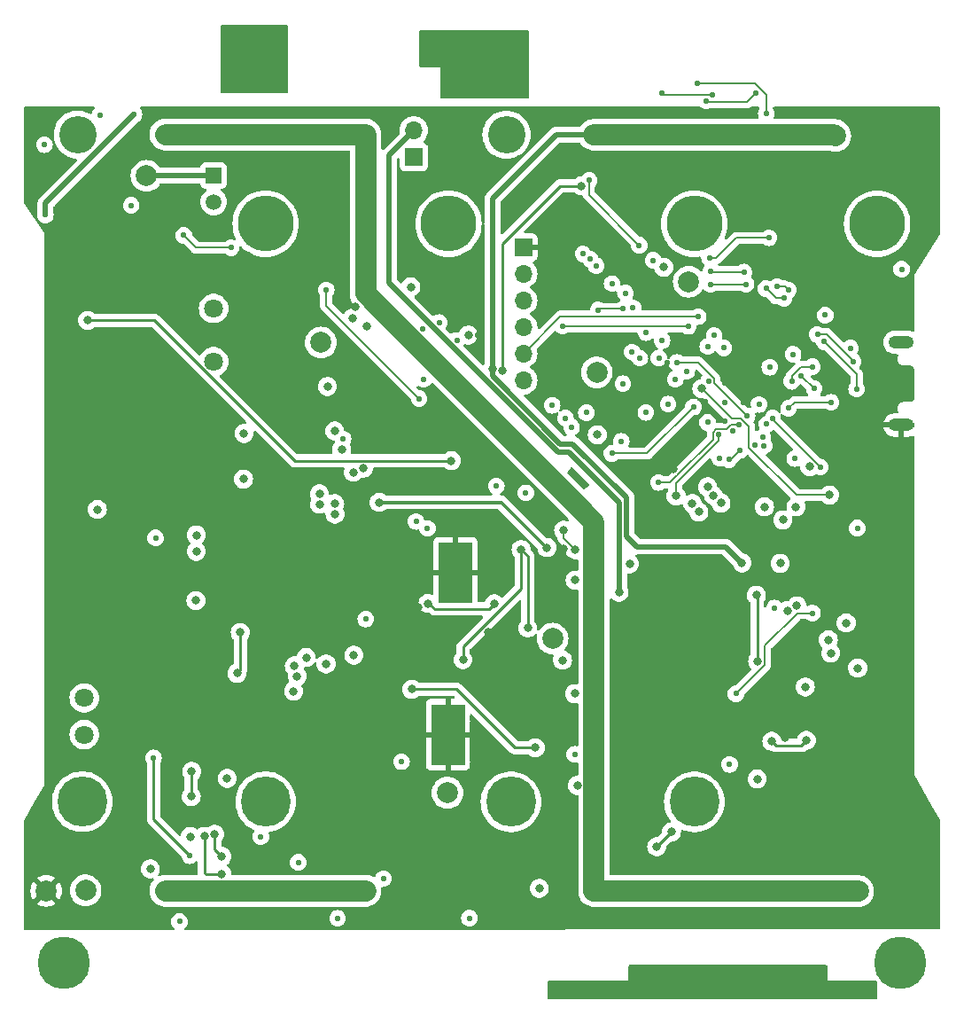
<source format=gbr>
%TF.GenerationSoftware,KiCad,Pcbnew,8.0.2-1*%
%TF.CreationDate,2024-10-18T14:11:40-07:00*%
%TF.ProjectId,battery_board_v3c,62617474-6572-4795-9f62-6f6172645f76,rev?*%
%TF.SameCoordinates,Original*%
%TF.FileFunction,Copper,L4,Bot*%
%TF.FilePolarity,Positive*%
%FSLAX46Y46*%
G04 Gerber Fmt 4.6, Leading zero omitted, Abs format (unit mm)*
G04 Created by KiCad (PCBNEW 8.0.2-1) date 2024-10-18 14:11:40*
%MOMM*%
%LPD*%
G01*
G04 APERTURE LIST*
%TA.AperFunction,ComponentPad*%
%ADD10C,5.000000*%
%TD*%
%TA.AperFunction,ComponentPad*%
%ADD11C,2.000000*%
%TD*%
%TA.AperFunction,ComponentPad*%
%ADD12R,1.700000X1.700000*%
%TD*%
%TA.AperFunction,ComponentPad*%
%ADD13O,1.700000X1.700000*%
%TD*%
%TA.AperFunction,ComponentPad*%
%ADD14C,1.800000*%
%TD*%
%TA.AperFunction,ComponentPad*%
%ADD15C,0.600000*%
%TD*%
%TA.AperFunction,SMDPad,CuDef*%
%ADD16R,3.200000X5.800000*%
%TD*%
%TA.AperFunction,ComponentPad*%
%ADD17O,2.416000X1.208000*%
%TD*%
%TA.AperFunction,ComponentPad*%
%ADD18R,1.508000X1.508000*%
%TD*%
%TA.AperFunction,ComponentPad*%
%ADD19C,1.508000*%
%TD*%
%TA.AperFunction,ComponentPad*%
%ADD20C,4.770000*%
%TD*%
%TA.AperFunction,ComponentPad*%
%ADD21C,5.325000*%
%TD*%
%TA.AperFunction,ComponentPad*%
%ADD22C,3.570000*%
%TD*%
%TA.AperFunction,ComponentPad*%
%ADD23C,1.980000*%
%TD*%
%TA.AperFunction,ViaPad*%
%ADD24C,0.560000*%
%TD*%
%TA.AperFunction,ViaPad*%
%ADD25C,0.800000*%
%TD*%
%TA.AperFunction,Conductor*%
%ADD26C,0.127000*%
%TD*%
%TA.AperFunction,Conductor*%
%ADD27C,0.152400*%
%TD*%
%TA.AperFunction,Conductor*%
%ADD28C,0.250000*%
%TD*%
%TA.AperFunction,Conductor*%
%ADD29C,0.500000*%
%TD*%
%TA.AperFunction,Conductor*%
%ADD30C,2.000000*%
%TD*%
%TA.AperFunction,Conductor*%
%ADD31C,0.152000*%
%TD*%
%TA.AperFunction,Conductor*%
%ADD32C,0.300000*%
%TD*%
G04 APERTURE END LIST*
D10*
%TO.P,,1*%
%TO.N,Chassis Ground*%
X194500000Y-131530000D03*
%TD*%
D11*
%TO.P,TP6,1,1*%
%TO.N,VBUSP*%
X122428000Y-56388000D03*
%TD*%
%TO.P,TP1,1,1*%
%TO.N,+3V3*%
X161250000Y-100590000D03*
%TD*%
%TO.P,TP2,1,1*%
%TO.N,B-*%
X116620000Y-124620000D03*
%TD*%
D12*
%TO.P,J25,1,Pin_1*%
%TO.N,GND*%
X158440000Y-63220000D03*
D13*
%TO.P,J25,2,Pin_2*%
%TO.N,FC_RX*%
X158440000Y-65760000D03*
%TO.P,J25,3,Pin_3*%
%TO.N,FC_TX*%
X158440000Y-68300000D03*
%TO.P,J25,4,Pin_4*%
%TO.N,SCL1*%
X158440000Y-70840000D03*
%TO.P,J25,5,Pin_5*%
%TO.N,SDA1*%
X158440000Y-73380000D03*
%TO.P,J25,6,Pin_6*%
%TO.N,+3V3*%
X158440000Y-75920000D03*
%TD*%
D14*
%TO.P,J18,1,Pin_1*%
%TO.N,Net-(J18-Pin_1)*%
X116500000Y-109750000D03*
%TO.P,J18,2,Pin_2*%
%TO.N,Net-(J18-Pin_2)*%
X116500000Y-106250000D03*
%TD*%
D15*
%TO.P,U3,15,EPAD*%
%TO.N,GND*%
X150677500Y-91700000D03*
X150677500Y-93000000D03*
X150677500Y-94300000D03*
X150677500Y-95600000D03*
X150677500Y-96900000D03*
X151977500Y-91700000D03*
X151977500Y-93000000D03*
X151977500Y-94300000D03*
D16*
X151977500Y-94300000D03*
D15*
X151977500Y-95600000D03*
X151977500Y-96900000D03*
X153277500Y-91700000D03*
X153277500Y-93000000D03*
X153277500Y-94300000D03*
X153277500Y-95600000D03*
X153277500Y-96900000D03*
%TD*%
D12*
%TO.P,J1,1,Pin_1*%
%TO.N,VBUSP*%
X147990000Y-54600000D03*
D13*
%TO.P,J1,2,Pin_2*%
%TO.N,VBatt*%
X147990000Y-52060000D03*
%TD*%
D11*
%TO.P,TP9,1,1*%
%TO.N,+5V*%
X151200000Y-115300000D03*
%TD*%
%TO.P,TP8,1,1*%
%TO.N,USBBOOT*%
X165470000Y-75160000D03*
%TD*%
%TO.P,TP5,1,1*%
%TO.N,PACK+*%
X188260000Y-52580000D03*
%TD*%
D17*
%TO.P,J24,SH1,Shield*%
%TO.N,GND*%
X194550000Y-80197500D03*
%TO.P,J24,SH6*%
%TO.N,N/C*%
X194550000Y-72297500D03*
%TD*%
D15*
%TO.P,U5,15,EPAD*%
%TO.N,GND*%
X149950000Y-107150000D03*
X149950000Y-108450000D03*
X149950000Y-109750000D03*
X149950000Y-111050000D03*
X149950000Y-112350000D03*
X151250000Y-107150000D03*
X151250000Y-108450000D03*
X151250000Y-109750000D03*
D16*
X151250000Y-109750000D03*
D15*
X151250000Y-111050000D03*
X151250000Y-112350000D03*
X152550000Y-107150000D03*
X152550000Y-108450000D03*
X152550000Y-109750000D03*
X152550000Y-111050000D03*
X152550000Y-112350000D03*
%TD*%
D11*
%TO.P,TP7,1,1*%
%TO.N,Net-(U11-RESET)*%
X174250000Y-66500000D03*
%TD*%
D18*
%TO.P,K1,C1*%
%TO.N,VBUSP*%
X128862500Y-56350000D03*
D19*
%TO.P,K1,C2*%
%TO.N,Net-(D1-A)*%
X128862500Y-58890000D03*
D14*
%TO.P,K1,M*%
%TO.N,PACK+*%
X128862500Y-74130000D03*
%TO.P,K1,NO*%
%TO.N,Net-(K1-PadNO)*%
X128862500Y-69050000D03*
%TD*%
D11*
%TO.P,TP10,1,1*%
%TO.N,Net-(IC5-EVI)*%
X139100000Y-72300000D03*
%TD*%
D10*
%TO.P,,1*%
%TO.N,Chassis Ground*%
X114500000Y-131530000D03*
%TD*%
D11*
%TO.P,TP4,1,1*%
%TO.N,GND*%
X112860000Y-124670000D03*
%TD*%
%TO.P,TP3,1,1*%
%TO.N,BM*%
X190450000Y-124720000D03*
%TD*%
D20*
%TO.P,U2,1,1*%
%TO.N,unconnected-(U2-Pad1)*%
X133828500Y-116160000D03*
%TO.P,U2,2,2*%
%TO.N,unconnected-(U2-Pad2)*%
X116298500Y-116160000D03*
D21*
%TO.P,U2,3,3*%
%TO.N,unconnected-(U2-Pad3)*%
X133828500Y-60960000D03*
%TO.P,U2,4,4*%
%TO.N,unconnected-(U2-Pad4)*%
X151298500Y-60960000D03*
D22*
%TO.P,U2,5,5*%
%TO.N,unconnected-(U2-Pad5)*%
X115878500Y-52450000D03*
D23*
%TO.P,U2,6,6*%
%TO.N,B-*%
X124248500Y-124670000D03*
%TO.P,U2,7,7*%
X143378500Y-124670000D03*
%TO.P,U2,8,8*%
%TO.N,BM*%
X124248500Y-52450000D03*
%TO.P,U2,9,9*%
X143378500Y-52450000D03*
%TD*%
D20*
%TO.P,U4,1,1*%
%TO.N,unconnected-(U4-Pad1)*%
X174790000Y-116180000D03*
%TO.P,U4,2,2*%
%TO.N,unconnected-(U4-Pad2)*%
X157260000Y-116180000D03*
D21*
%TO.P,U4,3,3*%
%TO.N,unconnected-(U4-Pad3)*%
X174790000Y-60980000D03*
%TO.P,U4,4,4*%
%TO.N,unconnected-(U4-Pad4)*%
X192260000Y-60980000D03*
D22*
%TO.P,U4,5,5*%
%TO.N,unconnected-(U4-Pad5)*%
X156840000Y-52470000D03*
D23*
%TO.P,U4,6,6*%
%TO.N,BM*%
X165210000Y-124690000D03*
%TO.P,U4,7,7*%
X184340000Y-124690000D03*
%TO.P,U4,8,8*%
%TO.N,PACK+*%
X165210000Y-52470000D03*
%TO.P,U4,9,9*%
X184340000Y-52470000D03*
%TD*%
D24*
%TO.N,+3V3*%
X175090000Y-47540000D03*
D25*
X183000000Y-93400000D03*
X190400000Y-103400000D03*
D24*
X180550000Y-82100000D03*
X168205000Y-67595000D03*
X136940000Y-121950000D03*
D25*
X184500000Y-88000000D03*
X153201516Y-71588324D03*
D24*
X184380000Y-83400000D03*
X176050000Y-79940000D03*
X167820000Y-81750000D03*
X181990000Y-74680000D03*
X165600000Y-69200000D03*
X168000000Y-69100000D03*
X183791911Y-78590089D03*
X170860000Y-64460000D03*
X153300000Y-127280000D03*
D25*
X171200000Y-120450000D03*
X127200000Y-92250000D03*
D24*
X125590000Y-127610000D03*
D25*
X168600000Y-93450000D03*
X172600000Y-119050000D03*
X189300000Y-99100000D03*
D24*
X194600000Y-65300000D03*
D25*
X127162500Y-96950000D03*
X136500000Y-105600000D03*
X185400000Y-105200000D03*
D24*
X140700000Y-127300000D03*
X174070000Y-75080000D03*
X177620000Y-72830000D03*
D25*
X180800000Y-114000000D03*
D24*
X181660000Y-50470000D03*
D25*
X181500000Y-88000000D03*
D24*
X148200000Y-89410000D03*
X145080000Y-123510000D03*
D25*
X127200000Y-90700000D03*
X143500000Y-70800000D03*
D24*
X187860000Y-78020000D03*
D25*
X159980000Y-124430000D03*
D24*
X167966343Y-76242618D03*
X141224000Y-81534000D03*
D25*
X185828207Y-84173793D03*
%TO.N,VBUSP*%
X151570000Y-83600000D03*
X158870000Y-99560000D03*
X116820000Y-70200000D03*
X158241250Y-92078750D03*
X152690000Y-102595000D03*
%TO.N,Net-(U1-V-)*%
X127980000Y-119480000D03*
X129630000Y-123060000D03*
%TO.N,/VDD*%
X129647359Y-121389500D03*
X128957916Y-119273398D03*
%TO.N,GND*%
X155540000Y-83090000D03*
D24*
X176180000Y-50570000D03*
D25*
X183500000Y-110080000D03*
X195640000Y-50680000D03*
X128800000Y-100100000D03*
X143250000Y-114800000D03*
D24*
X179470000Y-78000000D03*
X177660000Y-79810000D03*
X166630000Y-58030000D03*
D25*
X149000000Y-66900000D03*
D24*
X137030000Y-81440000D03*
D25*
X142300000Y-106600000D03*
X112880000Y-51200000D03*
D24*
X134110000Y-76710000D03*
D25*
X193400000Y-113500000D03*
X148430000Y-97630000D03*
D24*
X191110000Y-70380000D03*
X190320000Y-85510000D03*
D25*
X187900000Y-114400000D03*
X142384375Y-68917649D03*
D24*
X170700000Y-50380000D03*
D25*
X183200000Y-101200000D03*
X188160000Y-127570000D03*
D24*
X173070000Y-54500000D03*
X168040000Y-74580000D03*
D25*
X121750000Y-85000000D03*
D24*
X126170000Y-70390000D03*
D25*
X143200000Y-105200000D03*
D24*
X177690000Y-78030000D03*
D25*
X149600000Y-100680000D03*
X141970000Y-109690000D03*
X176800000Y-90649087D03*
X119750000Y-71750000D03*
D24*
X134460000Y-86570000D03*
D25*
X124802500Y-98907501D03*
D24*
X176520000Y-68100000D03*
X163680000Y-85370000D03*
X158770000Y-106120000D03*
D25*
X142500000Y-96250000D03*
X133400000Y-101300000D03*
D24*
X166580000Y-63120000D03*
D25*
X162250000Y-92000000D03*
X141500000Y-105100000D03*
D24*
X190630000Y-78230000D03*
D25*
X155120000Y-99950000D03*
D24*
X122410000Y-67560000D03*
D25*
X146990000Y-81690000D03*
X150500000Y-89530000D03*
X182100000Y-60800000D03*
X187827416Y-98772584D03*
X175110000Y-109910000D03*
X142200000Y-108200000D03*
D24*
X164830000Y-77770000D03*
D25*
X123300000Y-105900000D03*
X123500000Y-76000000D03*
D24*
X159190000Y-58750000D03*
X172200000Y-74250000D03*
D25*
X190300000Y-104900000D03*
X143750000Y-89500000D03*
D24*
X120930000Y-61410000D03*
D25*
X172761714Y-84361714D03*
D24*
X154080000Y-71640000D03*
D25*
X183700000Y-114900000D03*
D24*
X177660000Y-76150000D03*
X188700000Y-65200000D03*
X150670000Y-66940000D03*
D25*
X179200000Y-88900000D03*
D24*
X187590000Y-80180000D03*
X179290000Y-54530000D03*
D25*
X117750000Y-94250000D03*
D24*
X175850000Y-77980000D03*
X119280000Y-54350000D03*
X184912000Y-89916000D03*
X151940000Y-122680000D03*
X170080000Y-120000000D03*
X182830000Y-70630000D03*
D25*
%TO.N,USBBOOT*%
X138975000Y-86750000D03*
X165523330Y-81114999D03*
%TO.N,AVDD*%
X131100000Y-103900000D03*
X131400000Y-99990200D03*
%TO.N,VBatt*%
X167600000Y-96170000D03*
D24*
%TO.N,CANL*%
X176518928Y-48625500D03*
X171700000Y-48470000D03*
%TO.N,CANH*%
X180700000Y-48480000D03*
X175910000Y-49240000D03*
D25*
%TO.N,FC_RESET*%
X175514000Y-76711645D03*
X187706000Y-86868000D03*
D24*
%TO.N,5V_enable*%
X186090000Y-98150000D03*
X146810000Y-112340000D03*
X178765000Y-105850000D03*
X186810000Y-84200000D03*
X163350000Y-111630000D03*
X182270000Y-79530000D03*
%TO.N,BURN_RELAY_A*%
X148930000Y-75840000D03*
X170160000Y-79000000D03*
X162490000Y-79530000D03*
D25*
%TO.N,Net-(K1-PadNO)*%
X131760000Y-80990000D03*
X131712500Y-85350000D03*
%TO.N,PACK-*%
X130150000Y-113950000D03*
X122810000Y-122570000D03*
D24*
X133370000Y-119490000D03*
%TO.N,ENAB_HEATER*%
X155870000Y-86020000D03*
X171380000Y-85680000D03*
X179028959Y-80158959D03*
D25*
X140425000Y-80750000D03*
%TO.N,SCL0*%
X185500000Y-110300000D03*
X184594429Y-97452786D03*
X187825000Y-101962653D03*
D24*
X171704000Y-72136000D03*
D25*
X182200000Y-110400000D03*
D24*
%TO.N,SDA0*%
X170180000Y-71374000D03*
D25*
X183700000Y-97900000D03*
X187600000Y-100700000D03*
D24*
%TO.N,FC_RX*%
X176680000Y-71620000D03*
%TO.N,/NEOPIX*%
X181332211Y-81330492D03*
X187300000Y-69700000D03*
D25*
%TO.N,/3V3_EN*%
X155670000Y-97260000D03*
X149350000Y-97220000D03*
D24*
%TO.N,SDA1*%
X175170000Y-69840000D03*
D25*
X142217646Y-84703754D03*
D24*
X152106949Y-72093051D03*
%TO.N,SCL1*%
X174220000Y-70770000D03*
X150406949Y-70393051D03*
X162190000Y-70760000D03*
D25*
X143157500Y-84325000D03*
%TO.N,BM*%
X126627675Y-119502325D03*
D24*
%TO.N,PACK+*%
X126579499Y-121318079D03*
X112690000Y-53430000D03*
X123120000Y-111970000D03*
D25*
X155480000Y-74840000D03*
D24*
X123310000Y-90960000D03*
D25*
X180720000Y-96450000D03*
X179350000Y-93350000D03*
X180850000Y-102750000D03*
D24*
%TO.N,SPI0_MISO*%
X165410000Y-64980000D03*
X172968641Y-75821358D03*
%TO.N,SPI0_CS0*%
X171394995Y-73802805D03*
X166930000Y-66690000D03*
%TO.N,ENAB_BURN*%
X176170000Y-76000000D03*
D25*
X141088500Y-82500000D03*
D24*
%TO.N,VBUS_RESET*%
X149290000Y-90060000D03*
X143390000Y-98730000D03*
X174700000Y-78480000D03*
X166910000Y-82900000D03*
%TO.N,SPI0_SCK*%
X169577360Y-73802640D03*
X164150000Y-63850000D03*
%TO.N,SPI0_MOSI*%
X164840000Y-64360000D03*
X168843959Y-73216041D03*
%TO.N,Net-(Q10-G)*%
X117990000Y-50630000D03*
X120980000Y-59210000D03*
%TO.N,Net-(Q10-D)*%
X121250000Y-50550000D03*
X112780000Y-60130000D03*
%TO.N,Jetson*%
X130520000Y-63260000D03*
X161210000Y-78310000D03*
X126010000Y-62080000D03*
X139620000Y-67310000D03*
X148490000Y-77670000D03*
X181715264Y-80107346D03*
D25*
%TO.N,~{RESET}*%
X173046169Y-86963839D03*
D24*
X158690000Y-86670000D03*
X177106041Y-81103959D03*
D25*
X138975000Y-87750000D03*
%TO.N,SWDIO*%
X162300000Y-90236500D03*
X163400000Y-92100000D03*
%TO.N,V_RF*%
X144685000Y-87576058D03*
X160700000Y-91900000D03*
%TO.N,SPI1_MISO*%
X176063500Y-86100000D03*
X136573988Y-103204543D03*
D24*
%TO.N,ENAB_RF*%
X163060000Y-80390000D03*
X172284496Y-78195504D03*
%TO.N,CHRG'*%
X182460000Y-97660000D03*
X178160000Y-112610000D03*
X181460000Y-82190000D03*
D25*
%TO.N,SPI1_CS0*%
X163400000Y-95000000D03*
X162200000Y-102641500D03*
X139600000Y-103000000D03*
D24*
X177190000Y-83370000D03*
D25*
%TO.N,SPI1_SCK*%
X136836897Y-104169366D03*
X177332835Y-87632349D03*
%TO.N,SPI1_MOSI*%
X137700000Y-102400000D03*
D24*
X178083959Y-83496041D03*
D25*
X176620475Y-86930532D03*
D24*
X179120000Y-82640000D03*
%TO.N,D0*%
X190360000Y-90030000D03*
X178453959Y-80733959D03*
D25*
X183250000Y-89250000D03*
D24*
%TO.N,USB_D-*%
X184100000Y-76020000D03*
X186078104Y-74618440D03*
%TO.N,USB_D+*%
X186240000Y-76720000D03*
X184990000Y-75470000D03*
%TO.N,/QSPI_SCK*%
X183777858Y-67297858D03*
X182667364Y-66957367D03*
%TO.N,/QSPI_DATA[0]*%
X181640000Y-67160000D03*
X183350000Y-68090000D03*
%TO.N,/QSPI_DATA[2]*%
X179740000Y-66740000D03*
X176360000Y-66770000D03*
%TO.N,/QSPI_DATA[1]*%
X176360000Y-65530000D03*
X179530000Y-65570000D03*
D25*
%TO.N,+5V*%
X159580000Y-111000000D03*
X147800000Y-105430000D03*
X139738787Y-76502656D03*
X142250000Y-102170000D03*
X164007823Y-57346070D03*
X156464795Y-75010832D03*
D24*
%TO.N,VBUS*%
X189720000Y-72840000D03*
X184230000Y-73430000D03*
D25*
%TO.N,Net-(Q1-G)*%
X126760000Y-113280000D03*
X126720000Y-115670000D03*
D24*
%TO.N,Net-(D8-PadA)*%
X176250000Y-64250000D03*
X164470000Y-79010000D03*
X181930000Y-62320000D03*
X168930000Y-69000000D03*
D25*
%TO.N,V_BACKUP*%
X147700000Y-67000000D03*
X142100000Y-70000000D03*
D24*
%TO.N,TXCAN*%
X164720000Y-56830000D03*
X169530000Y-63020000D03*
%TO.N,D-*%
X189980000Y-74110000D03*
X186550000Y-71550000D03*
D25*
X140425000Y-87700000D03*
X174600000Y-87700000D03*
D24*
%TO.N,D+*%
X190300000Y-76740000D03*
D25*
X175217610Y-88486488D03*
X140452090Y-88699635D03*
D24*
X187202437Y-72235437D03*
%TO.N,RTC_INT*%
X148826790Y-71004284D03*
X180970000Y-78230000D03*
D25*
%TO.N,Net-(U11-RESET)*%
X171870834Y-65120834D03*
D24*
%TO.N,FC_TX*%
X176073000Y-72680000D03*
D25*
%TO.N,Dir_Chrg_In*%
X163350000Y-105833959D03*
X117750000Y-88250000D03*
X163610000Y-114600000D03*
D24*
%TO.N,CAN_INT*%
X173100000Y-74203500D03*
X179844313Y-79344313D03*
%TD*%
D26*
%TO.N,+3V3*%
X165700000Y-69100000D02*
X168000000Y-69100000D01*
D27*
X181660000Y-48653414D02*
X181660000Y-50470000D01*
D26*
X165600000Y-69200000D02*
X165700000Y-69100000D01*
X184362000Y-78020000D02*
X187860000Y-78020000D01*
D27*
X180546586Y-47540000D02*
X181660000Y-48653414D01*
D28*
X171200000Y-120450000D02*
X172600000Y-119050000D01*
D27*
X175090000Y-47540000D02*
X180546586Y-47540000D01*
D26*
X183791911Y-78590089D02*
X184362000Y-78020000D01*
D28*
%TO.N,VBUSP*%
X152690000Y-101354695D02*
X158241250Y-95803445D01*
X123200088Y-70200000D02*
X116820000Y-70200000D01*
X136600088Y-83600000D02*
X123200088Y-70200000D01*
X158870000Y-92707500D02*
X158241250Y-92078750D01*
X151570000Y-83600000D02*
X136600088Y-83600000D01*
X158870000Y-92707500D02*
X158870000Y-99560000D01*
X152690000Y-102595000D02*
X152690000Y-101354695D01*
D29*
X122270000Y-56350000D02*
X122170000Y-56450000D01*
X128862500Y-56350000D02*
X122270000Y-56350000D01*
D28*
X158241250Y-95803445D02*
X158241250Y-92078750D01*
D30*
%TO.N,B-*%
X124248500Y-124670000D02*
X143378500Y-124670000D01*
D28*
%TO.N,Net-(U1-V-)*%
X129630000Y-123060000D02*
X128127365Y-123060000D01*
X128127365Y-123060000D02*
X127980000Y-122912635D01*
X127980000Y-122912635D02*
X127980000Y-119480000D01*
%TO.N,/VDD*%
X128957916Y-119273398D02*
X128957916Y-120700057D01*
X128957916Y-120700057D02*
X129647359Y-121389500D01*
%TO.N,AVDD*%
X131400000Y-103600000D02*
X131100000Y-103900000D01*
X131400000Y-99990200D02*
X131400000Y-103600000D01*
D29*
%TO.N,VBatt*%
X161761522Y-82780000D02*
X145600000Y-66618478D01*
X145600000Y-66618478D02*
X145600000Y-54450000D01*
X167600000Y-87610000D02*
X162770000Y-82780000D01*
X167600000Y-96170000D02*
X167600000Y-87610000D01*
X162770000Y-82780000D02*
X161761522Y-82780000D01*
X145600000Y-54450000D02*
X147990000Y-52060000D01*
D31*
%TO.N,CANL*%
X171860000Y-48630000D02*
X171700000Y-48470000D01*
X176514428Y-48630000D02*
X171860000Y-48630000D01*
X176518928Y-48625500D02*
X176514428Y-48630000D01*
%TO.N,CANH*%
X175910000Y-49240000D02*
X176020000Y-49350000D01*
X176020000Y-49350000D02*
X179830000Y-49350000D01*
X179830000Y-49350000D02*
X180700000Y-48480000D01*
D26*
%TO.N,FC_RESET*%
X179258942Y-79597942D02*
X180006500Y-80345500D01*
X178400297Y-79597942D02*
X179258942Y-79597942D01*
X180006500Y-80345500D02*
X180006500Y-82325126D01*
X175514000Y-76711645D02*
X178400297Y-79597942D01*
X184549374Y-86868000D02*
X187706000Y-86868000D01*
X180006500Y-82325126D02*
X184549374Y-86868000D01*
D27*
%TO.N,5V_enable*%
X182270000Y-79660000D02*
X186810000Y-84200000D01*
X182270000Y-79530000D02*
X182270000Y-79660000D01*
X181526200Y-103088800D02*
X181526200Y-101273800D01*
X184650000Y-98150000D02*
X186090000Y-98150000D01*
X181526200Y-101273800D02*
X184650000Y-98150000D01*
X178765000Y-105850000D02*
X181526200Y-103088800D01*
D26*
%TO.N,ENAB_HEATER*%
X172460000Y-85680000D02*
X171380000Y-85680000D01*
X179028959Y-80158959D02*
X178260333Y-80158959D01*
X177858833Y-80560459D02*
X176880915Y-80560459D01*
X176562541Y-80878833D02*
X176562541Y-81577459D01*
X176562541Y-81577459D02*
X173120000Y-85020000D01*
X173120000Y-85020000D02*
X172460000Y-85680000D01*
X178260333Y-80158959D02*
X177858833Y-80560459D01*
X176880915Y-80560459D02*
X176562541Y-80878833D01*
D28*
%TO.N,SCL0*%
X185500000Y-110300000D02*
X184995000Y-110805000D01*
X184995000Y-110805000D02*
X182605000Y-110805000D01*
X182605000Y-110805000D02*
X182200000Y-110400000D01*
%TO.N,/3V3_EN*%
X155670000Y-97260000D02*
X155190000Y-97740000D01*
X149460000Y-97220000D02*
X149350000Y-97220000D01*
X149980000Y-97740000D02*
X149460000Y-97220000D01*
X155190000Y-97740000D02*
X149980000Y-97740000D01*
D26*
%TO.N,SDA1*%
X175170000Y-69840000D02*
X161980000Y-69840000D01*
X161980000Y-69840000D02*
X158440000Y-73380000D01*
%TO.N,SCL1*%
X174220000Y-70770000D02*
X162200000Y-70770000D01*
X162200000Y-70770000D02*
X162190000Y-70760000D01*
D30*
%TO.N,BM*%
X190420000Y-124690000D02*
X190450000Y-124720000D01*
X184340000Y-124690000D02*
X190420000Y-124690000D01*
X165210000Y-124690000D02*
X184340000Y-124690000D01*
X143378500Y-52450000D02*
X124248500Y-52450000D01*
X165210000Y-89480531D02*
X143378500Y-67649031D01*
X165210000Y-124690000D02*
X165210000Y-89480531D01*
X143378500Y-67649031D02*
X143378500Y-52450000D01*
%TO.N,PACK+*%
X184340000Y-52470000D02*
X188150000Y-52470000D01*
D28*
X180800000Y-96530000D02*
X180720000Y-96450000D01*
D29*
X168300000Y-90800000D02*
X168300000Y-87100000D01*
D28*
X123120000Y-117858580D02*
X123120000Y-111970000D01*
D29*
X163179264Y-81979264D02*
X161950736Y-81979264D01*
X177800000Y-91800000D02*
X169300000Y-91800000D01*
X161600000Y-52470000D02*
X165210000Y-52470000D01*
X155480000Y-58590000D02*
X161600000Y-52470000D01*
D30*
X188150000Y-52470000D02*
X188260000Y-52580000D01*
D29*
X161950736Y-81979264D02*
X155480000Y-75508528D01*
D28*
X126579499Y-121318079D02*
X123120000Y-117858580D01*
D29*
X169300000Y-91800000D02*
X168300000Y-90800000D01*
X155480000Y-75508528D02*
X155480000Y-74840000D01*
D28*
X180800000Y-102700000D02*
X180800000Y-96530000D01*
D29*
X155480000Y-74840000D02*
X155480000Y-58590000D01*
D30*
X165210000Y-52470000D02*
X184340000Y-52470000D01*
D29*
X179350000Y-93350000D02*
X177800000Y-91800000D01*
D28*
X180850000Y-102750000D02*
X180800000Y-102700000D01*
D29*
X168300000Y-87100000D02*
X163179264Y-81979264D01*
D26*
%TO.N,VBUS_RESET*%
X170280000Y-82900000D02*
X166910000Y-82900000D01*
X174700000Y-78480000D02*
X170280000Y-82900000D01*
D29*
%TO.N,Net-(Q10-D)*%
X112780000Y-59020000D02*
X121250000Y-50550000D01*
X112780000Y-60130000D02*
X112780000Y-59020000D01*
D26*
%TO.N,Jetson*%
X130520000Y-63260000D02*
X127190000Y-63260000D01*
X148490000Y-77670000D02*
X139620000Y-68800000D01*
X139620000Y-68800000D02*
X139620000Y-67310000D01*
X127190000Y-63260000D02*
X126010000Y-62080000D01*
%TO.N,~{RESET}*%
X173046169Y-85743831D02*
X173046169Y-86963839D01*
X177106041Y-81683959D02*
X173046169Y-85743831D01*
X177106041Y-81103959D02*
X177106041Y-81683959D01*
%TO.N,SWDIO*%
X162300000Y-90236500D02*
X162300000Y-91000000D01*
X162300000Y-91000000D02*
X163400000Y-92100000D01*
D32*
%TO.N,V_RF*%
X144685000Y-87576058D02*
X156376058Y-87576058D01*
X156376058Y-87576058D02*
X160700000Y-91900000D01*
D26*
%TO.N,SPI1_MOSI*%
X178083959Y-83496041D02*
X178263959Y-83496041D01*
X178263959Y-83496041D02*
X179120000Y-82640000D01*
%TO.N,USB_D-*%
X186078104Y-74618440D02*
X185021560Y-74618440D01*
X184100000Y-75540000D02*
X184100000Y-76020000D01*
X185021560Y-74618440D02*
X184100000Y-75540000D01*
%TO.N,USB_D+*%
X184990000Y-75470000D02*
X186240000Y-76720000D01*
%TO.N,/QSPI_SCK*%
X183437367Y-66957367D02*
X183777858Y-67297858D01*
X182667364Y-66957367D02*
X183437367Y-66957367D01*
%TO.N,/QSPI_DATA[0]*%
X183350000Y-68090000D02*
X182570000Y-68090000D01*
X182570000Y-68090000D02*
X181640000Y-67160000D01*
%TO.N,/QSPI_DATA[2]*%
X179740000Y-66740000D02*
X179720000Y-66760000D01*
X179720000Y-66760000D02*
X176370000Y-66760000D01*
X176370000Y-66760000D02*
X176360000Y-66770000D01*
%TO.N,/QSPI_DATA[1]*%
X176400000Y-65570000D02*
X176360000Y-65530000D01*
X179530000Y-65570000D02*
X176400000Y-65570000D01*
D28*
%TO.N,+5V*%
X161963930Y-57346070D02*
X156464795Y-62845205D01*
X159580000Y-111000000D02*
X157650000Y-111000000D01*
X152080000Y-105430000D02*
X147800000Y-105430000D01*
X156464795Y-62845205D02*
X156464795Y-75010832D01*
X157650000Y-111000000D02*
X152080000Y-105430000D01*
X164007823Y-57346070D02*
X161963930Y-57346070D01*
%TO.N,Net-(Q1-G)*%
X126720000Y-115670000D02*
X126720000Y-113320000D01*
X126720000Y-113320000D02*
X126760000Y-113280000D01*
D26*
%TO.N,Net-(D8-PadA)*%
X176871374Y-64250000D02*
X178801374Y-62320000D01*
X176250000Y-64250000D02*
X176871374Y-64250000D01*
X178801374Y-62320000D02*
X181930000Y-62320000D01*
%TO.N,TXCAN*%
X169530000Y-63020000D02*
X164720000Y-58210000D01*
X164720000Y-58210000D02*
X164720000Y-56830000D01*
%TO.N,D-*%
X187427563Y-71497563D02*
X189980000Y-74050000D01*
X189980000Y-74050000D02*
X189980000Y-74110000D01*
X186550000Y-71550000D02*
X186602437Y-71497563D01*
X186602437Y-71497563D02*
X187427563Y-71497563D01*
%TO.N,D+*%
X187202437Y-72235437D02*
X190300000Y-75333000D01*
X190300000Y-75333000D02*
X190300000Y-76740000D01*
%TO.N,CAN_INT*%
X173100000Y-74203500D02*
X175142126Y-74203500D01*
X176713500Y-76213500D02*
X179844313Y-79344313D01*
X176713500Y-75774874D02*
X176713500Y-76213500D01*
X175142126Y-74203500D02*
X176713500Y-75774874D01*
%TD*%
%TA.AperFunction,Conductor*%
%TO.N,GND*%
G36*
X117464223Y-49824602D02*
G01*
X117510716Y-49878258D01*
X117520820Y-49948532D01*
X117491326Y-50013112D01*
X117485197Y-50019695D01*
X117369626Y-50135265D01*
X117369624Y-50135268D01*
X117275092Y-50285715D01*
X117232636Y-50407046D01*
X117191257Y-50464737D01*
X117125257Y-50490900D01*
X117055589Y-50477226D01*
X117043708Y-50470197D01*
X117027709Y-50459507D01*
X116758074Y-50326539D01*
X116758068Y-50326536D01*
X116758063Y-50326534D01*
X116758060Y-50326533D01*
X116473383Y-50229898D01*
X116473377Y-50229896D01*
X116473375Y-50229896D01*
X116374637Y-50210255D01*
X116178513Y-50171243D01*
X116178499Y-50171241D01*
X115878503Y-50151579D01*
X115878497Y-50151579D01*
X115578500Y-50171241D01*
X115578486Y-50171243D01*
X115332993Y-50220075D01*
X115283625Y-50229896D01*
X115283623Y-50229896D01*
X115283616Y-50229898D01*
X114998939Y-50326533D01*
X114998925Y-50326539D01*
X114729292Y-50459507D01*
X114479313Y-50626537D01*
X114253270Y-50824770D01*
X114055037Y-51050813D01*
X113888007Y-51300792D01*
X113755039Y-51570425D01*
X113755033Y-51570439D01*
X113658398Y-51855116D01*
X113658396Y-51855126D01*
X113599743Y-52149986D01*
X113599741Y-52150000D01*
X113580079Y-52449996D01*
X113580079Y-52450003D01*
X113599741Y-52749999D01*
X113599743Y-52750013D01*
X113636190Y-52933241D01*
X113648396Y-52994604D01*
X113658396Y-53044873D01*
X113658398Y-53044883D01*
X113684441Y-53121603D01*
X113685714Y-53152174D01*
X113696028Y-53162276D01*
X113705385Y-53183302D01*
X113723367Y-53236274D01*
X113755036Y-53329568D01*
X113755039Y-53329574D01*
X113888007Y-53599208D01*
X114055036Y-53849185D01*
X114055041Y-53849191D01*
X114253270Y-54075229D01*
X114479308Y-54273458D01*
X114479314Y-54273463D01*
X114602592Y-54355834D01*
X114729289Y-54440491D01*
X114998932Y-54573464D01*
X115283625Y-54670104D01*
X115578496Y-54728758D01*
X115695232Y-54736409D01*
X115761896Y-54760822D01*
X115804780Y-54817403D01*
X115810267Y-54888187D01*
X115776614Y-54950701D01*
X115776084Y-54951233D01*
X112190840Y-58536477D01*
X112190835Y-58536483D01*
X112107826Y-58660715D01*
X112053016Y-58793040D01*
X112050650Y-58798750D01*
X112050648Y-58798757D01*
X112021500Y-58945290D01*
X112021500Y-59888885D01*
X112014430Y-59930499D01*
X112006404Y-59953435D01*
X111986511Y-60130000D01*
X112006404Y-60306566D01*
X112065091Y-60474282D01*
X112065092Y-60474284D01*
X112159624Y-60624731D01*
X112159626Y-60624734D01*
X112285265Y-60750373D01*
X112285268Y-60750375D01*
X112435718Y-60844909D01*
X112603432Y-60903595D01*
X112603431Y-60903595D01*
X112621310Y-60905609D01*
X112780000Y-60923489D01*
X112956568Y-60903595D01*
X113124282Y-60844909D01*
X113274732Y-60750375D01*
X113400375Y-60624732D01*
X113494909Y-60474282D01*
X113553595Y-60306568D01*
X113573489Y-60130000D01*
X113553595Y-59953432D01*
X113545569Y-59930496D01*
X113538500Y-59888885D01*
X113538500Y-59386370D01*
X113558502Y-59318249D01*
X113575400Y-59297280D01*
X113662680Y-59210000D01*
X120186511Y-59210000D01*
X120206404Y-59386566D01*
X120265091Y-59554282D01*
X120265092Y-59554284D01*
X120359624Y-59704731D01*
X120359626Y-59704734D01*
X120485265Y-59830373D01*
X120485268Y-59830375D01*
X120635718Y-59924909D01*
X120803432Y-59983595D01*
X120803431Y-59983595D01*
X120821310Y-59985609D01*
X120980000Y-60003489D01*
X121156568Y-59983595D01*
X121324282Y-59924909D01*
X121474732Y-59830375D01*
X121600375Y-59704732D01*
X121694909Y-59554282D01*
X121753595Y-59386568D01*
X121773489Y-59210000D01*
X121753595Y-59033432D01*
X121694909Y-58865718D01*
X121600375Y-58715268D01*
X121600373Y-58715265D01*
X121474734Y-58589626D01*
X121474731Y-58589624D01*
X121324284Y-58495092D01*
X121324282Y-58495091D01*
X121156568Y-58436405D01*
X121156566Y-58436404D01*
X121156568Y-58436404D01*
X120980000Y-58416511D01*
X120803433Y-58436404D01*
X120635717Y-58495091D01*
X120635715Y-58495092D01*
X120485268Y-58589624D01*
X120485265Y-58589626D01*
X120359626Y-58715265D01*
X120359624Y-58715268D01*
X120265092Y-58865715D01*
X120265091Y-58865717D01*
X120206404Y-59033433D01*
X120186511Y-59210000D01*
X113662680Y-59210000D01*
X116484680Y-56388000D01*
X120914835Y-56388000D01*
X120933465Y-56624711D01*
X120943667Y-56667204D01*
X120988894Y-56855592D01*
X120988895Y-56855594D01*
X121079760Y-57074963D01*
X121159926Y-57205782D01*
X121203825Y-57277417D01*
X121203826Y-57277419D01*
X121358030Y-57457969D01*
X121531341Y-57605990D01*
X121538584Y-57612176D01*
X121741037Y-57736240D01*
X121960406Y-57827105D01*
X122191289Y-57882535D01*
X122428000Y-57901165D01*
X122664711Y-57882535D01*
X122895594Y-57827105D01*
X123114963Y-57736240D01*
X123317416Y-57612176D01*
X123497969Y-57457969D01*
X123652176Y-57277416D01*
X123652181Y-57277408D01*
X123718820Y-57168665D01*
X123771467Y-57121034D01*
X123826252Y-57108500D01*
X127482074Y-57108500D01*
X127550195Y-57128502D01*
X127596688Y-57182158D01*
X127603613Y-57205782D01*
X127604697Y-57205526D01*
X127606511Y-57213204D01*
X127657610Y-57350202D01*
X127657612Y-57350207D01*
X127745238Y-57467261D01*
X127862292Y-57554887D01*
X127862294Y-57554888D01*
X127862296Y-57554889D01*
X127921375Y-57576924D01*
X127999295Y-57605988D01*
X127999303Y-57605990D01*
X128059850Y-57612499D01*
X128059855Y-57612499D01*
X128059862Y-57612500D01*
X128059868Y-57612500D01*
X128086235Y-57612500D01*
X128154356Y-57632502D01*
X128200849Y-57686158D01*
X128210953Y-57756432D01*
X128181459Y-57821012D01*
X128158505Y-57841713D01*
X128047884Y-57919169D01*
X128047874Y-57919178D01*
X127891678Y-58075374D01*
X127891669Y-58075384D01*
X127764967Y-58256335D01*
X127671607Y-58456547D01*
X127671605Y-58456552D01*
X127655865Y-58515294D01*
X127614430Y-58669932D01*
X127595177Y-58890000D01*
X127614430Y-59110068D01*
X127660390Y-59281593D01*
X127671605Y-59323447D01*
X127671607Y-59323453D01*
X127764966Y-59523662D01*
X127819800Y-59601974D01*
X127891674Y-59704620D01*
X128047880Y-59860826D01*
X128228838Y-59987534D01*
X128429050Y-60080894D01*
X128642432Y-60138070D01*
X128862500Y-60157323D01*
X129082568Y-60138070D01*
X129295950Y-60080894D01*
X129496162Y-59987534D01*
X129677120Y-59860826D01*
X129833326Y-59704620D01*
X129960034Y-59523662D01*
X130053394Y-59323450D01*
X130110570Y-59110068D01*
X130129823Y-58890000D01*
X130110570Y-58669932D01*
X130053394Y-58456550D01*
X129960034Y-58256339D01*
X129960033Y-58256338D01*
X129960032Y-58256335D01*
X129833330Y-58075384D01*
X129833327Y-58075381D01*
X129757518Y-57999572D01*
X129677120Y-57919174D01*
X129677116Y-57919171D01*
X129677111Y-57919167D01*
X129566495Y-57841713D01*
X129522166Y-57786256D01*
X129514857Y-57715637D01*
X129546887Y-57652276D01*
X129608089Y-57616291D01*
X129638765Y-57612500D01*
X129665132Y-57612500D01*
X129665138Y-57612500D01*
X129665145Y-57612499D01*
X129665149Y-57612499D01*
X129725696Y-57605990D01*
X129725699Y-57605989D01*
X129725701Y-57605989D01*
X129862704Y-57554889D01*
X129979761Y-57467261D01*
X130067389Y-57350204D01*
X130118489Y-57213201D01*
X130119315Y-57205526D01*
X130124999Y-57152649D01*
X130125000Y-57152632D01*
X130125000Y-55547367D01*
X130124999Y-55547350D01*
X130118490Y-55486803D01*
X130118488Y-55486795D01*
X130067389Y-55349797D01*
X130067387Y-55349792D01*
X129979761Y-55232738D01*
X129862707Y-55145112D01*
X129862702Y-55145110D01*
X129725704Y-55094011D01*
X129725696Y-55094009D01*
X129665149Y-55087500D01*
X129665138Y-55087500D01*
X128059862Y-55087500D01*
X128059850Y-55087500D01*
X127999303Y-55094009D01*
X127999295Y-55094011D01*
X127862297Y-55145110D01*
X127862292Y-55145112D01*
X127745238Y-55232738D01*
X127657612Y-55349792D01*
X127657610Y-55349797D01*
X127606511Y-55486795D01*
X127604697Y-55494474D01*
X127602014Y-55493840D01*
X127577373Y-55547926D01*
X127517681Y-55586364D01*
X127482074Y-55591500D01*
X123779679Y-55591500D01*
X123711558Y-55571498D01*
X123672247Y-55531336D01*
X123652177Y-55498586D01*
X123652173Y-55498580D01*
X123497969Y-55318030D01*
X123317419Y-55163826D01*
X123317417Y-55163825D01*
X123317416Y-55163824D01*
X123114963Y-55039760D01*
X122901239Y-54951233D01*
X122895592Y-54948894D01*
X122737651Y-54910976D01*
X122664711Y-54893465D01*
X122428000Y-54874835D01*
X122191289Y-54893465D01*
X121960407Y-54948894D01*
X121741038Y-55039759D01*
X121538582Y-55163825D01*
X121538580Y-55163826D01*
X121358030Y-55318030D01*
X121203826Y-55498580D01*
X121203825Y-55498582D01*
X121079759Y-55701038D01*
X120988894Y-55920407D01*
X120942155Y-56115091D01*
X120933465Y-56151289D01*
X120914835Y-56388000D01*
X116484680Y-56388000D01*
X121620539Y-51252140D01*
X121642595Y-51234551D01*
X121661410Y-51222729D01*
X121744732Y-51170375D01*
X121870375Y-51044732D01*
X121964909Y-50894282D01*
X122023595Y-50726568D01*
X122043489Y-50550000D01*
X122023595Y-50373432D01*
X121964909Y-50205718D01*
X121870375Y-50055268D01*
X121870373Y-50055265D01*
X121834803Y-50019695D01*
X121800777Y-49957383D01*
X121805842Y-49886568D01*
X121848389Y-49829732D01*
X121914909Y-49804921D01*
X121923898Y-49804600D01*
X175307302Y-49804600D01*
X175375423Y-49824602D01*
X175396397Y-49841505D01*
X175415265Y-49860373D01*
X175415268Y-49860375D01*
X175565718Y-49954909D01*
X175733432Y-50013595D01*
X175733431Y-50013595D01*
X175751310Y-50015609D01*
X175910000Y-50033489D01*
X176086568Y-50013595D01*
X176254282Y-49954909D01*
X176256025Y-49953813D01*
X176257347Y-49953432D01*
X176260657Y-49951839D01*
X176260927Y-49952401D01*
X176323062Y-49934500D01*
X179745315Y-49934500D01*
X179745331Y-49934501D01*
X179753049Y-49934501D01*
X179906949Y-49934501D01*
X179906951Y-49934501D01*
X180055609Y-49894668D01*
X180084780Y-49877826D01*
X180156340Y-49836511D01*
X180182373Y-49821481D01*
X180245373Y-49804600D01*
X180918883Y-49804600D01*
X180987004Y-49824602D01*
X181033497Y-49878258D01*
X181043601Y-49948532D01*
X181025570Y-49997636D01*
X180945092Y-50125715D01*
X180945091Y-50125717D01*
X180886404Y-50293433D01*
X180866511Y-50470000D01*
X180886404Y-50646566D01*
X180937954Y-50793885D01*
X180941574Y-50864789D01*
X180906285Y-50926394D01*
X180843292Y-50959141D01*
X180819025Y-50961500D01*
X165091278Y-50961500D01*
X164856759Y-50998644D01*
X164856753Y-50998645D01*
X164630941Y-51072016D01*
X164630935Y-51072019D01*
X164419369Y-51179817D01*
X164227275Y-51319382D01*
X164227272Y-51319384D01*
X164059384Y-51487272D01*
X164059382Y-51487275D01*
X164059380Y-51487278D01*
X163934208Y-51659562D01*
X163877988Y-51702915D01*
X163832274Y-51711500D01*
X161525290Y-51711500D01*
X161496834Y-51717160D01*
X161496835Y-51717161D01*
X161378752Y-51740649D01*
X161378747Y-51740651D01*
X161240716Y-51797826D01*
X161116486Y-51880833D01*
X161116480Y-51880838D01*
X154890838Y-58106480D01*
X154890833Y-58106486D01*
X154807827Y-58230714D01*
X154750650Y-58368750D01*
X154738310Y-58430785D01*
X154721500Y-58515290D01*
X154721500Y-60867500D01*
X154701498Y-60935621D01*
X154675616Y-60958047D01*
X154683222Y-60962051D01*
X154718196Y-61023835D01*
X154721500Y-61052499D01*
X154721500Y-74302999D01*
X154704619Y-74365999D01*
X154682618Y-74404106D01*
X154631236Y-74453099D01*
X154561522Y-74466535D01*
X154495611Y-74440149D01*
X154484404Y-74430201D01*
X152765445Y-72711242D01*
X152731419Y-72648930D01*
X152736484Y-72578115D01*
X152747853Y-72555111D01*
X152775803Y-72510629D01*
X152828982Y-72463591D01*
X152899149Y-72452771D01*
X152912744Y-72455860D01*
X152912769Y-72455745D01*
X152919227Y-72457117D01*
X152919228Y-72457118D01*
X153106029Y-72496824D01*
X153297003Y-72496824D01*
X153483804Y-72457118D01*
X153658268Y-72379442D01*
X153812769Y-72267190D01*
X153838322Y-72238811D01*
X153940550Y-72125275D01*
X153940551Y-72125273D01*
X153940556Y-72125268D01*
X154036043Y-71959880D01*
X154095058Y-71778252D01*
X154115020Y-71588324D01*
X154095058Y-71398396D01*
X154036043Y-71216768D01*
X153940556Y-71051380D01*
X153940554Y-71051378D01*
X153940550Y-71051372D01*
X153812771Y-70909459D01*
X153658268Y-70797206D01*
X153483804Y-70719530D01*
X153297003Y-70679824D01*
X153106029Y-70679824D01*
X152919227Y-70719530D01*
X152744763Y-70797206D01*
X152590260Y-70909459D01*
X152462481Y-71051372D01*
X152462474Y-71051382D01*
X152366992Y-71216762D01*
X152366987Y-71216773D01*
X152363622Y-71227126D01*
X152323545Y-71285729D01*
X152258146Y-71313362D01*
X152229686Y-71313390D01*
X152106949Y-71299562D01*
X151930382Y-71319455D01*
X151762668Y-71378141D01*
X151644888Y-71452147D01*
X151576566Y-71471452D01*
X151508653Y-71450756D01*
X151488757Y-71434554D01*
X151065445Y-71011242D01*
X151031419Y-70948930D01*
X151036484Y-70878115D01*
X151047850Y-70855116D01*
X151121858Y-70737333D01*
X151180544Y-70569619D01*
X151200438Y-70393051D01*
X151180544Y-70216483D01*
X151121858Y-70048769D01*
X151027324Y-69898319D01*
X151027322Y-69898316D01*
X150901683Y-69772677D01*
X150901680Y-69772675D01*
X150751233Y-69678143D01*
X150751231Y-69678142D01*
X150709192Y-69663432D01*
X150583517Y-69619456D01*
X150583515Y-69619455D01*
X150583517Y-69619455D01*
X150406949Y-69599562D01*
X150230382Y-69619455D01*
X150062668Y-69678141D01*
X149944888Y-69752147D01*
X149876566Y-69771452D01*
X149808653Y-69750756D01*
X149788757Y-69734554D01*
X148070897Y-68016694D01*
X148036871Y-67954382D01*
X148041936Y-67883567D01*
X148084483Y-67826731D01*
X148108740Y-67812493D01*
X148156752Y-67791118D01*
X148311253Y-67678866D01*
X148332982Y-67654734D01*
X148439034Y-67536951D01*
X148439035Y-67536949D01*
X148439040Y-67536944D01*
X148534527Y-67371556D01*
X148593542Y-67189928D01*
X148613504Y-67000000D01*
X148593542Y-66810072D01*
X148534527Y-66628444D01*
X148439040Y-66463056D01*
X148439037Y-66463053D01*
X148439034Y-66463048D01*
X148311255Y-66321135D01*
X148156752Y-66208882D01*
X147982288Y-66131206D01*
X147795487Y-66091500D01*
X147604513Y-66091500D01*
X147417711Y-66131206D01*
X147243247Y-66208882D01*
X147088744Y-66321135D01*
X146960965Y-66463048D01*
X146960961Y-66463054D01*
X146960960Y-66463056D01*
X146952156Y-66478305D01*
X146880656Y-66602145D01*
X146829273Y-66651138D01*
X146759559Y-66664573D01*
X146693648Y-66638186D01*
X146682442Y-66628239D01*
X146395405Y-66341202D01*
X146361379Y-66278890D01*
X146358500Y-66252107D01*
X146358500Y-60960000D01*
X148122504Y-60960000D01*
X148142473Y-61315595D01*
X148202131Y-61666719D01*
X148300731Y-62008969D01*
X148430150Y-62321414D01*
X148437026Y-62338013D01*
X148471077Y-62399624D01*
X148609300Y-62649721D01*
X148609304Y-62649728D01*
X148815400Y-62940194D01*
X148815401Y-62940195D01*
X148815406Y-62940201D01*
X149052732Y-63205768D01*
X149318299Y-63443094D01*
X149318304Y-63443097D01*
X149318305Y-63443099D01*
X149436563Y-63527007D01*
X149596337Y-63640373D01*
X149608771Y-63649195D01*
X149608778Y-63649199D01*
X149676096Y-63686404D01*
X149920487Y-63821474D01*
X150249535Y-63957770D01*
X150591774Y-64056367D01*
X150942901Y-64116026D01*
X151298500Y-64135996D01*
X151654099Y-64116026D01*
X152005226Y-64056367D01*
X152347465Y-63957770D01*
X152676513Y-63821474D01*
X152988232Y-63649193D01*
X153278701Y-63443094D01*
X153544268Y-63205768D01*
X153781594Y-62940201D01*
X153987693Y-62649732D01*
X154159974Y-62338013D01*
X154296270Y-62008965D01*
X154394867Y-61666726D01*
X154454526Y-61315599D01*
X154469698Y-61045433D01*
X154493488Y-60978542D01*
X154513597Y-60963002D01*
X154512988Y-60962724D01*
X154474604Y-60902998D01*
X154469698Y-60874565D01*
X154468033Y-60844909D01*
X154454526Y-60604401D01*
X154394867Y-60253274D01*
X154296270Y-59911035D01*
X154159974Y-59581987D01*
X154050970Y-59384760D01*
X153987699Y-59270278D01*
X153987695Y-59270271D01*
X153781599Y-58979805D01*
X153781597Y-58979804D01*
X153781594Y-58979799D01*
X153544268Y-58714232D01*
X153278701Y-58476906D01*
X153278695Y-58476901D01*
X153278694Y-58476900D01*
X152988228Y-58270804D01*
X152988221Y-58270800D01*
X152765516Y-58147716D01*
X152676513Y-58098526D01*
X152676506Y-58098523D01*
X152676502Y-58098521D01*
X152347469Y-57962231D01*
X152005219Y-57863631D01*
X151654095Y-57803973D01*
X151298500Y-57784004D01*
X150942904Y-57803973D01*
X150591780Y-57863631D01*
X150249530Y-57962231D01*
X149920497Y-58098521D01*
X149920474Y-58098533D01*
X149608778Y-58270800D01*
X149608771Y-58270804D01*
X149318305Y-58476900D01*
X149318302Y-58476903D01*
X149318299Y-58476906D01*
X149052732Y-58714232D01*
X148815406Y-58979799D01*
X148815403Y-58979802D01*
X148815403Y-58979803D01*
X148815400Y-58979805D01*
X148609304Y-59270271D01*
X148609300Y-59270278D01*
X148437033Y-59581974D01*
X148437021Y-59581997D01*
X148300731Y-59911030D01*
X148202131Y-60253280D01*
X148142473Y-60604404D01*
X148122504Y-60960000D01*
X146358500Y-60960000D01*
X146358500Y-54816371D01*
X146378502Y-54748250D01*
X146395405Y-54727276D01*
X146416405Y-54706276D01*
X146478717Y-54672250D01*
X146549532Y-54677315D01*
X146606368Y-54719862D01*
X146631179Y-54786382D01*
X146631500Y-54795371D01*
X146631500Y-55498649D01*
X146638009Y-55559196D01*
X146638011Y-55559204D01*
X146689110Y-55696202D01*
X146689112Y-55696207D01*
X146776738Y-55813261D01*
X146893792Y-55900887D01*
X146893794Y-55900888D01*
X146893796Y-55900889D01*
X146946123Y-55920406D01*
X147030795Y-55951988D01*
X147030803Y-55951990D01*
X147091350Y-55958499D01*
X147091355Y-55958499D01*
X147091362Y-55958500D01*
X147091368Y-55958500D01*
X148888632Y-55958500D01*
X148888638Y-55958500D01*
X148888645Y-55958499D01*
X148888649Y-55958499D01*
X148949196Y-55951990D01*
X148949199Y-55951989D01*
X148949201Y-55951989D01*
X149086204Y-55900889D01*
X149203261Y-55813261D01*
X149290887Y-55696207D01*
X149290887Y-55696206D01*
X149290889Y-55696204D01*
X149341989Y-55559201D01*
X149343202Y-55547926D01*
X149348499Y-55498649D01*
X149348500Y-55498632D01*
X149348500Y-53701367D01*
X149348499Y-53701350D01*
X149341990Y-53640803D01*
X149341988Y-53640795D01*
X149294930Y-53514631D01*
X149290889Y-53503796D01*
X149290888Y-53503794D01*
X149290887Y-53503792D01*
X149203261Y-53386738D01*
X149086207Y-53299112D01*
X149086203Y-53299110D01*
X148971192Y-53256213D01*
X148914356Y-53213667D01*
X148889546Y-53147146D01*
X148904638Y-53077772D01*
X148922525Y-53052820D01*
X149065714Y-52897277D01*
X149065724Y-52897265D01*
X149122982Y-52809625D01*
X149188860Y-52708791D01*
X149279296Y-52502616D01*
X149287557Y-52469996D01*
X154541579Y-52469996D01*
X154541579Y-52470003D01*
X154561241Y-52769999D01*
X154561243Y-52770013D01*
X154594115Y-52935265D01*
X154619504Y-53062906D01*
X154619896Y-53064873D01*
X154619898Y-53064883D01*
X154716533Y-53349560D01*
X154716539Y-53349574D01*
X154849507Y-53619208D01*
X155016536Y-53869185D01*
X155016541Y-53869191D01*
X155214770Y-54095229D01*
X155361022Y-54223488D01*
X155440810Y-54293460D01*
X155690789Y-54460491D01*
X155960432Y-54593464D01*
X156245125Y-54690104D01*
X156539996Y-54748758D01*
X156711426Y-54759994D01*
X156839997Y-54768421D01*
X156840000Y-54768421D01*
X156840003Y-54768421D01*
X156955940Y-54760822D01*
X157140004Y-54748758D01*
X157434875Y-54690104D01*
X157719568Y-54593464D01*
X157989211Y-54460491D01*
X158239190Y-54293460D01*
X158465229Y-54095229D01*
X158663460Y-53869190D01*
X158830491Y-53619211D01*
X158963464Y-53349568D01*
X159060104Y-53064875D01*
X159118758Y-52770004D01*
X159136283Y-52502616D01*
X159138421Y-52470003D01*
X159138421Y-52469996D01*
X159118758Y-52170000D01*
X159118758Y-52169996D01*
X159060104Y-51875125D01*
X158963464Y-51590432D01*
X158830491Y-51320790D01*
X158663460Y-51070810D01*
X158550058Y-50941500D01*
X158465229Y-50844770D01*
X158239191Y-50646541D01*
X158239185Y-50646536D01*
X157989208Y-50479507D01*
X157719574Y-50346539D01*
X157719568Y-50346536D01*
X157719563Y-50346534D01*
X157719560Y-50346533D01*
X157434883Y-50249898D01*
X157434877Y-50249896D01*
X157434875Y-50249896D01*
X157334329Y-50229896D01*
X157140013Y-50191243D01*
X157139999Y-50191241D01*
X156840003Y-50171579D01*
X156839997Y-50171579D01*
X156540000Y-50191241D01*
X156539986Y-50191243D01*
X156294493Y-50240075D01*
X156245125Y-50249896D01*
X156245123Y-50249896D01*
X156245116Y-50249898D01*
X155960439Y-50346533D01*
X155960425Y-50346539D01*
X155690792Y-50479507D01*
X155440813Y-50646537D01*
X155214770Y-50844770D01*
X155016537Y-51070813D01*
X154849507Y-51320792D01*
X154716539Y-51590425D01*
X154716533Y-51590439D01*
X154619898Y-51875116D01*
X154619896Y-51875123D01*
X154619896Y-51875125D01*
X154618760Y-51880838D01*
X154561243Y-52169986D01*
X154561241Y-52170000D01*
X154541579Y-52469996D01*
X149287557Y-52469996D01*
X149334564Y-52284368D01*
X149353156Y-52060000D01*
X149334564Y-51835632D01*
X149304563Y-51717160D01*
X149279297Y-51617387D01*
X149279296Y-51617386D01*
X149279296Y-51617384D01*
X149188860Y-51411209D01*
X149145544Y-51344909D01*
X149065724Y-51222734D01*
X149065720Y-51222729D01*
X148949570Y-51096559D01*
X148913240Y-51057094D01*
X148913239Y-51057093D01*
X148913237Y-51057091D01*
X148812450Y-50978645D01*
X148735576Y-50918811D01*
X148537574Y-50811658D01*
X148537572Y-50811657D01*
X148537571Y-50811656D01*
X148324639Y-50738557D01*
X148324630Y-50738555D01*
X148252782Y-50726566D01*
X148102569Y-50701500D01*
X147877431Y-50701500D01*
X147729211Y-50726233D01*
X147655369Y-50738555D01*
X147655360Y-50738557D01*
X147442428Y-50811656D01*
X147442426Y-50811658D01*
X147244426Y-50918810D01*
X147244424Y-50918811D01*
X147066762Y-51057091D01*
X146914279Y-51222729D01*
X146914275Y-51222734D01*
X146791141Y-51411206D01*
X146700703Y-51617386D01*
X146700702Y-51617387D01*
X146645437Y-51835624D01*
X146645436Y-51835630D01*
X146645436Y-51835632D01*
X146626844Y-52060000D01*
X146629889Y-52096753D01*
X146644249Y-52270043D01*
X146629940Y-52339583D01*
X146607774Y-52369543D01*
X145102095Y-53875223D01*
X145039783Y-53909248D01*
X144968968Y-53904184D01*
X144912132Y-53861637D01*
X144887321Y-53795117D01*
X144887000Y-53786128D01*
X144887000Y-52331281D01*
X144885575Y-52322281D01*
X144849856Y-52096759D01*
X144776482Y-51870937D01*
X144668685Y-51659373D01*
X144529120Y-51467278D01*
X144529117Y-51467275D01*
X144529115Y-51467272D01*
X144361227Y-51299384D01*
X144361224Y-51299382D01*
X144361222Y-51299380D01*
X144216621Y-51194322D01*
X144169130Y-51159817D01*
X144169129Y-51159816D01*
X144169127Y-51159815D01*
X143957563Y-51052018D01*
X143957560Y-51052017D01*
X143957558Y-51052016D01*
X143731746Y-50978645D01*
X143731742Y-50978644D01*
X143731741Y-50978644D01*
X143497222Y-50941500D01*
X124129778Y-50941500D01*
X123895259Y-50978644D01*
X123895253Y-50978645D01*
X123669441Y-51052016D01*
X123669435Y-51052019D01*
X123457869Y-51159817D01*
X123265775Y-51299382D01*
X123265772Y-51299384D01*
X123097884Y-51467272D01*
X123097882Y-51467275D01*
X122958317Y-51659369D01*
X122850519Y-51870935D01*
X122850516Y-51870941D01*
X122777145Y-52096753D01*
X122777144Y-52096758D01*
X122777144Y-52096759D01*
X122740000Y-52331278D01*
X122740000Y-52568722D01*
X122771879Y-52769999D01*
X122777145Y-52803246D01*
X122850516Y-53029058D01*
X122850518Y-53029063D01*
X122958315Y-53240627D01*
X122958317Y-53240630D01*
X122969639Y-53256213D01*
X123097880Y-53432722D01*
X123097882Y-53432724D01*
X123097884Y-53432727D01*
X123265772Y-53600615D01*
X123265775Y-53600617D01*
X123265778Y-53600620D01*
X123457873Y-53740185D01*
X123669437Y-53847982D01*
X123895259Y-53921356D01*
X124129778Y-53958500D01*
X141744000Y-53958500D01*
X141812121Y-53978502D01*
X141858614Y-54032158D01*
X141870000Y-54084500D01*
X141870000Y-67525822D01*
X141869999Y-67525852D01*
X141869999Y-67530309D01*
X141869999Y-67767753D01*
X141897168Y-67939284D01*
X141899872Y-67956357D01*
X141907145Y-68002278D01*
X141976385Y-68215375D01*
X141980518Y-68228094D01*
X142088315Y-68439658D01*
X142227880Y-68631753D01*
X142227882Y-68631755D01*
X142227884Y-68631758D01*
X142400167Y-68804041D01*
X142400189Y-68804061D01*
X142523533Y-68927405D01*
X142557559Y-68989717D01*
X142552494Y-69060532D01*
X142509947Y-69117368D01*
X142443427Y-69142179D01*
X142388781Y-69132588D01*
X142388568Y-69133246D01*
X142383919Y-69131735D01*
X142383192Y-69131608D01*
X142382290Y-69131206D01*
X142195487Y-69091500D01*
X142004513Y-69091500D01*
X141817711Y-69131206D01*
X141643247Y-69208882D01*
X141488744Y-69321135D01*
X141360965Y-69463048D01*
X141360958Y-69463058D01*
X141344610Y-69491374D01*
X141293226Y-69540366D01*
X141223512Y-69553801D01*
X141157602Y-69527413D01*
X141146405Y-69517475D01*
X140228902Y-68599971D01*
X140194879Y-68537662D01*
X140192000Y-68510879D01*
X140192000Y-67905297D01*
X140212002Y-67837176D01*
X140228902Y-67816204D01*
X140240375Y-67804732D01*
X140334909Y-67654282D01*
X140393595Y-67486568D01*
X140413489Y-67310000D01*
X140393595Y-67133432D01*
X140334909Y-66965718D01*
X140240375Y-66815268D01*
X140240373Y-66815265D01*
X140114734Y-66689626D01*
X140114731Y-66689624D01*
X139964284Y-66595092D01*
X139964282Y-66595091D01*
X139873806Y-66563432D01*
X139796568Y-66536405D01*
X139796566Y-66536404D01*
X139796568Y-66536404D01*
X139620000Y-66516511D01*
X139443433Y-66536404D01*
X139275717Y-66595091D01*
X139275715Y-66595092D01*
X139125268Y-66689624D01*
X139125265Y-66689626D01*
X138999626Y-66815265D01*
X138999624Y-66815268D01*
X138905092Y-66965715D01*
X138905091Y-66965717D01*
X138846404Y-67133433D01*
X138826511Y-67310000D01*
X138846404Y-67486566D01*
X138905091Y-67654282D01*
X138905092Y-67654284D01*
X138999623Y-67804730D01*
X138999624Y-67804731D01*
X138999625Y-67804732D01*
X139011094Y-67816201D01*
X139045120Y-67878510D01*
X139048000Y-67905297D01*
X139048000Y-68875305D01*
X139050193Y-68883488D01*
X139086980Y-69020781D01*
X139086983Y-69020788D01*
X139123746Y-69084462D01*
X139144487Y-69120387D01*
X139162286Y-69151216D01*
X139162288Y-69151218D01*
X139162291Y-69151222D01*
X147667294Y-77656225D01*
X147701320Y-77718537D01*
X147703407Y-77731211D01*
X147716405Y-77846568D01*
X147716405Y-77846570D01*
X147716406Y-77846571D01*
X147775091Y-78014282D01*
X147775092Y-78014284D01*
X147869624Y-78164731D01*
X147869626Y-78164734D01*
X147995265Y-78290373D01*
X147995268Y-78290375D01*
X148145718Y-78384909D01*
X148313432Y-78443595D01*
X148313431Y-78443595D01*
X148331310Y-78445609D01*
X148490000Y-78463489D01*
X148666568Y-78443595D01*
X148834282Y-78384909D01*
X148984732Y-78290375D01*
X149110375Y-78164732D01*
X149204909Y-78014282D01*
X149263595Y-77846568D01*
X149283489Y-77670000D01*
X149263595Y-77493432D01*
X149204909Y-77325718D01*
X149110375Y-77175268D01*
X149110373Y-77175265D01*
X148984734Y-77049626D01*
X148984731Y-77049624D01*
X148834284Y-76955092D01*
X148834282Y-76955091D01*
X148666571Y-76896406D01*
X148666570Y-76896405D01*
X148666568Y-76896405D01*
X148574901Y-76886076D01*
X148551211Y-76883407D01*
X148485759Y-76855903D01*
X148476225Y-76847294D01*
X148295150Y-76666219D01*
X148261124Y-76603907D01*
X148266189Y-76533092D01*
X148308736Y-76476256D01*
X148375256Y-76451445D01*
X148444630Y-76466536D01*
X148451281Y-76470437D01*
X148521780Y-76514734D01*
X148585718Y-76554909D01*
X148753432Y-76613595D01*
X148753431Y-76613595D01*
X148764535Y-76614846D01*
X148930000Y-76633489D01*
X149106568Y-76613595D01*
X149274282Y-76554909D01*
X149424732Y-76460375D01*
X149550375Y-76334732D01*
X149613137Y-76234845D01*
X149666312Y-76187811D01*
X149736479Y-76176990D01*
X149801358Y-76205822D01*
X149808917Y-76212789D01*
X162789326Y-89193198D01*
X162823352Y-89255510D01*
X162818287Y-89326325D01*
X162775740Y-89383161D01*
X162709220Y-89407972D01*
X162648982Y-89397400D01*
X162582288Y-89367706D01*
X162395487Y-89328000D01*
X162204513Y-89328000D01*
X162017711Y-89367706D01*
X161843247Y-89445382D01*
X161688744Y-89557635D01*
X161560965Y-89699548D01*
X161560958Y-89699558D01*
X161465476Y-89864938D01*
X161465473Y-89864944D01*
X161459466Y-89883432D01*
X161406457Y-90046572D01*
X161386496Y-90236500D01*
X161406457Y-90426427D01*
X161417500Y-90460412D01*
X161465473Y-90608056D01*
X161465476Y-90608061D01*
X161560958Y-90773441D01*
X161560965Y-90773451D01*
X161693165Y-90920274D01*
X161691566Y-90921713D01*
X161723543Y-90973593D01*
X161728000Y-91006808D01*
X161728000Y-91075305D01*
X161753775Y-91171498D01*
X161766980Y-91220781D01*
X161766983Y-91220788D01*
X161842283Y-91351212D01*
X161842285Y-91351214D01*
X161842286Y-91351216D01*
X162453945Y-91962875D01*
X162487969Y-92025186D01*
X162490159Y-92065136D01*
X162486496Y-92099997D01*
X162486496Y-92099999D01*
X162506457Y-92289927D01*
X162510921Y-92303664D01*
X162565473Y-92471556D01*
X162576988Y-92491500D01*
X162660958Y-92636941D01*
X162660965Y-92636951D01*
X162788744Y-92778864D01*
X162835794Y-92813048D01*
X162943248Y-92891118D01*
X163117712Y-92968794D01*
X163304513Y-93008500D01*
X163495487Y-93008500D01*
X163549303Y-92997061D01*
X163620094Y-93002463D01*
X163676726Y-93045280D01*
X163701220Y-93111917D01*
X163701500Y-93120308D01*
X163701500Y-93979692D01*
X163681498Y-94047813D01*
X163627842Y-94094306D01*
X163557568Y-94104410D01*
X163549303Y-94102939D01*
X163495487Y-94091500D01*
X163304513Y-94091500D01*
X163117711Y-94131206D01*
X162943247Y-94208882D01*
X162788744Y-94321135D01*
X162660965Y-94463048D01*
X162660958Y-94463058D01*
X162565476Y-94628438D01*
X162565473Y-94628445D01*
X162506457Y-94810072D01*
X162486496Y-95000000D01*
X162506457Y-95189927D01*
X162536526Y-95282470D01*
X162565473Y-95371556D01*
X162565476Y-95371561D01*
X162660958Y-95536941D01*
X162660965Y-95536951D01*
X162788744Y-95678864D01*
X162812328Y-95695999D01*
X162943248Y-95791118D01*
X163117712Y-95868794D01*
X163304513Y-95908500D01*
X163495487Y-95908500D01*
X163549303Y-95897061D01*
X163620094Y-95902463D01*
X163676726Y-95945280D01*
X163701220Y-96011917D01*
X163701500Y-96020308D01*
X163701500Y-104824278D01*
X163681498Y-104892399D01*
X163627842Y-104938892D01*
X163557568Y-104948996D01*
X163549304Y-104947525D01*
X163445489Y-104925459D01*
X163445487Y-104925459D01*
X163254513Y-104925459D01*
X163067711Y-104965165D01*
X162893247Y-105042841D01*
X162738744Y-105155094D01*
X162610965Y-105297007D01*
X162610958Y-105297017D01*
X162515476Y-105462397D01*
X162515473Y-105462404D01*
X162456457Y-105644031D01*
X162436496Y-105833959D01*
X162456457Y-106023886D01*
X162457330Y-106026572D01*
X162515473Y-106205515D01*
X162515476Y-106205520D01*
X162610958Y-106370900D01*
X162610965Y-106370910D01*
X162738744Y-106512823D01*
X162738747Y-106512825D01*
X162893248Y-106625077D01*
X163067712Y-106702753D01*
X163254513Y-106742459D01*
X163445487Y-106742459D01*
X163549303Y-106720392D01*
X163620094Y-106725794D01*
X163676726Y-106768611D01*
X163701220Y-106835248D01*
X163701500Y-106843639D01*
X163701500Y-110740036D01*
X163681498Y-110808157D01*
X163627842Y-110854650D01*
X163557568Y-110864754D01*
X163533888Y-110858966D01*
X163526566Y-110856404D01*
X163526568Y-110856404D01*
X163350000Y-110836511D01*
X163173433Y-110856404D01*
X163005717Y-110915091D01*
X163005715Y-110915092D01*
X162855268Y-111009624D01*
X162855265Y-111009626D01*
X162729626Y-111135265D01*
X162729624Y-111135268D01*
X162635092Y-111285715D01*
X162635091Y-111285717D01*
X162576404Y-111453433D01*
X162556511Y-111630000D01*
X162576404Y-111806566D01*
X162635091Y-111974282D01*
X162635092Y-111974284D01*
X162729624Y-112124731D01*
X162729626Y-112124734D01*
X162855265Y-112250373D01*
X162855268Y-112250375D01*
X163005718Y-112344909D01*
X163173432Y-112403595D01*
X163173431Y-112403595D01*
X163191310Y-112405609D01*
X163350000Y-112423489D01*
X163526568Y-112403595D01*
X163533884Y-112401034D01*
X163604785Y-112397413D01*
X163666391Y-112432700D01*
X163699140Y-112495692D01*
X163701500Y-112519963D01*
X163701500Y-113565500D01*
X163681498Y-113633621D01*
X163627842Y-113680114D01*
X163575500Y-113691500D01*
X163514513Y-113691500D01*
X163327711Y-113731206D01*
X163153247Y-113808882D01*
X162998744Y-113921135D01*
X162870965Y-114063048D01*
X162870958Y-114063058D01*
X162797710Y-114189928D01*
X162775473Y-114228444D01*
X162760999Y-114272986D01*
X162716457Y-114410072D01*
X162696496Y-114600000D01*
X162716457Y-114789927D01*
X162742083Y-114868793D01*
X162775473Y-114971556D01*
X162775476Y-114971561D01*
X162870958Y-115136941D01*
X162870965Y-115136951D01*
X162998744Y-115278864D01*
X162998747Y-115278866D01*
X163153248Y-115391118D01*
X163327712Y-115468794D01*
X163514513Y-115508500D01*
X163575500Y-115508500D01*
X163643621Y-115528502D01*
X163690114Y-115582158D01*
X163701500Y-115634500D01*
X163701500Y-124808722D01*
X163735477Y-125023246D01*
X163738645Y-125043246D01*
X163805520Y-125249064D01*
X163812018Y-125269063D01*
X163919815Y-125480627D01*
X163919817Y-125480630D01*
X163941613Y-125510630D01*
X164059380Y-125672722D01*
X164059382Y-125672724D01*
X164059384Y-125672727D01*
X164227272Y-125840615D01*
X164227275Y-125840617D01*
X164227278Y-125840620D01*
X164419373Y-125980185D01*
X164630937Y-126087982D01*
X164856759Y-126161356D01*
X165091278Y-126198500D01*
X165328722Y-126198500D01*
X184221278Y-126198500D01*
X190131589Y-126198500D01*
X190161002Y-126201981D01*
X190213289Y-126214535D01*
X190267629Y-126218811D01*
X190277439Y-126219972D01*
X190331278Y-126228500D01*
X190385771Y-126228500D01*
X190395656Y-126228888D01*
X190399203Y-126229167D01*
X190450000Y-126233165D01*
X190500796Y-126229167D01*
X190504344Y-126228888D01*
X190514229Y-126228500D01*
X190568718Y-126228500D01*
X190568722Y-126228500D01*
X190622565Y-126219971D01*
X190632366Y-126218811D01*
X190686711Y-126214535D01*
X190739723Y-126201807D01*
X190749389Y-126199884D01*
X190803241Y-126191356D01*
X190855082Y-126174511D01*
X190864604Y-126171826D01*
X190917594Y-126159105D01*
X190967965Y-126138240D01*
X190977214Y-126134828D01*
X191029063Y-126117982D01*
X191077643Y-126093227D01*
X191086595Y-126089101D01*
X191110017Y-126079400D01*
X191136959Y-126068242D01*
X191136960Y-126068240D01*
X191136963Y-126068240D01*
X191183452Y-126039750D01*
X191192047Y-126034936D01*
X191240626Y-126010185D01*
X191284727Y-125978142D01*
X191292924Y-125972665D01*
X191339416Y-125944176D01*
X191380877Y-125908763D01*
X191388617Y-125902662D01*
X191432721Y-125870619D01*
X191471265Y-125832073D01*
X191478491Y-125825393D01*
X191519969Y-125789969D01*
X191555393Y-125748491D01*
X191562073Y-125741265D01*
X191600619Y-125702721D01*
X191632662Y-125658617D01*
X191638763Y-125650877D01*
X191674176Y-125609416D01*
X191702665Y-125562924D01*
X191708142Y-125554727D01*
X191740185Y-125510626D01*
X191764936Y-125462047D01*
X191769750Y-125453452D01*
X191798240Y-125406963D01*
X191819101Y-125356595D01*
X191823227Y-125347643D01*
X191847982Y-125299063D01*
X191864828Y-125247214D01*
X191868240Y-125237965D01*
X191889105Y-125187594D01*
X191901826Y-125134601D01*
X191904512Y-125125079D01*
X191909780Y-125108866D01*
X191921356Y-125073241D01*
X191929884Y-125019389D01*
X191931807Y-125009723D01*
X191944535Y-124956711D01*
X191948811Y-124902366D01*
X191949971Y-124892565D01*
X191958500Y-124838722D01*
X191958500Y-124784228D01*
X191958888Y-124774343D01*
X191961919Y-124735826D01*
X191963165Y-124720000D01*
X191958888Y-124665655D01*
X191958500Y-124655770D01*
X191958500Y-124601280D01*
X191949973Y-124547445D01*
X191948810Y-124537619D01*
X191944535Y-124483289D01*
X191931806Y-124430271D01*
X191929884Y-124420609D01*
X191921356Y-124366759D01*
X191921354Y-124366755D01*
X191921354Y-124366751D01*
X191904513Y-124314923D01*
X191901829Y-124305410D01*
X191889105Y-124252406D01*
X191868246Y-124202047D01*
X191864822Y-124192766D01*
X191847983Y-124140941D01*
X191847982Y-124140937D01*
X191823234Y-124092366D01*
X191819102Y-124083404D01*
X191798240Y-124033037D01*
X191769754Y-123986553D01*
X191764925Y-123977929D01*
X191740185Y-123929373D01*
X191708135Y-123885260D01*
X191702664Y-123877071D01*
X191674176Y-123830584D01*
X191638765Y-123789124D01*
X191632655Y-123781372D01*
X191610686Y-123751135D01*
X191600619Y-123737278D01*
X191575021Y-123711680D01*
X191575012Y-123711670D01*
X191570620Y-123707278D01*
X191562067Y-123698725D01*
X191555360Y-123691469D01*
X191551174Y-123686568D01*
X191519969Y-123650031D01*
X191511512Y-123642808D01*
X191478520Y-123614629D01*
X191471257Y-123607914D01*
X191402727Y-123539384D01*
X191402724Y-123539382D01*
X191402722Y-123539380D01*
X191210627Y-123399815D01*
X190999063Y-123292018D01*
X190999060Y-123292017D01*
X190999058Y-123292016D01*
X190773245Y-123218645D01*
X190773243Y-123218644D01*
X190773241Y-123218644D01*
X190538722Y-123181499D01*
X190301278Y-123181499D01*
X190296085Y-123181499D01*
X190296061Y-123181500D01*
X166844500Y-123181500D01*
X166776379Y-123161498D01*
X166729886Y-123107842D01*
X166718500Y-123055500D01*
X166718500Y-120450000D01*
X170286496Y-120450000D01*
X170306457Y-120639927D01*
X170325231Y-120697705D01*
X170365473Y-120821556D01*
X170365476Y-120821561D01*
X170460958Y-120986941D01*
X170460965Y-120986951D01*
X170588744Y-121128864D01*
X170588747Y-121128866D01*
X170743248Y-121241118D01*
X170917712Y-121318794D01*
X171104513Y-121358500D01*
X171295487Y-121358500D01*
X171482288Y-121318794D01*
X171656752Y-121241118D01*
X171811253Y-121128866D01*
X171811255Y-121128864D01*
X171939034Y-120986951D01*
X171939035Y-120986949D01*
X171939040Y-120986944D01*
X172034527Y-120821556D01*
X172093542Y-120639928D01*
X172110907Y-120474704D01*
X172137920Y-120409049D01*
X172147112Y-120398790D01*
X172550500Y-119995404D01*
X172612812Y-119961379D01*
X172639595Y-119958500D01*
X172695487Y-119958500D01*
X172882288Y-119918794D01*
X173056752Y-119841118D01*
X173211253Y-119728866D01*
X173211255Y-119728864D01*
X173339034Y-119586951D01*
X173339035Y-119586949D01*
X173339040Y-119586944D01*
X173434527Y-119421556D01*
X173493542Y-119239928D01*
X173513504Y-119050000D01*
X173506669Y-118984968D01*
X173519441Y-118915131D01*
X173567943Y-118863284D01*
X173636776Y-118845890D01*
X173675070Y-118853397D01*
X173844681Y-118915131D01*
X173958722Y-118956639D01*
X173958723Y-118956639D01*
X173958728Y-118956641D01*
X174286697Y-119034371D01*
X174477997Y-119056730D01*
X174621470Y-119073500D01*
X174621473Y-119073500D01*
X174958530Y-119073500D01*
X175084068Y-119058826D01*
X175293303Y-119034371D01*
X175621272Y-118956641D01*
X175937999Y-118841361D01*
X176239202Y-118690091D01*
X176520807Y-118504877D01*
X176779006Y-118288223D01*
X177010306Y-118043058D01*
X177211581Y-117772699D01*
X177380108Y-117480801D01*
X177513609Y-117171313D01*
X177610277Y-116848418D01*
X177668806Y-116516484D01*
X177688404Y-116180000D01*
X177668806Y-115843516D01*
X177610277Y-115511582D01*
X177513609Y-115188687D01*
X177380108Y-114879199D01*
X177211581Y-114587301D01*
X177129975Y-114477685D01*
X177010305Y-114316940D01*
X176779009Y-114071780D01*
X176779008Y-114071779D01*
X176779006Y-114071777D01*
X176693465Y-114000000D01*
X179886496Y-114000000D01*
X179906457Y-114189927D01*
X179918973Y-114228445D01*
X179965473Y-114371556D01*
X179965476Y-114371561D01*
X180060958Y-114536941D01*
X180060965Y-114536951D01*
X180188744Y-114678864D01*
X180188747Y-114678866D01*
X180343248Y-114791118D01*
X180517712Y-114868794D01*
X180704513Y-114908500D01*
X180895487Y-114908500D01*
X181082288Y-114868794D01*
X181256752Y-114791118D01*
X181411253Y-114678866D01*
X181411255Y-114678864D01*
X181539034Y-114536951D01*
X181539035Y-114536949D01*
X181539040Y-114536944D01*
X181634527Y-114371556D01*
X181693542Y-114189928D01*
X181713504Y-114000000D01*
X181693542Y-113810072D01*
X181634527Y-113628444D01*
X181539040Y-113463056D01*
X181539038Y-113463054D01*
X181539034Y-113463048D01*
X181411255Y-113321135D01*
X181256752Y-113208882D01*
X181082288Y-113131206D01*
X180895487Y-113091500D01*
X180704513Y-113091500D01*
X180517711Y-113131206D01*
X180343247Y-113208882D01*
X180188744Y-113321135D01*
X180060965Y-113463048D01*
X180060958Y-113463058D01*
X179965476Y-113628438D01*
X179965473Y-113628444D01*
X179957962Y-113651561D01*
X179906457Y-113810072D01*
X179886496Y-114000000D01*
X176693465Y-114000000D01*
X176520807Y-113855123D01*
X176239202Y-113669909D01*
X175937999Y-113518639D01*
X175937998Y-113518638D01*
X175937997Y-113518638D01*
X175621277Y-113403360D01*
X175293304Y-113325629D01*
X175293298Y-113325628D01*
X174958530Y-113286500D01*
X174958527Y-113286500D01*
X174621473Y-113286500D01*
X174621470Y-113286500D01*
X174286701Y-113325628D01*
X174286695Y-113325629D01*
X173958722Y-113403360D01*
X173642002Y-113518638D01*
X173340796Y-113669910D01*
X173059191Y-113855124D01*
X172800996Y-114071775D01*
X172800990Y-114071780D01*
X172569694Y-114316940D01*
X172368430Y-114587285D01*
X172368412Y-114587312D01*
X172199895Y-114879193D01*
X172199886Y-114879211D01*
X172075019Y-115168685D01*
X172066391Y-115188687D01*
X172033534Y-115298438D01*
X171969723Y-115511581D01*
X171911193Y-115843520D01*
X171911193Y-115843526D01*
X171891596Y-116180000D01*
X171911193Y-116516473D01*
X171911193Y-116516479D01*
X171911194Y-116516484D01*
X171969723Y-116848418D01*
X172066391Y-117171313D01*
X172066393Y-117171319D01*
X172066394Y-117171320D01*
X172191264Y-117460801D01*
X172199892Y-117480801D01*
X172368419Y-117772699D01*
X172368422Y-117772703D01*
X172368429Y-117772714D01*
X172472621Y-117912666D01*
X172502076Y-117952232D01*
X172506711Y-117958457D01*
X172531346Y-118025042D01*
X172516072Y-118094376D01*
X172465737Y-118144446D01*
X172431842Y-118156945D01*
X172317715Y-118181204D01*
X172143247Y-118258882D01*
X171988744Y-118371135D01*
X171860965Y-118513048D01*
X171860958Y-118513058D01*
X171765476Y-118678438D01*
X171765473Y-118678444D01*
X171761689Y-118690091D01*
X171706457Y-118860072D01*
X171689092Y-119025292D01*
X171662079Y-119090949D01*
X171652878Y-119101216D01*
X171249501Y-119504595D01*
X171187189Y-119538620D01*
X171160405Y-119541500D01*
X171104513Y-119541500D01*
X170917711Y-119581206D01*
X170743247Y-119658882D01*
X170588744Y-119771135D01*
X170460965Y-119913048D01*
X170460958Y-119913058D01*
X170365476Y-120078438D01*
X170365473Y-120078445D01*
X170306457Y-120260072D01*
X170286496Y-120450000D01*
X166718500Y-120450000D01*
X166718500Y-112610000D01*
X177366511Y-112610000D01*
X177386404Y-112786566D01*
X177445091Y-112954282D01*
X177445092Y-112954284D01*
X177539624Y-113104731D01*
X177539626Y-113104734D01*
X177665265Y-113230373D01*
X177665268Y-113230375D01*
X177815718Y-113324909D01*
X177983432Y-113383595D01*
X177983431Y-113383595D01*
X178001310Y-113385609D01*
X178160000Y-113403489D01*
X178336568Y-113383595D01*
X178504282Y-113324909D01*
X178654732Y-113230375D01*
X178780375Y-113104732D01*
X178874909Y-112954282D01*
X178933595Y-112786568D01*
X178953489Y-112610000D01*
X178933595Y-112433432D01*
X178874909Y-112265718D01*
X178780375Y-112115268D01*
X178780373Y-112115265D01*
X178654734Y-111989626D01*
X178654731Y-111989624D01*
X178504284Y-111895092D01*
X178504282Y-111895091D01*
X178336568Y-111836405D01*
X178336566Y-111836404D01*
X178336568Y-111836404D01*
X178160000Y-111816511D01*
X177983433Y-111836404D01*
X177815717Y-111895091D01*
X177815715Y-111895092D01*
X177665268Y-111989624D01*
X177665265Y-111989626D01*
X177539626Y-112115265D01*
X177539624Y-112115268D01*
X177445092Y-112265715D01*
X177445091Y-112265717D01*
X177386404Y-112433433D01*
X177366511Y-112610000D01*
X166718500Y-112610000D01*
X166718500Y-110400000D01*
X181286496Y-110400000D01*
X181306457Y-110589927D01*
X181318973Y-110628445D01*
X181365473Y-110771556D01*
X181365476Y-110771561D01*
X181460958Y-110936941D01*
X181460965Y-110936951D01*
X181588744Y-111078864D01*
X181605609Y-111091117D01*
X181743248Y-111191118D01*
X181917712Y-111268794D01*
X182104513Y-111308500D01*
X182180050Y-111308500D01*
X182248171Y-111328502D01*
X182250052Y-111329735D01*
X182304925Y-111366400D01*
X182420215Y-111414155D01*
X182542606Y-111438500D01*
X182542607Y-111438500D01*
X185057393Y-111438500D01*
X185057394Y-111438500D01*
X185179785Y-111414155D01*
X185295075Y-111366400D01*
X185398833Y-111297071D01*
X185450499Y-111245405D01*
X185512811Y-111211379D01*
X185539594Y-111208500D01*
X185595487Y-111208500D01*
X185782288Y-111168794D01*
X185956752Y-111091118D01*
X186111253Y-110978866D01*
X186123709Y-110965032D01*
X186239034Y-110836951D01*
X186239035Y-110836949D01*
X186239040Y-110836944D01*
X186334527Y-110671556D01*
X186393542Y-110489928D01*
X186413504Y-110300000D01*
X186393542Y-110110072D01*
X186334527Y-109928444D01*
X186239040Y-109763056D01*
X186239038Y-109763054D01*
X186239034Y-109763048D01*
X186111255Y-109621135D01*
X185956752Y-109508882D01*
X185782288Y-109431206D01*
X185595487Y-109391500D01*
X185404513Y-109391500D01*
X185217711Y-109431206D01*
X185043247Y-109508882D01*
X184888744Y-109621135D01*
X184760965Y-109763048D01*
X184760958Y-109763058D01*
X184665476Y-109928438D01*
X184665473Y-109928445D01*
X184614787Y-110084437D01*
X184574713Y-110143042D01*
X184509316Y-110170679D01*
X184494954Y-110171500D01*
X183172553Y-110171500D01*
X183104432Y-110151498D01*
X183057939Y-110097842D01*
X183052720Y-110084437D01*
X183034527Y-110028444D01*
X182939040Y-109863056D01*
X182939038Y-109863054D01*
X182939034Y-109863048D01*
X182811255Y-109721135D01*
X182656752Y-109608882D01*
X182482288Y-109531206D01*
X182295487Y-109491500D01*
X182104513Y-109491500D01*
X181917711Y-109531206D01*
X181743247Y-109608882D01*
X181588744Y-109721135D01*
X181460965Y-109863048D01*
X181460958Y-109863058D01*
X181365476Y-110028438D01*
X181365473Y-110028445D01*
X181306457Y-110210072D01*
X181286496Y-110400000D01*
X166718500Y-110400000D01*
X166718500Y-105850000D01*
X177971511Y-105850000D01*
X177991404Y-106026566D01*
X178050091Y-106194282D01*
X178050092Y-106194284D01*
X178144624Y-106344731D01*
X178144626Y-106344734D01*
X178270265Y-106470373D01*
X178270268Y-106470375D01*
X178420718Y-106564909D01*
X178588432Y-106623595D01*
X178588431Y-106623595D01*
X178601585Y-106625077D01*
X178765000Y-106643489D01*
X178941568Y-106623595D01*
X179109282Y-106564909D01*
X179259732Y-106470375D01*
X179385375Y-106344732D01*
X179479909Y-106194282D01*
X179538595Y-106026568D01*
X179545313Y-105966944D01*
X179549311Y-105931454D01*
X179576814Y-105866001D01*
X179585414Y-105856474D01*
X180241889Y-105200000D01*
X184486496Y-105200000D01*
X184506457Y-105389927D01*
X184513003Y-105410072D01*
X184565473Y-105571556D01*
X184565476Y-105571561D01*
X184660958Y-105736941D01*
X184660965Y-105736951D01*
X184788744Y-105878864D01*
X184788747Y-105878866D01*
X184943248Y-105991118D01*
X185117712Y-106068794D01*
X185304513Y-106108500D01*
X185495487Y-106108500D01*
X185682288Y-106068794D01*
X185856752Y-105991118D01*
X186011253Y-105878866D01*
X186037244Y-105850000D01*
X186139034Y-105736951D01*
X186139035Y-105736949D01*
X186139040Y-105736944D01*
X186234527Y-105571556D01*
X186293542Y-105389928D01*
X186313504Y-105200000D01*
X186293542Y-105010072D01*
X186234527Y-104828444D01*
X186139040Y-104663056D01*
X186139038Y-104663054D01*
X186139034Y-104663048D01*
X186011255Y-104521135D01*
X185856752Y-104408882D01*
X185682288Y-104331206D01*
X185495487Y-104291500D01*
X185304513Y-104291500D01*
X185117711Y-104331206D01*
X184943247Y-104408882D01*
X184788744Y-104521135D01*
X184660965Y-104663048D01*
X184660958Y-104663058D01*
X184567878Y-104824278D01*
X184565473Y-104828444D01*
X184552425Y-104868600D01*
X184506457Y-105010072D01*
X184486496Y-105200000D01*
X180241889Y-105200000D01*
X181994076Y-103447815D01*
X182021682Y-103400000D01*
X189486496Y-103400000D01*
X189506457Y-103589927D01*
X189520264Y-103632419D01*
X189565473Y-103771556D01*
X189565476Y-103771561D01*
X189660958Y-103936941D01*
X189660965Y-103936951D01*
X189788744Y-104078864D01*
X189788747Y-104078866D01*
X189943248Y-104191118D01*
X190117712Y-104268794D01*
X190304513Y-104308500D01*
X190495487Y-104308500D01*
X190682288Y-104268794D01*
X190856752Y-104191118D01*
X191011253Y-104078866D01*
X191011255Y-104078864D01*
X191139034Y-103936951D01*
X191139035Y-103936949D01*
X191139040Y-103936944D01*
X191234527Y-103771556D01*
X191293542Y-103589928D01*
X191313504Y-103400000D01*
X191293542Y-103210072D01*
X191234527Y-103028444D01*
X191139040Y-102863056D01*
X191139038Y-102863054D01*
X191139034Y-102863048D01*
X191011255Y-102721135D01*
X190856752Y-102608882D01*
X190682288Y-102531206D01*
X190495487Y-102491500D01*
X190304513Y-102491500D01*
X190117711Y-102531206D01*
X189943247Y-102608882D01*
X189788744Y-102721135D01*
X189660965Y-102863048D01*
X189660958Y-102863058D01*
X189581896Y-102999998D01*
X189565473Y-103028444D01*
X189562110Y-103038794D01*
X189506457Y-103210072D01*
X189486496Y-103400000D01*
X182021682Y-103400000D01*
X182050549Y-103350000D01*
X182071053Y-103314486D01*
X182110900Y-103165777D01*
X182110900Y-101568180D01*
X182130902Y-101500059D01*
X182147805Y-101479085D01*
X182926890Y-100700000D01*
X186686496Y-100700000D01*
X186706457Y-100889927D01*
X186726256Y-100950859D01*
X186765473Y-101071556D01*
X186765475Y-101071559D01*
X186765476Y-101071561D01*
X186860958Y-101236941D01*
X186860965Y-101236951D01*
X186988744Y-101378864D01*
X186993652Y-101383283D01*
X186991835Y-101385300D01*
X187027847Y-101431983D01*
X187033935Y-101502718D01*
X187019560Y-101540716D01*
X186990474Y-101591093D01*
X186990473Y-101591096D01*
X186990473Y-101591097D01*
X186976842Y-101633048D01*
X186931457Y-101772725D01*
X186911496Y-101962653D01*
X186931457Y-102152580D01*
X186951108Y-102213057D01*
X186990473Y-102334209D01*
X186990476Y-102334214D01*
X187085958Y-102499594D01*
X187085965Y-102499604D01*
X187213744Y-102641517D01*
X187213747Y-102641519D01*
X187368248Y-102753771D01*
X187542712Y-102831447D01*
X187729513Y-102871153D01*
X187920487Y-102871153D01*
X188107288Y-102831447D01*
X188281752Y-102753771D01*
X188436253Y-102641519D01*
X188448031Y-102628438D01*
X188564034Y-102499604D01*
X188564035Y-102499602D01*
X188564040Y-102499597D01*
X188659527Y-102334209D01*
X188718542Y-102152581D01*
X188738504Y-101962653D01*
X188718542Y-101772725D01*
X188659527Y-101591097D01*
X188564040Y-101425709D01*
X188564038Y-101425707D01*
X188564034Y-101425701D01*
X188436255Y-101283788D01*
X188431348Y-101279370D01*
X188433161Y-101277356D01*
X188397145Y-101230650D01*
X188391068Y-101159914D01*
X188405441Y-101121933D01*
X188434525Y-101071559D01*
X188434527Y-101071556D01*
X188493542Y-100889928D01*
X188513504Y-100700000D01*
X188493542Y-100510072D01*
X188434527Y-100328444D01*
X188339040Y-100163056D01*
X188339038Y-100163054D01*
X188339034Y-100163048D01*
X188211255Y-100021135D01*
X188056752Y-99908882D01*
X187882288Y-99831206D01*
X187695487Y-99791500D01*
X187504513Y-99791500D01*
X187317711Y-99831206D01*
X187143247Y-99908882D01*
X186988744Y-100021135D01*
X186860965Y-100163048D01*
X186860958Y-100163058D01*
X186765476Y-100328438D01*
X186765473Y-100328445D01*
X186706457Y-100510072D01*
X186686496Y-100700000D01*
X182926890Y-100700000D01*
X184526891Y-99100000D01*
X188386496Y-99100000D01*
X188406457Y-99289927D01*
X188436526Y-99382470D01*
X188465473Y-99471556D01*
X188465476Y-99471561D01*
X188560958Y-99636941D01*
X188560965Y-99636951D01*
X188688744Y-99778864D01*
X188688747Y-99778866D01*
X188843248Y-99891118D01*
X189017712Y-99968794D01*
X189204513Y-100008500D01*
X189395487Y-100008500D01*
X189582288Y-99968794D01*
X189756752Y-99891118D01*
X189911253Y-99778866D01*
X189953274Y-99732197D01*
X190039034Y-99636951D01*
X190039035Y-99636949D01*
X190039040Y-99636944D01*
X190134527Y-99471556D01*
X190193542Y-99289928D01*
X190213504Y-99100000D01*
X190193542Y-98910072D01*
X190134527Y-98728444D01*
X190039040Y-98563056D01*
X190039038Y-98563054D01*
X190039034Y-98563048D01*
X189911255Y-98421135D01*
X189756752Y-98308882D01*
X189582288Y-98231206D01*
X189395487Y-98191500D01*
X189204513Y-98191500D01*
X189017711Y-98231206D01*
X188843247Y-98308882D01*
X188688744Y-98421135D01*
X188560965Y-98563048D01*
X188560958Y-98563058D01*
X188465476Y-98728438D01*
X188465473Y-98728444D01*
X188456941Y-98754702D01*
X188406457Y-98910072D01*
X188386496Y-99100000D01*
X184526891Y-99100000D01*
X184855286Y-98771605D01*
X184917598Y-98737579D01*
X184944381Y-98734700D01*
X185507402Y-98734700D01*
X185575523Y-98754702D01*
X185589641Y-98766080D01*
X185589735Y-98765963D01*
X185595268Y-98770375D01*
X185745718Y-98864909D01*
X185913432Y-98923595D01*
X185913431Y-98923595D01*
X185931183Y-98925595D01*
X186090000Y-98943489D01*
X186266568Y-98923595D01*
X186434282Y-98864909D01*
X186584732Y-98770375D01*
X186710375Y-98644732D01*
X186804909Y-98494282D01*
X186863595Y-98326568D01*
X186883489Y-98150000D01*
X186863595Y-97973432D01*
X186804909Y-97805718D01*
X186710375Y-97655268D01*
X186710373Y-97655265D01*
X186584734Y-97529626D01*
X186584731Y-97529624D01*
X186434284Y-97435092D01*
X186434282Y-97435091D01*
X186371850Y-97413245D01*
X186266568Y-97376405D01*
X186266566Y-97376404D01*
X186266568Y-97376404D01*
X186090000Y-97356511D01*
X185913433Y-97376404D01*
X185745717Y-97435091D01*
X185692128Y-97468763D01*
X185623807Y-97488068D01*
X185555894Y-97467372D01*
X185509951Y-97413245D01*
X185499783Y-97375245D01*
X185487971Y-97262858D01*
X185470081Y-97207799D01*
X185428956Y-97081230D01*
X185333469Y-96915842D01*
X185333467Y-96915840D01*
X185333463Y-96915834D01*
X185205684Y-96773921D01*
X185051181Y-96661668D01*
X184876717Y-96583992D01*
X184689916Y-96544286D01*
X184498942Y-96544286D01*
X184312140Y-96583992D01*
X184137676Y-96661668D01*
X183983173Y-96773921D01*
X183855392Y-96915837D01*
X183855386Y-96915845D01*
X183848079Y-96928502D01*
X183796695Y-96977494D01*
X183738961Y-96991500D01*
X183604513Y-96991500D01*
X183417711Y-97031206D01*
X183243246Y-97108882D01*
X183243242Y-97108885D01*
X183203314Y-97137894D01*
X183136446Y-97161752D01*
X183067295Y-97145670D01*
X183040160Y-97125052D01*
X182954734Y-97039626D01*
X182954731Y-97039624D01*
X182804284Y-96945092D01*
X182804282Y-96945091D01*
X182760689Y-96929837D01*
X182636568Y-96886405D01*
X182636566Y-96886404D01*
X182636568Y-96886404D01*
X182460000Y-96866511D01*
X182283433Y-96886404D01*
X182115717Y-96945091D01*
X182115715Y-96945092D01*
X181965268Y-97039624D01*
X181965265Y-97039626D01*
X181839626Y-97165265D01*
X181839624Y-97165268D01*
X181745092Y-97315715D01*
X181745091Y-97315717D01*
X181686404Y-97483433D01*
X181684708Y-97498491D01*
X181657205Y-97563944D01*
X181598681Y-97604137D01*
X181527717Y-97606310D01*
X181466845Y-97569771D01*
X181435390Y-97506123D01*
X181433500Y-97484384D01*
X181433500Y-97063036D01*
X181453502Y-96994915D01*
X181457565Y-96988973D01*
X181459031Y-96986953D01*
X181459040Y-96986944D01*
X181554527Y-96821556D01*
X181613542Y-96639928D01*
X181633504Y-96450000D01*
X181613542Y-96260072D01*
X181554527Y-96078444D01*
X181459040Y-95913056D01*
X181459038Y-95913054D01*
X181459034Y-95913048D01*
X181331255Y-95771135D01*
X181176752Y-95658882D01*
X181002288Y-95581206D01*
X180815487Y-95541500D01*
X180624513Y-95541500D01*
X180437711Y-95581206D01*
X180263247Y-95658882D01*
X180108744Y-95771135D01*
X179980965Y-95913048D01*
X179980958Y-95913058D01*
X179885476Y-96078438D01*
X179885473Y-96078445D01*
X179826457Y-96260072D01*
X179806496Y-96450000D01*
X179826457Y-96639927D01*
X179853468Y-96723056D01*
X179885473Y-96821556D01*
X179908620Y-96861647D01*
X179980958Y-96986941D01*
X179980965Y-96986951D01*
X180108744Y-97128864D01*
X180108745Y-97128865D01*
X180114559Y-97133089D01*
X180157914Y-97189310D01*
X180166500Y-97235026D01*
X180166500Y-102103005D01*
X180146498Y-102171126D01*
X180134137Y-102187314D01*
X180110959Y-102213055D01*
X180110958Y-102213057D01*
X180015476Y-102378438D01*
X180015473Y-102378445D01*
X179956457Y-102560072D01*
X179936496Y-102750000D01*
X179956457Y-102939927D01*
X179980725Y-103014615D01*
X180015473Y-103121556D01*
X180015476Y-103121561D01*
X180110958Y-103286941D01*
X180110965Y-103286951D01*
X180215829Y-103403414D01*
X180246547Y-103467421D01*
X180237782Y-103537875D01*
X180211288Y-103576819D01*
X178758533Y-105029575D01*
X178696221Y-105063600D01*
X178683547Y-105065688D01*
X178673590Y-105066810D01*
X178588432Y-105076405D01*
X178588429Y-105076405D01*
X178588428Y-105076406D01*
X178420717Y-105135091D01*
X178420715Y-105135092D01*
X178270268Y-105229624D01*
X178270265Y-105229626D01*
X178144626Y-105355265D01*
X178144624Y-105355268D01*
X178050092Y-105505715D01*
X178050091Y-105505717D01*
X177991404Y-105673433D01*
X177971511Y-105850000D01*
X166718500Y-105850000D01*
X166718500Y-96876967D01*
X166738502Y-96808846D01*
X166792158Y-96762353D01*
X166862432Y-96752249D01*
X166927012Y-96781743D01*
X166938130Y-96792650D01*
X166988747Y-96848866D01*
X167143248Y-96961118D01*
X167317712Y-97038794D01*
X167504513Y-97078500D01*
X167695487Y-97078500D01*
X167882288Y-97038794D01*
X168056752Y-96961118D01*
X168211253Y-96848866D01*
X168211633Y-96848444D01*
X168339034Y-96706951D01*
X168339035Y-96706949D01*
X168339040Y-96706944D01*
X168434527Y-96541556D01*
X168493542Y-96359928D01*
X168513504Y-96170000D01*
X168493542Y-95980072D01*
X168434527Y-95798444D01*
X168375381Y-95695999D01*
X168358500Y-95632999D01*
X168358500Y-94483060D01*
X168378502Y-94414939D01*
X168432158Y-94368446D01*
X168497825Y-94359004D01*
X168497951Y-94357810D01*
X168504513Y-94358500D01*
X168695487Y-94358500D01*
X168882288Y-94318794D01*
X169056752Y-94241118D01*
X169211253Y-94128866D01*
X169242371Y-94094306D01*
X169339034Y-93986951D01*
X169339035Y-93986949D01*
X169339040Y-93986944D01*
X169434527Y-93821556D01*
X169493542Y-93639928D01*
X169513504Y-93450000D01*
X169493542Y-93260072D01*
X169434527Y-93078444D01*
X169339040Y-92913056D01*
X169282264Y-92850000D01*
X169209161Y-92768810D01*
X169178444Y-92704802D01*
X169187209Y-92634349D01*
X169232672Y-92579818D01*
X169300400Y-92558523D01*
X169302798Y-92558500D01*
X169374705Y-92558500D01*
X177433629Y-92558500D01*
X177501750Y-92578502D01*
X177522724Y-92595405D01*
X178429874Y-93502555D01*
X178460612Y-93552713D01*
X178515473Y-93721556D01*
X178515476Y-93721561D01*
X178610958Y-93886941D01*
X178610965Y-93886951D01*
X178738744Y-94028864D01*
X178738747Y-94028866D01*
X178893248Y-94141118D01*
X179067712Y-94218794D01*
X179254513Y-94258500D01*
X179445487Y-94258500D01*
X179632288Y-94218794D01*
X179806752Y-94141118D01*
X179961253Y-94028866D01*
X179961255Y-94028864D01*
X180089034Y-93886951D01*
X180089035Y-93886949D01*
X180089040Y-93886944D01*
X180184527Y-93721556D01*
X180243542Y-93539928D01*
X180258249Y-93400000D01*
X182086496Y-93400000D01*
X182106457Y-93589927D01*
X182122704Y-93639928D01*
X182165473Y-93771556D01*
X182165476Y-93771561D01*
X182260958Y-93936941D01*
X182260965Y-93936951D01*
X182388744Y-94078864D01*
X182423905Y-94104410D01*
X182543248Y-94191118D01*
X182717712Y-94268794D01*
X182904513Y-94308500D01*
X183095487Y-94308500D01*
X183282288Y-94268794D01*
X183456752Y-94191118D01*
X183611253Y-94078866D01*
X183739040Y-93936944D01*
X183834527Y-93771556D01*
X183893542Y-93589928D01*
X183913504Y-93400000D01*
X183893542Y-93210072D01*
X183834527Y-93028444D01*
X183739040Y-92863056D01*
X183739038Y-92863054D01*
X183739034Y-92863048D01*
X183611255Y-92721135D01*
X183456752Y-92608882D01*
X183282288Y-92531206D01*
X183095487Y-92491500D01*
X182904513Y-92491500D01*
X182717711Y-92531206D01*
X182543247Y-92608882D01*
X182388744Y-92721135D01*
X182260965Y-92863048D01*
X182260958Y-92863058D01*
X182165476Y-93028438D01*
X182165473Y-93028444D01*
X182161355Y-93041117D01*
X182106457Y-93210072D01*
X182086496Y-93400000D01*
X180258249Y-93400000D01*
X180263504Y-93350000D01*
X180243542Y-93160072D01*
X180184527Y-92978444D01*
X180089040Y-92813056D01*
X180089038Y-92813054D01*
X180089034Y-92813048D01*
X179961255Y-92671135D01*
X179806752Y-92558882D01*
X179632288Y-92481206D01*
X179569227Y-92467801D01*
X179506754Y-92434072D01*
X179506331Y-92433650D01*
X178283519Y-91210838D01*
X178283515Y-91210834D01*
X178159284Y-91127826D01*
X178021247Y-91070649D01*
X177947976Y-91056074D01*
X177947975Y-91056073D01*
X177874711Y-91041500D01*
X177874706Y-91041500D01*
X169666371Y-91041500D01*
X169598250Y-91021498D01*
X169577276Y-91004595D01*
X169095405Y-90522724D01*
X169061379Y-90460412D01*
X169058500Y-90433629D01*
X169058500Y-87025295D01*
X169058499Y-87025288D01*
X169036001Y-86912183D01*
X169033019Y-86897192D01*
X169029351Y-86878753D01*
X169004869Y-86819649D01*
X168987987Y-86778891D01*
X168987975Y-86778864D01*
X168987278Y-86777181D01*
X168972174Y-86740716D01*
X168889165Y-86616484D01*
X168783516Y-86510835D01*
X165172681Y-82900000D01*
X166116511Y-82900000D01*
X166136404Y-83076566D01*
X166195091Y-83244282D01*
X166195092Y-83244284D01*
X166289624Y-83394731D01*
X166289626Y-83394734D01*
X166415265Y-83520373D01*
X166415268Y-83520375D01*
X166565718Y-83614909D01*
X166733432Y-83673595D01*
X166733431Y-83673595D01*
X166751310Y-83675609D01*
X166910000Y-83693489D01*
X167086568Y-83673595D01*
X167254282Y-83614909D01*
X167404732Y-83520375D01*
X167404734Y-83520373D01*
X167416203Y-83508905D01*
X167478515Y-83474879D01*
X167505298Y-83472000D01*
X170355303Y-83472000D01*
X170355305Y-83472000D01*
X170500784Y-83433019D01*
X170631216Y-83357714D01*
X170737714Y-83251216D01*
X174686226Y-79302702D01*
X174748536Y-79268679D01*
X174761197Y-79266593D01*
X174876568Y-79253595D01*
X175044282Y-79194909D01*
X175194732Y-79100375D01*
X175320375Y-78974732D01*
X175414909Y-78824282D01*
X175473595Y-78656568D01*
X175493489Y-78480000D01*
X175473595Y-78303432D01*
X175414909Y-78135718D01*
X175320375Y-77985268D01*
X175320373Y-77985265D01*
X175194735Y-77859627D01*
X175078998Y-77786904D01*
X175035522Y-77737752D01*
X174992764Y-77744315D01*
X174967895Y-77738362D01*
X174959044Y-77735265D01*
X174911239Y-77718537D01*
X174876566Y-77706404D01*
X174700000Y-77686511D01*
X174523433Y-77706404D01*
X174355717Y-77765091D01*
X174355715Y-77765092D01*
X174205268Y-77859624D01*
X174205265Y-77859626D01*
X174079626Y-77985265D01*
X174079624Y-77985268D01*
X173985092Y-78135715D01*
X173985091Y-78135717D01*
X173929324Y-78295091D01*
X173926405Y-78303432D01*
X173919038Y-78368817D01*
X173913407Y-78418788D01*
X173885902Y-78484241D01*
X173877294Y-78493774D01*
X170079975Y-82291095D01*
X170017663Y-82325120D01*
X169990880Y-82328000D01*
X168616034Y-82328000D01*
X168547913Y-82307998D01*
X168501420Y-82254342D01*
X168491316Y-82184068D01*
X168509347Y-82134963D01*
X168534909Y-82094282D01*
X168593595Y-81926568D01*
X168613489Y-81750000D01*
X168593595Y-81573432D01*
X168534909Y-81405718D01*
X168440375Y-81255268D01*
X168440373Y-81255265D01*
X168314734Y-81129626D01*
X168314731Y-81129624D01*
X168164284Y-81035092D01*
X168164282Y-81035091D01*
X168080199Y-81005669D01*
X167996568Y-80976405D01*
X167996566Y-80976404D01*
X167996568Y-80976404D01*
X167820000Y-80956511D01*
X167643433Y-80976404D01*
X167475717Y-81035091D01*
X167475715Y-81035092D01*
X167325268Y-81129624D01*
X167325265Y-81129626D01*
X167199626Y-81255265D01*
X167199624Y-81255268D01*
X167105092Y-81405715D01*
X167105091Y-81405717D01*
X167046404Y-81573433D01*
X167026511Y-81750000D01*
X167046404Y-81926565D01*
X167051323Y-81940623D01*
X167054941Y-82011527D01*
X167019651Y-82073132D01*
X166956657Y-82105878D01*
X166918292Y-82107444D01*
X166910008Y-82106511D01*
X166910001Y-82106511D01*
X166910000Y-82106511D01*
X166890107Y-82108752D01*
X166733433Y-82126404D01*
X166565717Y-82185091D01*
X166565715Y-82185092D01*
X166415268Y-82279624D01*
X166415265Y-82279626D01*
X166289626Y-82405265D01*
X166289624Y-82405268D01*
X166195092Y-82555715D01*
X166195091Y-82555717D01*
X166136404Y-82723433D01*
X166116511Y-82900000D01*
X165172681Y-82900000D01*
X163662779Y-81390098D01*
X163538548Y-81307090D01*
X163538546Y-81307089D01*
X163489028Y-81286577D01*
X163433748Y-81242028D01*
X163411328Y-81174664D01*
X163426558Y-81114999D01*
X164609826Y-81114999D01*
X164629787Y-81304926D01*
X164649409Y-81365313D01*
X164688803Y-81486555D01*
X164688806Y-81486560D01*
X164784288Y-81651940D01*
X164784295Y-81651950D01*
X164912074Y-81793863D01*
X164940163Y-81814271D01*
X165066578Y-81906117D01*
X165241042Y-81983793D01*
X165427843Y-82023499D01*
X165618817Y-82023499D01*
X165805618Y-81983793D01*
X165980082Y-81906117D01*
X166134583Y-81793865D01*
X166134585Y-81793863D01*
X166262364Y-81651950D01*
X166262365Y-81651948D01*
X166262370Y-81651943D01*
X166357857Y-81486555D01*
X166416872Y-81304927D01*
X166436834Y-81114999D01*
X166416872Y-80925071D01*
X166357857Y-80743443D01*
X166262370Y-80578055D01*
X166262368Y-80578053D01*
X166262364Y-80578047D01*
X166134585Y-80436134D01*
X165980082Y-80323881D01*
X165805618Y-80246205D01*
X165618817Y-80206499D01*
X165427843Y-80206499D01*
X165241041Y-80246205D01*
X165066577Y-80323881D01*
X164912074Y-80436134D01*
X164784295Y-80578047D01*
X164784288Y-80578057D01*
X164689821Y-80741679D01*
X164688803Y-80743443D01*
X164675963Y-80782961D01*
X164629787Y-80925071D01*
X164609826Y-81114999D01*
X163426558Y-81114999D01*
X163428887Y-81105873D01*
X163470210Y-81063483D01*
X163554732Y-81010375D01*
X163680375Y-80884732D01*
X163774909Y-80734282D01*
X163833595Y-80566568D01*
X163853489Y-80390000D01*
X163833595Y-80213432D01*
X163774909Y-80045718D01*
X163680375Y-79895268D01*
X163680373Y-79895265D01*
X163554734Y-79769626D01*
X163554731Y-79769624D01*
X163404284Y-79675092D01*
X163404283Y-79675091D01*
X163404282Y-79675091D01*
X163367185Y-79662110D01*
X163309493Y-79620731D01*
X163283331Y-79554730D01*
X163283512Y-79537076D01*
X163283489Y-79537076D01*
X163283489Y-79530001D01*
X163282462Y-79520881D01*
X163263595Y-79353432D01*
X163204909Y-79185718D01*
X163110375Y-79035268D01*
X163110373Y-79035265D01*
X163085108Y-79010000D01*
X163676511Y-79010000D01*
X163696404Y-79186566D01*
X163755091Y-79354282D01*
X163755092Y-79354284D01*
X163849624Y-79504731D01*
X163849626Y-79504734D01*
X163975265Y-79630373D01*
X163975268Y-79630375D01*
X164125718Y-79724909D01*
X164293432Y-79783595D01*
X164293431Y-79783595D01*
X164311310Y-79785609D01*
X164470000Y-79803489D01*
X164646568Y-79783595D01*
X164814282Y-79724909D01*
X164964732Y-79630375D01*
X165090375Y-79504732D01*
X165184909Y-79354282D01*
X165243595Y-79186568D01*
X165263489Y-79010000D01*
X165262362Y-79000000D01*
X169366511Y-79000000D01*
X169386404Y-79176566D01*
X169445091Y-79344282D01*
X169445092Y-79344284D01*
X169539624Y-79494731D01*
X169539626Y-79494734D01*
X169665265Y-79620373D01*
X169665268Y-79620375D01*
X169815718Y-79714909D01*
X169983432Y-79773595D01*
X169983431Y-79773595D01*
X170001310Y-79775609D01*
X170160000Y-79793489D01*
X170336568Y-79773595D01*
X170504282Y-79714909D01*
X170654732Y-79620375D01*
X170780375Y-79494732D01*
X170874909Y-79344282D01*
X170933595Y-79176568D01*
X170953489Y-79000000D01*
X170933595Y-78823432D01*
X170874909Y-78655718D01*
X170780375Y-78505268D01*
X170780373Y-78505265D01*
X170654734Y-78379626D01*
X170654731Y-78379624D01*
X170504284Y-78285092D01*
X170504282Y-78285091D01*
X170336568Y-78226405D01*
X170336566Y-78226404D01*
X170336568Y-78226404D01*
X170160000Y-78206511D01*
X169983433Y-78226404D01*
X169815717Y-78285091D01*
X169815715Y-78285092D01*
X169665268Y-78379624D01*
X169665265Y-78379626D01*
X169539626Y-78505265D01*
X169539624Y-78505268D01*
X169445092Y-78655715D01*
X169445091Y-78655717D01*
X169386404Y-78823433D01*
X169366511Y-79000000D01*
X165262362Y-79000000D01*
X165243595Y-78833432D01*
X165184909Y-78665718D01*
X165090375Y-78515268D01*
X165090373Y-78515265D01*
X164964734Y-78389626D01*
X164964731Y-78389624D01*
X164814284Y-78295092D01*
X164814282Y-78295091D01*
X164646568Y-78236405D01*
X164646566Y-78236404D01*
X164646568Y-78236404D01*
X164470000Y-78216511D01*
X164293433Y-78236404D01*
X164125717Y-78295091D01*
X164125715Y-78295092D01*
X163975268Y-78389624D01*
X163975265Y-78389626D01*
X163849626Y-78515265D01*
X163849624Y-78515268D01*
X163755092Y-78665715D01*
X163755091Y-78665717D01*
X163696404Y-78833433D01*
X163676511Y-79010000D01*
X163085108Y-79010000D01*
X162984734Y-78909626D01*
X162984731Y-78909624D01*
X162834284Y-78815092D01*
X162834282Y-78815091D01*
X162829701Y-78813488D01*
X162666568Y-78756405D01*
X162666566Y-78756404D01*
X162666568Y-78756404D01*
X162490000Y-78736511D01*
X162313433Y-78756404D01*
X162145719Y-78815090D01*
X162081323Y-78855553D01*
X162013001Y-78874858D01*
X161945088Y-78854162D01*
X161899145Y-78800035D01*
X161889759Y-78729662D01*
X161907601Y-78681827D01*
X161924909Y-78654282D01*
X161983595Y-78486568D01*
X162003489Y-78310000D01*
X161990589Y-78195504D01*
X171491007Y-78195504D01*
X171510900Y-78372070D01*
X171569587Y-78539786D01*
X171569588Y-78539788D01*
X171664120Y-78690235D01*
X171664122Y-78690238D01*
X171789761Y-78815877D01*
X171789764Y-78815879D01*
X171940214Y-78910413D01*
X172107928Y-78969099D01*
X172107927Y-78969099D01*
X172122821Y-78970777D01*
X172284496Y-78988993D01*
X172461064Y-78969099D01*
X172628778Y-78910413D01*
X172779228Y-78815879D01*
X172904871Y-78690236D01*
X172999405Y-78539786D01*
X173058091Y-78372072D01*
X173077985Y-78195504D01*
X173058091Y-78018936D01*
X172999405Y-77851222D01*
X172904871Y-77700772D01*
X172904869Y-77700769D01*
X172779230Y-77575130D01*
X172779227Y-77575128D01*
X172628780Y-77480596D01*
X172628778Y-77480595D01*
X172535627Y-77448000D01*
X172461064Y-77421909D01*
X172461062Y-77421908D01*
X172461064Y-77421908D01*
X172284496Y-77402015D01*
X172107929Y-77421908D01*
X171940213Y-77480595D01*
X171940211Y-77480596D01*
X171789764Y-77575128D01*
X171789761Y-77575130D01*
X171664122Y-77700769D01*
X171664120Y-77700772D01*
X171569588Y-77851219D01*
X171569587Y-77851221D01*
X171510900Y-78018937D01*
X171491007Y-78195504D01*
X161990589Y-78195504D01*
X161983595Y-78133432D01*
X161924909Y-77965718D01*
X161830375Y-77815268D01*
X161830373Y-77815265D01*
X161704734Y-77689626D01*
X161704731Y-77689624D01*
X161554284Y-77595092D01*
X161554282Y-77595091D01*
X161497231Y-77575128D01*
X161386568Y-77536405D01*
X161386566Y-77536404D01*
X161386568Y-77536404D01*
X161210000Y-77516511D01*
X161033433Y-77536404D01*
X160865717Y-77595091D01*
X160865715Y-77595092D01*
X160715268Y-77689624D01*
X160715265Y-77689626D01*
X160589626Y-77815265D01*
X160589624Y-77815268D01*
X160495092Y-77965715D01*
X160495091Y-77965717D01*
X160436404Y-78133433D01*
X160416511Y-78310000D01*
X160436404Y-78486566D01*
X160495091Y-78654282D01*
X160495092Y-78654284D01*
X160589624Y-78804731D01*
X160589626Y-78804734D01*
X160715265Y-78930373D01*
X160715268Y-78930375D01*
X160865718Y-79024909D01*
X161033432Y-79083595D01*
X161033431Y-79083595D01*
X161044304Y-79084820D01*
X161210000Y-79103489D01*
X161386568Y-79083595D01*
X161554282Y-79024909D01*
X161618675Y-78984447D01*
X161686996Y-78965141D01*
X161754909Y-78985836D01*
X161800853Y-79039962D01*
X161810240Y-79110335D01*
X161792401Y-79158168D01*
X161775090Y-79185718D01*
X161716404Y-79353433D01*
X161696511Y-79530000D01*
X161716404Y-79706566D01*
X161775091Y-79874282D01*
X161775092Y-79874284D01*
X161869624Y-80024731D01*
X161869626Y-80024734D01*
X161995265Y-80150373D01*
X161995268Y-80150375D01*
X162145718Y-80244909D01*
X162182813Y-80257889D01*
X162240505Y-80299267D01*
X162266667Y-80365267D01*
X162266489Y-80382925D01*
X162266511Y-80382925D01*
X162266511Y-80389998D01*
X162286404Y-80566566D01*
X162345091Y-80734282D01*
X162345092Y-80734284D01*
X162439624Y-80884731D01*
X162439626Y-80884734D01*
X162560561Y-81005669D01*
X162594587Y-81067981D01*
X162589522Y-81138796D01*
X162546975Y-81195632D01*
X162480455Y-81220443D01*
X162471466Y-81220764D01*
X162317107Y-81220764D01*
X162248986Y-81200762D01*
X162228012Y-81183859D01*
X158528619Y-77484466D01*
X158494593Y-77422154D01*
X158499658Y-77351339D01*
X158542205Y-77294503D01*
X158596972Y-77271090D01*
X158774635Y-77241444D01*
X158987574Y-77168342D01*
X159185576Y-77061189D01*
X159363240Y-76922906D01*
X159515722Y-76757268D01*
X159638860Y-76568791D01*
X159729296Y-76362616D01*
X159784564Y-76144368D01*
X159803156Y-75920000D01*
X159784564Y-75695632D01*
X159755884Y-75582378D01*
X159729297Y-75477387D01*
X159729296Y-75477386D01*
X159729296Y-75477384D01*
X159638860Y-75271209D01*
X159592979Y-75200983D01*
X159566204Y-75160000D01*
X163956835Y-75160000D01*
X163975465Y-75396711D01*
X163992825Y-75469022D01*
X164030894Y-75627592D01*
X164101226Y-75797388D01*
X164121760Y-75846963D01*
X164235629Y-76032780D01*
X164245825Y-76049417D01*
X164245826Y-76049419D01*
X164400030Y-76229969D01*
X164580580Y-76384173D01*
X164580584Y-76384176D01*
X164783037Y-76508240D01*
X165002406Y-76599105D01*
X165233289Y-76654535D01*
X165470000Y-76673165D01*
X165706711Y-76654535D01*
X165937594Y-76599105D01*
X166156963Y-76508240D01*
X166359416Y-76384176D01*
X166525159Y-76242618D01*
X167172854Y-76242618D01*
X167192747Y-76419184D01*
X167251434Y-76586900D01*
X167251435Y-76586902D01*
X167345967Y-76737349D01*
X167345969Y-76737352D01*
X167471608Y-76862991D01*
X167471611Y-76862993D01*
X167622061Y-76957527D01*
X167789775Y-77016213D01*
X167789774Y-77016213D01*
X167807653Y-77018227D01*
X167966343Y-77036107D01*
X168142911Y-77016213D01*
X168310625Y-76957527D01*
X168461075Y-76862993D01*
X168586718Y-76737350D01*
X168681252Y-76586900D01*
X168739938Y-76419186D01*
X168759832Y-76242618D01*
X168739938Y-76066050D01*
X168681252Y-75898336D01*
X168586718Y-75747886D01*
X168586716Y-75747883D01*
X168461077Y-75622244D01*
X168461074Y-75622242D01*
X168310627Y-75527710D01*
X168310625Y-75527709D01*
X168285353Y-75518866D01*
X168142911Y-75469023D01*
X168142909Y-75469022D01*
X168142911Y-75469022D01*
X167966343Y-75449129D01*
X167789776Y-75469022D01*
X167622060Y-75527709D01*
X167622058Y-75527710D01*
X167471611Y-75622242D01*
X167471608Y-75622244D01*
X167345969Y-75747883D01*
X167345967Y-75747886D01*
X167251435Y-75898333D01*
X167251434Y-75898335D01*
X167192747Y-76066051D01*
X167172854Y-76242618D01*
X166525159Y-76242618D01*
X166539969Y-76229969D01*
X166694176Y-76049416D01*
X166818240Y-75846963D01*
X166909105Y-75627594D01*
X166964535Y-75396711D01*
X166983165Y-75160000D01*
X166964535Y-74923289D01*
X166909105Y-74692406D01*
X166818240Y-74473037D01*
X166694176Y-74270584D01*
X166694173Y-74270580D01*
X166539969Y-74090030D01*
X166359419Y-73935826D01*
X166359417Y-73935825D01*
X166359416Y-73935824D01*
X166156963Y-73811760D01*
X166135122Y-73802713D01*
X165937592Y-73720894D01*
X165779651Y-73682976D01*
X165706711Y-73665465D01*
X165470000Y-73646835D01*
X165233289Y-73665465D01*
X165002407Y-73720894D01*
X164783038Y-73811759D01*
X164580582Y-73935825D01*
X164580580Y-73935826D01*
X164400030Y-74090030D01*
X164245826Y-74270580D01*
X164245825Y-74270582D01*
X164121759Y-74473038D01*
X164030894Y-74692407D01*
X163997829Y-74830136D01*
X163975465Y-74923289D01*
X163956835Y-75160000D01*
X159566204Y-75160000D01*
X159515724Y-75082734D01*
X159515720Y-75082729D01*
X159381722Y-74937171D01*
X159363240Y-74917094D01*
X159363239Y-74917093D01*
X159363237Y-74917091D01*
X159272836Y-74846729D01*
X159185576Y-74778811D01*
X159152319Y-74760813D01*
X159101929Y-74710802D01*
X159086576Y-74641485D01*
X159111136Y-74574872D01*
X159152320Y-74539186D01*
X159185576Y-74521189D01*
X159363240Y-74382906D01*
X159515722Y-74217268D01*
X159638860Y-74028791D01*
X159729296Y-73822616D01*
X159784564Y-73604368D01*
X159803156Y-73380000D01*
X159789570Y-73216041D01*
X168050470Y-73216041D01*
X168070363Y-73392607D01*
X168129050Y-73560323D01*
X168129051Y-73560325D01*
X168223583Y-73710772D01*
X168223585Y-73710775D01*
X168349224Y-73836414D01*
X168349227Y-73836416D01*
X168499677Y-73930950D01*
X168667391Y-73989636D01*
X168734486Y-73997195D01*
X168799939Y-74024697D01*
X168839308Y-74080786D01*
X168842080Y-74088705D01*
X168862451Y-74146923D01*
X168956984Y-74297371D01*
X168956986Y-74297374D01*
X169082625Y-74423013D01*
X169082628Y-74423015D01*
X169233078Y-74517549D01*
X169400792Y-74576235D01*
X169400791Y-74576235D01*
X169402256Y-74576400D01*
X169577360Y-74596129D01*
X169753928Y-74576235D01*
X169921642Y-74517549D01*
X170072092Y-74423015D01*
X170197735Y-74297372D01*
X170292269Y-74146922D01*
X170350955Y-73979208D01*
X170360960Y-73890406D01*
X170388463Y-73824954D01*
X170420846Y-73802713D01*
X170393530Y-73786317D01*
X170362075Y-73722669D01*
X170360980Y-73715055D01*
X170350955Y-73626072D01*
X170292269Y-73458358D01*
X170197735Y-73307908D01*
X170197733Y-73307905D01*
X170072094Y-73182266D01*
X170072091Y-73182264D01*
X169921644Y-73087732D01*
X169921642Y-73087731D01*
X169812473Y-73049531D01*
X169753928Y-73029045D01*
X169753926Y-73029044D01*
X169753929Y-73029044D01*
X169686829Y-73021484D01*
X169621377Y-72993980D01*
X169582009Y-72937892D01*
X169575876Y-72920366D01*
X169558868Y-72871759D01*
X169464334Y-72721309D01*
X169464332Y-72721306D01*
X169338693Y-72595667D01*
X169338690Y-72595665D01*
X169188243Y-72501133D01*
X169188241Y-72501132D01*
X169020527Y-72442446D01*
X169020525Y-72442445D01*
X169020527Y-72442445D01*
X168843959Y-72422552D01*
X168667392Y-72442445D01*
X168499676Y-72501132D01*
X168499674Y-72501133D01*
X168349227Y-72595665D01*
X168349224Y-72595667D01*
X168223585Y-72721306D01*
X168223583Y-72721309D01*
X168129051Y-72871756D01*
X168129050Y-72871758D01*
X168070363Y-73039474D01*
X168050470Y-73216041D01*
X159789570Y-73216041D01*
X159784564Y-73155632D01*
X159767990Y-73090182D01*
X159739243Y-72976662D01*
X159741910Y-72905716D01*
X159772290Y-72856638D01*
X161383224Y-71245704D01*
X161445534Y-71211680D01*
X161516349Y-71216745D01*
X161563456Y-71250893D01*
X161564621Y-71249729D01*
X161695265Y-71380373D01*
X161695268Y-71380375D01*
X161845718Y-71474909D01*
X162013432Y-71533595D01*
X162013431Y-71533595D01*
X162031310Y-71535609D01*
X162190000Y-71553489D01*
X162366568Y-71533595D01*
X162534282Y-71474909D01*
X162684732Y-71380375D01*
X162684734Y-71380373D01*
X162686203Y-71378905D01*
X162687385Y-71378259D01*
X162690265Y-71375963D01*
X162690667Y-71376467D01*
X162748515Y-71344879D01*
X162775298Y-71342000D01*
X169270305Y-71342000D01*
X169338426Y-71362002D01*
X169384919Y-71415658D01*
X169395512Y-71453892D01*
X169398326Y-71478864D01*
X169406404Y-71550566D01*
X169465091Y-71718282D01*
X169465092Y-71718284D01*
X169559624Y-71868731D01*
X169559626Y-71868734D01*
X169685265Y-71994373D01*
X169685268Y-71994375D01*
X169835718Y-72088909D01*
X170003432Y-72147595D01*
X170003431Y-72147595D01*
X170021310Y-72149609D01*
X170180000Y-72167489D01*
X170356568Y-72147595D01*
X170524282Y-72088909D01*
X170674732Y-71994375D01*
X170703813Y-71965293D01*
X170766123Y-71931269D01*
X170836939Y-71936333D01*
X170893775Y-71978879D01*
X170918587Y-72045398D01*
X170918116Y-72068495D01*
X170910511Y-72135999D01*
X170930404Y-72312566D01*
X170989091Y-72480282D01*
X170989092Y-72480284D01*
X171083624Y-72630731D01*
X171083626Y-72630734D01*
X171209265Y-72756373D01*
X171209267Y-72756374D01*
X171209268Y-72756375D01*
X171273956Y-72797021D01*
X171320993Y-72850199D01*
X171331814Y-72920366D01*
X171302982Y-72985244D01*
X171243650Y-73024236D01*
X171221037Y-73028915D01*
X171218430Y-73029208D01*
X171218430Y-73029209D01*
X171050712Y-73087896D01*
X171050710Y-73087897D01*
X170900263Y-73182429D01*
X170900260Y-73182431D01*
X170774621Y-73308070D01*
X170774619Y-73308073D01*
X170680087Y-73458520D01*
X170680086Y-73458522D01*
X170621399Y-73626238D01*
X170611394Y-73715038D01*
X170583890Y-73780491D01*
X170551507Y-73802730D01*
X170578823Y-73819126D01*
X170610278Y-73882774D01*
X170611376Y-73890407D01*
X170621399Y-73979371D01*
X170680086Y-74147087D01*
X170680087Y-74147089D01*
X170774619Y-74297536D01*
X170774621Y-74297539D01*
X170900260Y-74423178D01*
X170900263Y-74423180D01*
X171050713Y-74517714D01*
X171218427Y-74576400D01*
X171218426Y-74576400D01*
X171236305Y-74578414D01*
X171394995Y-74596294D01*
X171571563Y-74576400D01*
X171739277Y-74517714D01*
X171889727Y-74423180D01*
X172015370Y-74297537D01*
X172079649Y-74195236D01*
X172132826Y-74148201D01*
X172202993Y-74137380D01*
X172267871Y-74166212D01*
X172306862Y-74225544D01*
X172311543Y-74248166D01*
X172326404Y-74380066D01*
X172385091Y-74547782D01*
X172385092Y-74547784D01*
X172479624Y-74698231D01*
X172479626Y-74698234D01*
X172605267Y-74823875D01*
X172679412Y-74870463D01*
X172726450Y-74923641D01*
X172737270Y-74993808D01*
X172708437Y-75058687D01*
X172653995Y-75096078D01*
X172624357Y-75106449D01*
X172624356Y-75106450D01*
X172473909Y-75200982D01*
X172473906Y-75200984D01*
X172348267Y-75326623D01*
X172348265Y-75326626D01*
X172253733Y-75477073D01*
X172253732Y-75477075D01*
X172195045Y-75644791D01*
X172175152Y-75821358D01*
X172195045Y-75997924D01*
X172253732Y-76165640D01*
X172253733Y-76165642D01*
X172348265Y-76316089D01*
X172348267Y-76316092D01*
X172473906Y-76441731D01*
X172473909Y-76441733D01*
X172624359Y-76536267D01*
X172792073Y-76594953D01*
X172792072Y-76594953D01*
X172809951Y-76596967D01*
X172968641Y-76614847D01*
X173145209Y-76594953D01*
X173312923Y-76536267D01*
X173463373Y-76441733D01*
X173589016Y-76316090D01*
X173683550Y-76165640D01*
X173742236Y-75997926D01*
X173746094Y-75963678D01*
X173773595Y-75898227D01*
X173832118Y-75858032D01*
X173886087Y-75855573D01*
X173886400Y-75852803D01*
X173928634Y-75857561D01*
X174070000Y-75873489D01*
X174246568Y-75853595D01*
X174414282Y-75794909D01*
X174564732Y-75700375D01*
X174690375Y-75574732D01*
X174784909Y-75424282D01*
X174843595Y-75256568D01*
X174863489Y-75080000D01*
X174859844Y-75047652D01*
X174872093Y-74977722D01*
X174920206Y-74925514D01*
X174988906Y-74907605D01*
X175056383Y-74929682D01*
X175074147Y-74944451D01*
X175511504Y-75381808D01*
X175545530Y-75444120D01*
X175540465Y-75514935D01*
X175529096Y-75537939D01*
X175455091Y-75655716D01*
X175425705Y-75739696D01*
X175384326Y-75797388D01*
X175332974Y-75821326D01*
X175273162Y-75834040D01*
X175231711Y-75842851D01*
X175057247Y-75920527D01*
X174902744Y-76032780D01*
X174774965Y-76174693D01*
X174774958Y-76174703D01*
X174679476Y-76340083D01*
X174679473Y-76340089D01*
X174671612Y-76364282D01*
X174620457Y-76521717D01*
X174600496Y-76711645D01*
X174620457Y-76901572D01*
X174650526Y-76994115D01*
X174679473Y-77083201D01*
X174679476Y-77083206D01*
X174774958Y-77248586D01*
X174774965Y-77248596D01*
X174902744Y-77390509D01*
X174902747Y-77390511D01*
X175057248Y-77502763D01*
X175060761Y-77504327D01*
X175062463Y-77505774D01*
X175062969Y-77506066D01*
X175062915Y-77506158D01*
X175114856Y-77550308D01*
X175117681Y-77559603D01*
X175180299Y-77558965D01*
X175197285Y-77565111D01*
X175231709Y-77580438D01*
X175231710Y-77580438D01*
X175231712Y-77580439D01*
X175418513Y-77620145D01*
X175561380Y-77620145D01*
X175629501Y-77640147D01*
X175650475Y-77657050D01*
X177712797Y-79719372D01*
X177746823Y-79781684D01*
X177741758Y-79852499D01*
X177712799Y-79897561D01*
X177658809Y-79951553D01*
X177596498Y-79985579D01*
X177569712Y-79988459D01*
X176961550Y-79988459D01*
X176893429Y-79968457D01*
X176846936Y-79914801D01*
X176836342Y-79876566D01*
X176827696Y-79799830D01*
X176823595Y-79763432D01*
X176764909Y-79595718D01*
X176670375Y-79445268D01*
X176670373Y-79445265D01*
X176544734Y-79319626D01*
X176544731Y-79319624D01*
X176394284Y-79225092D01*
X176394282Y-79225091D01*
X176226568Y-79166405D01*
X176226566Y-79166404D01*
X176226568Y-79166404D01*
X176050000Y-79146511D01*
X175873433Y-79166404D01*
X175705717Y-79225091D01*
X175705715Y-79225092D01*
X175555268Y-79319624D01*
X175555265Y-79319626D01*
X175429626Y-79445265D01*
X175429624Y-79445268D01*
X175335092Y-79595715D01*
X175335091Y-79595717D01*
X175276404Y-79763433D01*
X175256511Y-79940000D01*
X175276404Y-80116566D01*
X175335091Y-80284282D01*
X175335092Y-80284284D01*
X175429624Y-80434731D01*
X175429626Y-80434734D01*
X175555265Y-80560373D01*
X175555268Y-80560375D01*
X175705718Y-80654909D01*
X175873432Y-80713595D01*
X175878639Y-80714181D01*
X175944093Y-80741679D01*
X175984291Y-80800200D01*
X175990541Y-80839390D01*
X175990541Y-81288338D01*
X175970539Y-81356459D01*
X175953636Y-81377433D01*
X172768784Y-84562286D01*
X172259975Y-85071095D01*
X172197663Y-85105121D01*
X172170880Y-85108000D01*
X171975298Y-85108000D01*
X171907177Y-85087998D01*
X171886203Y-85071095D01*
X171874734Y-85059626D01*
X171874731Y-85059624D01*
X171724284Y-84965092D01*
X171724282Y-84965091D01*
X171723765Y-84964910D01*
X171556568Y-84906405D01*
X171556566Y-84906404D01*
X171556568Y-84906404D01*
X171380000Y-84886511D01*
X171203433Y-84906404D01*
X171035717Y-84965091D01*
X171035715Y-84965092D01*
X170885268Y-85059624D01*
X170885265Y-85059626D01*
X170759626Y-85185265D01*
X170759624Y-85185268D01*
X170665092Y-85335715D01*
X170665091Y-85335717D01*
X170606404Y-85503433D01*
X170586511Y-85680000D01*
X170606404Y-85856566D01*
X170665091Y-86024282D01*
X170665092Y-86024284D01*
X170759624Y-86174731D01*
X170759626Y-86174734D01*
X170885265Y-86300373D01*
X170885268Y-86300375D01*
X171035718Y-86394909D01*
X171203432Y-86453595D01*
X171203431Y-86453595D01*
X171221310Y-86455609D01*
X171380000Y-86473489D01*
X171556568Y-86453595D01*
X171724282Y-86394909D01*
X171874732Y-86300375D01*
X171879107Y-86296000D01*
X171886203Y-86288905D01*
X171948515Y-86254879D01*
X171975298Y-86252000D01*
X172189867Y-86252000D01*
X172257988Y-86272002D01*
X172304481Y-86325658D01*
X172314585Y-86395932D01*
X172298986Y-86440997D01*
X172280228Y-86473489D01*
X172211645Y-86592277D01*
X172211642Y-86592284D01*
X172152626Y-86773911D01*
X172132665Y-86963839D01*
X172152626Y-87153766D01*
X172180501Y-87239554D01*
X172211642Y-87335395D01*
X172211645Y-87335400D01*
X172307127Y-87500780D01*
X172307134Y-87500790D01*
X172434913Y-87642703D01*
X172434916Y-87642705D01*
X172589417Y-87754957D01*
X172763881Y-87832633D01*
X172950682Y-87872339D01*
X173141656Y-87872339D01*
X173328457Y-87832633D01*
X173502921Y-87754957D01*
X173502930Y-87754950D01*
X173508638Y-87751656D01*
X173509357Y-87752901D01*
X173569125Y-87731565D01*
X173638279Y-87747633D01*
X173687768Y-87798539D01*
X173701650Y-87844187D01*
X173706457Y-87889927D01*
X173725829Y-87949546D01*
X173765473Y-88071556D01*
X173765474Y-88071557D01*
X173765476Y-88071561D01*
X173860958Y-88236941D01*
X173860965Y-88236951D01*
X173988744Y-88378864D01*
X173988747Y-88378866D01*
X174143248Y-88491118D01*
X174246055Y-88536890D01*
X174300151Y-88582870D01*
X174320116Y-88638824D01*
X174324067Y-88676414D01*
X174324068Y-88676417D01*
X174335973Y-88713056D01*
X174383083Y-88858044D01*
X174383086Y-88858049D01*
X174478568Y-89023429D01*
X174478575Y-89023439D01*
X174606354Y-89165352D01*
X174606357Y-89165354D01*
X174760858Y-89277606D01*
X174935322Y-89355282D01*
X175122123Y-89394988D01*
X175313097Y-89394988D01*
X175499898Y-89355282D01*
X175674362Y-89277606D01*
X175828863Y-89165354D01*
X175828865Y-89165352D01*
X175956644Y-89023439D01*
X175956645Y-89023437D01*
X175956650Y-89023432D01*
X176052137Y-88858044D01*
X176111152Y-88676416D01*
X176131114Y-88486488D01*
X176111152Y-88296560D01*
X176052137Y-88114932D01*
X175956650Y-87949544D01*
X175956648Y-87949542D01*
X175956644Y-87949536D01*
X175828865Y-87807623D01*
X175749553Y-87750000D01*
X175674362Y-87695370D01*
X175674360Y-87695369D01*
X175674359Y-87695368D01*
X175571552Y-87649595D01*
X175517457Y-87603615D01*
X175497492Y-87547657D01*
X175497409Y-87546863D01*
X175493542Y-87510072D01*
X175434527Y-87328444D01*
X175339040Y-87163056D01*
X175339038Y-87163054D01*
X175339034Y-87163048D01*
X175211255Y-87021135D01*
X175056752Y-86908882D01*
X174882288Y-86831206D01*
X174695487Y-86791500D01*
X174504513Y-86791500D01*
X174317711Y-86831206D01*
X174143246Y-86908883D01*
X174137531Y-86912183D01*
X174136814Y-86910942D01*
X174077013Y-86932275D01*
X174007862Y-86916190D01*
X173958386Y-86865273D01*
X173944518Y-86819649D01*
X173939711Y-86773911D01*
X173934312Y-86757296D01*
X173880696Y-86592283D01*
X173785209Y-86426895D01*
X173657422Y-86284973D01*
X173657420Y-86284971D01*
X173653004Y-86280067D01*
X173654594Y-86278634D01*
X173622611Y-86226690D01*
X173618169Y-86193530D01*
X173618169Y-86100000D01*
X175149996Y-86100000D01*
X175169957Y-86289927D01*
X175183321Y-86331056D01*
X175228973Y-86471556D01*
X175230089Y-86473489D01*
X175324458Y-86636941D01*
X175324465Y-86636951D01*
X175452244Y-86778864D01*
X175452243Y-86778864D01*
X175589729Y-86878753D01*
X175606748Y-86891118D01*
X175641086Y-86906406D01*
X175695182Y-86952386D01*
X175715148Y-87008342D01*
X175726932Y-87120459D01*
X175751852Y-87197151D01*
X175785948Y-87302088D01*
X175794010Y-87316052D01*
X175881433Y-87467473D01*
X175881440Y-87467483D01*
X176009219Y-87609396D01*
X176009222Y-87609398D01*
X176163723Y-87721650D01*
X176338187Y-87799326D01*
X176367625Y-87805583D01*
X176430099Y-87839310D01*
X176461262Y-87889892D01*
X176498308Y-88003905D01*
X176498311Y-88003910D01*
X176593793Y-88169290D01*
X176593800Y-88169300D01*
X176721579Y-88311213D01*
X176782834Y-88355717D01*
X176876083Y-88423467D01*
X177050547Y-88501143D01*
X177237348Y-88540849D01*
X177428322Y-88540849D01*
X177615123Y-88501143D01*
X177789587Y-88423467D01*
X177944088Y-88311215D01*
X177944090Y-88311213D01*
X178071869Y-88169300D01*
X178071870Y-88169298D01*
X178071875Y-88169293D01*
X178167362Y-88003905D01*
X178168631Y-88000000D01*
X180586496Y-88000000D01*
X180606457Y-88189927D01*
X180634340Y-88275740D01*
X180665473Y-88371556D01*
X180693841Y-88420691D01*
X180760958Y-88536941D01*
X180760965Y-88536951D01*
X180888744Y-88678864D01*
X180888747Y-88678866D01*
X181043248Y-88791118D01*
X181217712Y-88868794D01*
X181404513Y-88908500D01*
X181595487Y-88908500D01*
X181782288Y-88868794D01*
X181956752Y-88791118D01*
X182111253Y-88678866D01*
X182167398Y-88616511D01*
X182239034Y-88536951D01*
X182239035Y-88536949D01*
X182239040Y-88536944D01*
X182334527Y-88371556D01*
X182393542Y-88189928D01*
X182413504Y-88000000D01*
X182393542Y-87810072D01*
X182334527Y-87628444D01*
X182239040Y-87463056D01*
X182239038Y-87463054D01*
X182239034Y-87463048D01*
X182111255Y-87321135D01*
X181956752Y-87208882D01*
X181782288Y-87131206D01*
X181595487Y-87091500D01*
X181404513Y-87091500D01*
X181217711Y-87131206D01*
X181043247Y-87208882D01*
X180888744Y-87321135D01*
X180760965Y-87463048D01*
X180760958Y-87463058D01*
X180665476Y-87628438D01*
X180665473Y-87628444D01*
X180658601Y-87649595D01*
X180606457Y-87810072D01*
X180586496Y-88000000D01*
X178168631Y-88000000D01*
X178226377Y-87822277D01*
X178246339Y-87632349D01*
X178226377Y-87442421D01*
X178167362Y-87260793D01*
X178071875Y-87095405D01*
X178071873Y-87095403D01*
X178071869Y-87095397D01*
X177944090Y-86953484D01*
X177789587Y-86841231D01*
X177615119Y-86763553D01*
X177585681Y-86757296D01*
X177523208Y-86723568D01*
X177492046Y-86672986D01*
X177491076Y-86670000D01*
X177455002Y-86558976D01*
X177359515Y-86393588D01*
X177359513Y-86393586D01*
X177359509Y-86393580D01*
X177231730Y-86251667D01*
X177155892Y-86196568D01*
X177077227Y-86139414D01*
X177062107Y-86132682D01*
X177042884Y-86124123D01*
X176988789Y-86078142D01*
X176968825Y-86022187D01*
X176962172Y-85958882D01*
X176957042Y-85910072D01*
X176898027Y-85728444D01*
X176802540Y-85563056D01*
X176802538Y-85563054D01*
X176802534Y-85563048D01*
X176674755Y-85421135D01*
X176520252Y-85308882D01*
X176345788Y-85231206D01*
X176158987Y-85191500D01*
X175968013Y-85191500D01*
X175781211Y-85231206D01*
X175606747Y-85308882D01*
X175452244Y-85421135D01*
X175324465Y-85563048D01*
X175324458Y-85563058D01*
X175228976Y-85728438D01*
X175228973Y-85728445D01*
X175169957Y-85910072D01*
X175149996Y-86100000D01*
X173618169Y-86100000D01*
X173618169Y-86032950D01*
X173638171Y-85964829D01*
X173655069Y-85943860D01*
X176194534Y-83404394D01*
X176256844Y-83370371D01*
X176327659Y-83375435D01*
X176384495Y-83417982D01*
X176408835Y-83479384D01*
X176416404Y-83546566D01*
X176475091Y-83714282D01*
X176475092Y-83714284D01*
X176569624Y-83864731D01*
X176569626Y-83864734D01*
X176695265Y-83990373D01*
X176695268Y-83990375D01*
X176845718Y-84084909D01*
X177013432Y-84143595D01*
X177013431Y-84143595D01*
X177031310Y-84145609D01*
X177190000Y-84163489D01*
X177366568Y-84143595D01*
X177447490Y-84115279D01*
X177480093Y-84103871D01*
X177550997Y-84100251D01*
X177588744Y-84116113D01*
X177664143Y-84163489D01*
X177739677Y-84210950D01*
X177907391Y-84269636D01*
X177907390Y-84269636D01*
X177925269Y-84271650D01*
X178083959Y-84289530D01*
X178260527Y-84269636D01*
X178428241Y-84210950D01*
X178578691Y-84116416D01*
X178704334Y-83990773D01*
X178798868Y-83840323D01*
X178827190Y-83759381D01*
X178857020Y-83711908D01*
X179106226Y-83462702D01*
X179168536Y-83428678D01*
X179181197Y-83426593D01*
X179296568Y-83413595D01*
X179464282Y-83354909D01*
X179614732Y-83260375D01*
X179740375Y-83134732D01*
X179759267Y-83104664D01*
X179812442Y-83057628D01*
X179882609Y-83046806D01*
X179947488Y-83075637D01*
X179955049Y-83082605D01*
X183960985Y-87088541D01*
X183995011Y-87150853D01*
X183989946Y-87221668D01*
X183947399Y-87278504D01*
X183945952Y-87279572D01*
X183888742Y-87321137D01*
X183760965Y-87463048D01*
X183760958Y-87463058D01*
X183665476Y-87628438D01*
X183665473Y-87628444D01*
X183658601Y-87649595D01*
X183606457Y-87810072D01*
X183586496Y-88000000D01*
X183606457Y-88189927D01*
X183611281Y-88204772D01*
X183613309Y-88275740D01*
X183576646Y-88336538D01*
X183512934Y-88367864D01*
X183465252Y-88366956D01*
X183345489Y-88341500D01*
X183345487Y-88341500D01*
X183154513Y-88341500D01*
X182967711Y-88381206D01*
X182793247Y-88458882D01*
X182638744Y-88571135D01*
X182510965Y-88713048D01*
X182510958Y-88713058D01*
X182427248Y-88858049D01*
X182415473Y-88878444D01*
X182413979Y-88883043D01*
X182356457Y-89060072D01*
X182336496Y-89250000D01*
X182356457Y-89439927D01*
X182372972Y-89490752D01*
X182415473Y-89621556D01*
X182415476Y-89621561D01*
X182510958Y-89786941D01*
X182510965Y-89786951D01*
X182638744Y-89928864D01*
X182638747Y-89928866D01*
X182793248Y-90041118D01*
X182967712Y-90118794D01*
X183154513Y-90158500D01*
X183345487Y-90158500D01*
X183532288Y-90118794D01*
X183706752Y-90041118D01*
X183722055Y-90030000D01*
X189566511Y-90030000D01*
X189586404Y-90206566D01*
X189645091Y-90374282D01*
X189645092Y-90374284D01*
X189739624Y-90524731D01*
X189739626Y-90524734D01*
X189865265Y-90650373D01*
X189865268Y-90650375D01*
X190015718Y-90744909D01*
X190183432Y-90803595D01*
X190183431Y-90803595D01*
X190201310Y-90805609D01*
X190360000Y-90823489D01*
X190536568Y-90803595D01*
X190704282Y-90744909D01*
X190854732Y-90650375D01*
X190980375Y-90524732D01*
X191074909Y-90374282D01*
X191133595Y-90206568D01*
X191153489Y-90030000D01*
X191133595Y-89853432D01*
X191074909Y-89685718D01*
X190980375Y-89535268D01*
X190980373Y-89535265D01*
X190854734Y-89409626D01*
X190854731Y-89409624D01*
X190704284Y-89315092D01*
X190704282Y-89315091D01*
X190536568Y-89256405D01*
X190536566Y-89256404D01*
X190536568Y-89256404D01*
X190360000Y-89236511D01*
X190183433Y-89256404D01*
X190015717Y-89315091D01*
X190015715Y-89315092D01*
X189865268Y-89409624D01*
X189865265Y-89409626D01*
X189739626Y-89535265D01*
X189739624Y-89535268D01*
X189645092Y-89685715D01*
X189645091Y-89685717D01*
X189586404Y-89853433D01*
X189566511Y-90030000D01*
X183722055Y-90030000D01*
X183861253Y-89928866D01*
X183882982Y-89904734D01*
X183989034Y-89786951D01*
X183989035Y-89786949D01*
X183989040Y-89786944D01*
X184084527Y-89621556D01*
X184143542Y-89439928D01*
X184163504Y-89250000D01*
X184143542Y-89060072D01*
X184138718Y-89045228D01*
X184136689Y-88974262D01*
X184173350Y-88913463D01*
X184237061Y-88882136D01*
X184284747Y-88883042D01*
X184404513Y-88908500D01*
X184595487Y-88908500D01*
X184782288Y-88868794D01*
X184956752Y-88791118D01*
X185111253Y-88678866D01*
X185167398Y-88616511D01*
X185239034Y-88536951D01*
X185239035Y-88536949D01*
X185239040Y-88536944D01*
X185334527Y-88371556D01*
X185393542Y-88189928D01*
X185413504Y-88000000D01*
X185393542Y-87810072D01*
X185334527Y-87628444D01*
X185334520Y-87628433D01*
X185331840Y-87622410D01*
X185333112Y-87621843D01*
X185318110Y-87560007D01*
X185341329Y-87492915D01*
X185397135Y-87449027D01*
X185443967Y-87440000D01*
X186942426Y-87440000D01*
X187010547Y-87460002D01*
X187036062Y-87481690D01*
X187094744Y-87546863D01*
X187094749Y-87546868D01*
X187195418Y-87620008D01*
X187249248Y-87659118D01*
X187423712Y-87736794D01*
X187610513Y-87776500D01*
X187801487Y-87776500D01*
X187988288Y-87736794D01*
X188162752Y-87659118D01*
X188317253Y-87546866D01*
X188350380Y-87510075D01*
X188445034Y-87404951D01*
X188445035Y-87404949D01*
X188445040Y-87404944D01*
X188540527Y-87239556D01*
X188599542Y-87057928D01*
X188619504Y-86868000D01*
X188599542Y-86678072D01*
X188540527Y-86496444D01*
X188445040Y-86331056D01*
X188445038Y-86331054D01*
X188445034Y-86331048D01*
X188317255Y-86189135D01*
X188162752Y-86076882D01*
X187988288Y-85999206D01*
X187801487Y-85959500D01*
X187610513Y-85959500D01*
X187423711Y-85999206D01*
X187249247Y-86076882D01*
X187094749Y-86189131D01*
X187094744Y-86189136D01*
X187036062Y-86254310D01*
X186975616Y-86291550D01*
X186942426Y-86296000D01*
X184838494Y-86296000D01*
X184770373Y-86275998D01*
X184749399Y-86259095D01*
X181643043Y-83152739D01*
X181609017Y-83090427D01*
X181614082Y-83019612D01*
X181656629Y-82962776D01*
X181690521Y-82944715D01*
X181804282Y-82904909D01*
X181954732Y-82810375D01*
X182080375Y-82684732D01*
X182174909Y-82534282D01*
X182233595Y-82366568D01*
X182253489Y-82190000D01*
X182233595Y-82013432D01*
X182174909Y-81845718D01*
X182086690Y-81705319D01*
X182067385Y-81636999D01*
X182074447Y-81596674D01*
X182105806Y-81507060D01*
X182125700Y-81330492D01*
X182105806Y-81153924D01*
X182047120Y-80986210D01*
X182047119Y-80986209D01*
X182047120Y-80986209D01*
X182043815Y-80980950D01*
X182024508Y-80912629D01*
X182045202Y-80844715D01*
X182083462Y-80807226D01*
X182209996Y-80727721D01*
X182227600Y-80710117D01*
X182271319Y-80666399D01*
X182333631Y-80632373D01*
X182404446Y-80637438D01*
X182449509Y-80666399D01*
X184214301Y-82431191D01*
X184248327Y-82493503D01*
X184243262Y-82564318D01*
X184200715Y-82621154D01*
X184166822Y-82639215D01*
X184035715Y-82685092D01*
X183885268Y-82779624D01*
X183885265Y-82779626D01*
X183759626Y-82905265D01*
X183759624Y-82905268D01*
X183665092Y-83055715D01*
X183665091Y-83055717D01*
X183606404Y-83223433D01*
X183586511Y-83400000D01*
X183606404Y-83576566D01*
X183665091Y-83744282D01*
X183665092Y-83744284D01*
X183759624Y-83894731D01*
X183759626Y-83894734D01*
X183885265Y-84020373D01*
X183885268Y-84020375D01*
X184035718Y-84114909D01*
X184203432Y-84173595D01*
X184203431Y-84173595D01*
X184221310Y-84175609D01*
X184380000Y-84193489D01*
X184556568Y-84173595D01*
X184724282Y-84114909D01*
X184725878Y-84113905D01*
X184727058Y-84113572D01*
X184730662Y-84111837D01*
X184730965Y-84112467D01*
X184794197Y-84094591D01*
X184862112Y-84115279D01*
X184908062Y-84169401D01*
X184918236Y-84207414D01*
X184934664Y-84363720D01*
X184959937Y-84441500D01*
X184993680Y-84545349D01*
X184993683Y-84545354D01*
X185089165Y-84710734D01*
X185089172Y-84710744D01*
X185216951Y-84852657D01*
X185229743Y-84861951D01*
X185371455Y-84964911D01*
X185545919Y-85042587D01*
X185732720Y-85082293D01*
X185923694Y-85082293D01*
X186110495Y-85042587D01*
X186284959Y-84964911D01*
X186337496Y-84926739D01*
X186404363Y-84902882D01*
X186458661Y-84913651D01*
X186459039Y-84912572D01*
X186465718Y-84914909D01*
X186633432Y-84973595D01*
X186633431Y-84973595D01*
X186651310Y-84975609D01*
X186810000Y-84993489D01*
X186986568Y-84973595D01*
X187154282Y-84914909D01*
X187304732Y-84820375D01*
X187430375Y-84694732D01*
X187524909Y-84544282D01*
X187583595Y-84376568D01*
X187603489Y-84200000D01*
X187583595Y-84023432D01*
X187524909Y-83855718D01*
X187430375Y-83705268D01*
X187430373Y-83705265D01*
X187304734Y-83579626D01*
X187304731Y-83579624D01*
X187154284Y-83485092D01*
X187154282Y-83485091D01*
X186986571Y-83426406D01*
X186986570Y-83426405D01*
X186986568Y-83426405D01*
X186899479Y-83416592D01*
X186891452Y-83415688D01*
X186826000Y-83388184D01*
X186816466Y-83379575D01*
X183096613Y-79659723D01*
X183062587Y-79597411D01*
X183060501Y-79556518D01*
X183060703Y-79554730D01*
X183063489Y-79530000D01*
X183043595Y-79353432D01*
X183012473Y-79264493D01*
X183008854Y-79193590D01*
X183044143Y-79131985D01*
X183107137Y-79099238D01*
X183177834Y-79105746D01*
X183220498Y-79133784D01*
X183297176Y-79210462D01*
X183297179Y-79210464D01*
X183447629Y-79304998D01*
X183615343Y-79363684D01*
X183615342Y-79363684D01*
X183633221Y-79365698D01*
X183791911Y-79383578D01*
X183968479Y-79363684D01*
X184136193Y-79304998D01*
X184286643Y-79210464D01*
X184412286Y-79084821D01*
X184506820Y-78934371D01*
X184565506Y-78766657D01*
X184567693Y-78747250D01*
X184572578Y-78703893D01*
X184600082Y-78638440D01*
X184658605Y-78598247D01*
X184697786Y-78592000D01*
X187264702Y-78592000D01*
X187332823Y-78612002D01*
X187353797Y-78628905D01*
X187365265Y-78640373D01*
X187365268Y-78640375D01*
X187515718Y-78734909D01*
X187683432Y-78793595D01*
X187683431Y-78793595D01*
X187701310Y-78795609D01*
X187860000Y-78813489D01*
X188036568Y-78793595D01*
X188204282Y-78734909D01*
X188354732Y-78640375D01*
X188480375Y-78514732D01*
X188574909Y-78364282D01*
X188633595Y-78196568D01*
X188653489Y-78020000D01*
X188633595Y-77843432D01*
X188574909Y-77675718D01*
X188480375Y-77525268D01*
X188480373Y-77525265D01*
X188354734Y-77399626D01*
X188354731Y-77399624D01*
X188204284Y-77305092D01*
X188204282Y-77305091D01*
X188171937Y-77293773D01*
X188036568Y-77246405D01*
X188036566Y-77246404D01*
X188036568Y-77246404D01*
X187860000Y-77226511D01*
X187683433Y-77246404D01*
X187515717Y-77305091D01*
X187515715Y-77305092D01*
X187365268Y-77399624D01*
X187365265Y-77399626D01*
X187353797Y-77411095D01*
X187291485Y-77445121D01*
X187264702Y-77448000D01*
X186931298Y-77448000D01*
X186863177Y-77427998D01*
X186816684Y-77374342D01*
X186806580Y-77304068D01*
X186836074Y-77239488D01*
X186842203Y-77232905D01*
X186860373Y-77214734D01*
X186860375Y-77214732D01*
X186954909Y-77064282D01*
X187013595Y-76896568D01*
X187033489Y-76720000D01*
X187013595Y-76543432D01*
X186954909Y-76375718D01*
X186860375Y-76225268D01*
X186860373Y-76225265D01*
X186734734Y-76099626D01*
X186734731Y-76099624D01*
X186584284Y-76005092D01*
X186584282Y-76005091D01*
X186416571Y-75946406D01*
X186416570Y-75946405D01*
X186416568Y-75946405D01*
X186321356Y-75935677D01*
X186301210Y-75933407D01*
X186235758Y-75905903D01*
X186226224Y-75897294D01*
X185952655Y-75623725D01*
X185918629Y-75561413D01*
X185923694Y-75490598D01*
X185966241Y-75433762D01*
X186032761Y-75408951D01*
X186055852Y-75409421D01*
X186078104Y-75411929D01*
X186254672Y-75392035D01*
X186422386Y-75333349D01*
X186572836Y-75238815D01*
X186698479Y-75113172D01*
X186793013Y-74962722D01*
X186851699Y-74795008D01*
X186871593Y-74618440D01*
X186851699Y-74441872D01*
X186793013Y-74274158D01*
X186698479Y-74123708D01*
X186698477Y-74123705D01*
X186572838Y-73998066D01*
X186572835Y-73998064D01*
X186422388Y-73903532D01*
X186422386Y-73903531D01*
X186404790Y-73897374D01*
X186254672Y-73844845D01*
X186254670Y-73844844D01*
X186254672Y-73844844D01*
X186078104Y-73824951D01*
X185901537Y-73844844D01*
X185733821Y-73903531D01*
X185733819Y-73903532D01*
X185583372Y-73998064D01*
X185583369Y-73998066D01*
X185571901Y-74009535D01*
X185509589Y-74043561D01*
X185482806Y-74046440D01*
X185001881Y-74046440D01*
X184933760Y-74026438D01*
X184887267Y-73972782D01*
X184877163Y-73902508D01*
X184895194Y-73853404D01*
X184944907Y-73774285D01*
X184944906Y-73774285D01*
X184944909Y-73774282D01*
X185003595Y-73606568D01*
X185023489Y-73430000D01*
X185003595Y-73253432D01*
X184944909Y-73085718D01*
X184850375Y-72935268D01*
X184850373Y-72935265D01*
X184724734Y-72809626D01*
X184724731Y-72809624D01*
X184574284Y-72715092D01*
X184574282Y-72715091D01*
X184473998Y-72680000D01*
X184406568Y-72656405D01*
X184406566Y-72656404D01*
X184406568Y-72656404D01*
X184230000Y-72636511D01*
X184053433Y-72656404D01*
X183885717Y-72715091D01*
X183885715Y-72715092D01*
X183735268Y-72809624D01*
X183735265Y-72809626D01*
X183609626Y-72935265D01*
X183609624Y-72935268D01*
X183515092Y-73085715D01*
X183515091Y-73085717D01*
X183456404Y-73253433D01*
X183436511Y-73430000D01*
X183456404Y-73606566D01*
X183515091Y-73774282D01*
X183515092Y-73774284D01*
X183609624Y-73924731D01*
X183609626Y-73924734D01*
X183735265Y-74050373D01*
X183735268Y-74050375D01*
X183885718Y-74144909D01*
X184053432Y-74203595D01*
X184053431Y-74203595D01*
X184073325Y-74205836D01*
X184230000Y-74223489D01*
X184297705Y-74215860D01*
X184367634Y-74228109D01*
X184419842Y-74276221D01*
X184437751Y-74344922D01*
X184415675Y-74412399D01*
X184400906Y-74430163D01*
X184234942Y-74596128D01*
X183748784Y-75082286D01*
X183718859Y-75112211D01*
X183642287Y-75188782D01*
X183642283Y-75188787D01*
X183566983Y-75319211D01*
X183566978Y-75319223D01*
X183532272Y-75448747D01*
X183499663Y-75505229D01*
X183479624Y-75525268D01*
X183385092Y-75675715D01*
X183385091Y-75675717D01*
X183326404Y-75843433D01*
X183306511Y-76020000D01*
X183326404Y-76196566D01*
X183385091Y-76364282D01*
X183385092Y-76364284D01*
X183479624Y-76514731D01*
X183479626Y-76514734D01*
X183605265Y-76640373D01*
X183605268Y-76640375D01*
X183755718Y-76734909D01*
X183923432Y-76793595D01*
X183923431Y-76793595D01*
X183941310Y-76795609D01*
X184100000Y-76813489D01*
X184276568Y-76793595D01*
X184444282Y-76734909D01*
X184594732Y-76640375D01*
X184720375Y-76514732D01*
X184814909Y-76364282D01*
X184816188Y-76360624D01*
X184817654Y-76358580D01*
X184817979Y-76357907D01*
X184818097Y-76357963D01*
X184857564Y-76302934D01*
X184923563Y-76276769D01*
X184993231Y-76290440D01*
X185024213Y-76313143D01*
X185417294Y-76706224D01*
X185451320Y-76768536D01*
X185453407Y-76781210D01*
X185466405Y-76896568D01*
X185466405Y-76896570D01*
X185466406Y-76896571D01*
X185525091Y-77064282D01*
X185525092Y-77064284D01*
X185619624Y-77214731D01*
X185619626Y-77214734D01*
X185637797Y-77232905D01*
X185671823Y-77295217D01*
X185666758Y-77366032D01*
X185624211Y-77422868D01*
X185557691Y-77447679D01*
X185548702Y-77448000D01*
X184286695Y-77448000D01*
X184208735Y-77468889D01*
X184141218Y-77486980D01*
X184141211Y-77486983D01*
X184067505Y-77529538D01*
X184054574Y-77537004D01*
X184044272Y-77542952D01*
X184010785Y-77562285D01*
X184010781Y-77562288D01*
X183805684Y-77767384D01*
X183743372Y-77801409D01*
X183730698Y-77803496D01*
X183682342Y-77808944D01*
X183615343Y-77816494D01*
X183615340Y-77816494D01*
X183615339Y-77816495D01*
X183447628Y-77875180D01*
X183447626Y-77875181D01*
X183297179Y-77969713D01*
X183297176Y-77969715D01*
X183171537Y-78095354D01*
X183171535Y-78095357D01*
X183077003Y-78245804D01*
X183077002Y-78245806D01*
X183018315Y-78413522D01*
X182998422Y-78590089D01*
X183018315Y-78766655D01*
X183049436Y-78855594D01*
X183053055Y-78926499D01*
X183017766Y-78988104D01*
X182954773Y-79020850D01*
X182884075Y-79014342D01*
X182841412Y-78986304D01*
X182764734Y-78909626D01*
X182764731Y-78909624D01*
X182614284Y-78815092D01*
X182614282Y-78815091D01*
X182609701Y-78813488D01*
X182446568Y-78756405D01*
X182446566Y-78756404D01*
X182446568Y-78756404D01*
X182270000Y-78736511D01*
X182093433Y-78756404D01*
X181925717Y-78815091D01*
X181925715Y-78815092D01*
X181775268Y-78909624D01*
X181775265Y-78909626D01*
X181649626Y-79035265D01*
X181649624Y-79035268D01*
X181555092Y-79185715D01*
X181518391Y-79290596D01*
X181477011Y-79348287D01*
X181441079Y-79367908D01*
X181370978Y-79392438D01*
X181220532Y-79486970D01*
X181220529Y-79486972D01*
X181094890Y-79612611D01*
X181094888Y-79612614D01*
X181000356Y-79763061D01*
X181000355Y-79763063D01*
X180941668Y-79930779D01*
X180921775Y-80107346D01*
X180941668Y-80283912D01*
X180994444Y-80434734D01*
X181000355Y-80451628D01*
X181001252Y-80453056D01*
X181003661Y-80456889D01*
X181022966Y-80525210D01*
X181002270Y-80593123D01*
X180964010Y-80630611D01*
X180837475Y-80710119D01*
X180793595Y-80754000D01*
X180731283Y-80788026D01*
X180660468Y-80782961D01*
X180603632Y-80740414D01*
X180578821Y-80673894D01*
X180578500Y-80664905D01*
X180578500Y-80270196D01*
X180578500Y-80270195D01*
X180539519Y-80124716D01*
X180464214Y-79994284D01*
X180464208Y-79994278D01*
X180463744Y-79993672D01*
X180463507Y-79993059D01*
X180460085Y-79987132D01*
X180461009Y-79986598D01*
X180438143Y-79927452D01*
X180452407Y-79857903D01*
X180462621Y-79842333D01*
X180464685Y-79839047D01*
X180464688Y-79839045D01*
X180559222Y-79688595D01*
X180617908Y-79520881D01*
X180637802Y-79344313D01*
X180617908Y-79167745D01*
X180614379Y-79157661D01*
X180610758Y-79086763D01*
X180646045Y-79025156D01*
X180709037Y-78992407D01*
X180774921Y-78997117D01*
X180793432Y-79003595D01*
X180970000Y-79023489D01*
X181146568Y-79003595D01*
X181314282Y-78944909D01*
X181464732Y-78850375D01*
X181590375Y-78724732D01*
X181684909Y-78574282D01*
X181743595Y-78406568D01*
X181763489Y-78230000D01*
X181743595Y-78053432D01*
X181684909Y-77885718D01*
X181590375Y-77735268D01*
X181590373Y-77735265D01*
X181464734Y-77609626D01*
X181464731Y-77609624D01*
X181314284Y-77515092D01*
X181314282Y-77515091D01*
X181279048Y-77502762D01*
X181146568Y-77456405D01*
X181146566Y-77456404D01*
X181146568Y-77456404D01*
X180970000Y-77436511D01*
X180793433Y-77456404D01*
X180625717Y-77515091D01*
X180625715Y-77515092D01*
X180475268Y-77609624D01*
X180475265Y-77609626D01*
X180349626Y-77735265D01*
X180349624Y-77735268D01*
X180255092Y-77885715D01*
X180255091Y-77885717D01*
X180196404Y-78053433D01*
X180176511Y-78230000D01*
X180196404Y-78406564D01*
X180196404Y-78406566D01*
X180196405Y-78406568D01*
X180198838Y-78413522D01*
X180199933Y-78416649D01*
X180203553Y-78487554D01*
X180168264Y-78549159D01*
X180105271Y-78581906D01*
X180039391Y-78577195D01*
X180020881Y-78570718D01*
X179905524Y-78557720D01*
X179840072Y-78530216D01*
X179830538Y-78521607D01*
X177322405Y-76013474D01*
X177288379Y-75951162D01*
X177285500Y-75924379D01*
X177285500Y-75699566D01*
X177281387Y-75684219D01*
X177281385Y-75684214D01*
X177246519Y-75554090D01*
X177231288Y-75527709D01*
X177226183Y-75518867D01*
X177226182Y-75518866D01*
X177171214Y-75423658D01*
X177064716Y-75317160D01*
X176427556Y-74680000D01*
X181196511Y-74680000D01*
X181216404Y-74856566D01*
X181275091Y-75024282D01*
X181275092Y-75024284D01*
X181369624Y-75174731D01*
X181369626Y-75174734D01*
X181495265Y-75300373D01*
X181495268Y-75300375D01*
X181645718Y-75394909D01*
X181813432Y-75453595D01*
X181813431Y-75453595D01*
X181831310Y-75455609D01*
X181990000Y-75473489D01*
X182166568Y-75453595D01*
X182334282Y-75394909D01*
X182484732Y-75300375D01*
X182610375Y-75174732D01*
X182704909Y-75024282D01*
X182763595Y-74856568D01*
X182783489Y-74680000D01*
X182763595Y-74503432D01*
X182704909Y-74335718D01*
X182610375Y-74185268D01*
X182610373Y-74185265D01*
X182484734Y-74059626D01*
X182484731Y-74059624D01*
X182334284Y-73965092D01*
X182334282Y-73965091D01*
X182166568Y-73906405D01*
X182166566Y-73906404D01*
X182166568Y-73906404D01*
X181990000Y-73886511D01*
X181813433Y-73906404D01*
X181645717Y-73965091D01*
X181645715Y-73965092D01*
X181495268Y-74059624D01*
X181495265Y-74059626D01*
X181369626Y-74185265D01*
X181369624Y-74185268D01*
X181275092Y-74335715D01*
X181275091Y-74335717D01*
X181216404Y-74503433D01*
X181196511Y-74680000D01*
X176427556Y-74680000D01*
X176286742Y-74539186D01*
X175493348Y-73745791D01*
X175493344Y-73745788D01*
X175493342Y-73745786D01*
X175468106Y-73731216D01*
X175440085Y-73715038D01*
X175362914Y-73670483D01*
X175362911Y-73670482D01*
X175362910Y-73670481D01*
X175362908Y-73670480D01*
X175362907Y-73670480D01*
X175309963Y-73656294D01*
X175217431Y-73631500D01*
X175217429Y-73631500D01*
X173695298Y-73631500D01*
X173627177Y-73611498D01*
X173606203Y-73594595D01*
X173594734Y-73583126D01*
X173594731Y-73583124D01*
X173444284Y-73488592D01*
X173444282Y-73488591D01*
X173401103Y-73473482D01*
X173276568Y-73429905D01*
X173276566Y-73429904D01*
X173276568Y-73429904D01*
X173100000Y-73410011D01*
X172923433Y-73429904D01*
X172755717Y-73488591D01*
X172755715Y-73488592D01*
X172605268Y-73583124D01*
X172605265Y-73583126D01*
X172479626Y-73708765D01*
X172479624Y-73708768D01*
X172415346Y-73811066D01*
X172362167Y-73858104D01*
X172292000Y-73868924D01*
X172227122Y-73840091D01*
X172188131Y-73780759D01*
X172183451Y-73758137D01*
X172182059Y-73745786D01*
X172168590Y-73626237D01*
X172109904Y-73458523D01*
X172015370Y-73308073D01*
X172015368Y-73308070D01*
X171889727Y-73182429D01*
X171825038Y-73141783D01*
X171778000Y-73088605D01*
X171767180Y-73018438D01*
X171796013Y-72953559D01*
X171855344Y-72914568D01*
X171877971Y-72909888D01*
X171879368Y-72909730D01*
X171880568Y-72909595D01*
X172048282Y-72850909D01*
X172198732Y-72756375D01*
X172275107Y-72680000D01*
X175279511Y-72680000D01*
X175299404Y-72856566D01*
X175358091Y-73024282D01*
X175358092Y-73024284D01*
X175452624Y-73174731D01*
X175452626Y-73174734D01*
X175578265Y-73300373D01*
X175578268Y-73300375D01*
X175728718Y-73394909D01*
X175896432Y-73453595D01*
X175896431Y-73453595D01*
X175914310Y-73455609D01*
X176073000Y-73473489D01*
X176249568Y-73453595D01*
X176417282Y-73394909D01*
X176567732Y-73300375D01*
X176693375Y-73174732D01*
X176693376Y-73174729D01*
X176697787Y-73169200D01*
X176699046Y-73170204D01*
X176745859Y-73128792D01*
X176816026Y-73117968D01*
X176880906Y-73146798D01*
X176906061Y-73175827D01*
X176999624Y-73324731D01*
X176999626Y-73324734D01*
X177125265Y-73450373D01*
X177125268Y-73450375D01*
X177275718Y-73544909D01*
X177443432Y-73603595D01*
X177443431Y-73603595D01*
X177456470Y-73605064D01*
X177620000Y-73623489D01*
X177796568Y-73603595D01*
X177964282Y-73544909D01*
X178114732Y-73450375D01*
X178240375Y-73324732D01*
X178334909Y-73174282D01*
X178393595Y-73006568D01*
X178413489Y-72830000D01*
X178393595Y-72653432D01*
X178334909Y-72485718D01*
X178240375Y-72335268D01*
X178240373Y-72335265D01*
X178114734Y-72209626D01*
X178114731Y-72209624D01*
X177964284Y-72115092D01*
X177964282Y-72115091D01*
X177932963Y-72104132D01*
X177796568Y-72056405D01*
X177796566Y-72056404D01*
X177796568Y-72056404D01*
X177624242Y-72036989D01*
X177620000Y-72036511D01*
X177619999Y-72036511D01*
X177558625Y-72043426D01*
X177488693Y-72031176D01*
X177436485Y-71983063D01*
X177418577Y-71914362D01*
X177425588Y-71876606D01*
X177453595Y-71796568D01*
X177473489Y-71620000D01*
X177465602Y-71550000D01*
X185756511Y-71550000D01*
X185776404Y-71726566D01*
X185835091Y-71894282D01*
X185835092Y-71894284D01*
X185929624Y-72044731D01*
X185929626Y-72044734D01*
X186055265Y-72170373D01*
X186055268Y-72170375D01*
X186205718Y-72264909D01*
X186346019Y-72314002D01*
X186403710Y-72355380D01*
X186424288Y-72405786D01*
X186427268Y-72405107D01*
X186428842Y-72412007D01*
X186487528Y-72579719D01*
X186487529Y-72579721D01*
X186582061Y-72730168D01*
X186582063Y-72730171D01*
X186707702Y-72855810D01*
X186707705Y-72855812D01*
X186858155Y-72950346D01*
X187025869Y-73009032D01*
X187141224Y-73022028D01*
X187206675Y-73049531D01*
X187216211Y-73058141D01*
X189691095Y-75533025D01*
X189725121Y-75595337D01*
X189728000Y-75622120D01*
X189728000Y-76144702D01*
X189707998Y-76212823D01*
X189691095Y-76233797D01*
X189679626Y-76245265D01*
X189679624Y-76245268D01*
X189585092Y-76395715D01*
X189585091Y-76395717D01*
X189526404Y-76563433D01*
X189506511Y-76740000D01*
X189526404Y-76916566D01*
X189585091Y-77084282D01*
X189585092Y-77084284D01*
X189679624Y-77234731D01*
X189679626Y-77234734D01*
X189805265Y-77360373D01*
X189805268Y-77360375D01*
X189955718Y-77454909D01*
X190123432Y-77513595D01*
X190123431Y-77513595D01*
X190141310Y-77515609D01*
X190300000Y-77533489D01*
X190476568Y-77513595D01*
X190644282Y-77454909D01*
X190794732Y-77360375D01*
X190920375Y-77234732D01*
X191014909Y-77084282D01*
X191073595Y-76916568D01*
X191093489Y-76740000D01*
X191073595Y-76563432D01*
X191014909Y-76395718D01*
X190920375Y-76245268D01*
X190920373Y-76245265D01*
X190908905Y-76233797D01*
X190874879Y-76171485D01*
X190872000Y-76144702D01*
X190872000Y-75257696D01*
X190866941Y-75238815D01*
X190833019Y-75112216D01*
X190784321Y-75027869D01*
X190757716Y-74981787D01*
X190757712Y-74981782D01*
X190705612Y-74929682D01*
X190651216Y-74875286D01*
X190579613Y-74803683D01*
X190545587Y-74741371D01*
X190550652Y-74670556D01*
X190579612Y-74625494D01*
X190600375Y-74604732D01*
X190602563Y-74601251D01*
X190694907Y-74454285D01*
X190694906Y-74454285D01*
X190694909Y-74454282D01*
X190753595Y-74286568D01*
X190773489Y-74110000D01*
X190753595Y-73933432D01*
X190694909Y-73765718D01*
X190600375Y-73615268D01*
X190600373Y-73615265D01*
X190474734Y-73489626D01*
X190474731Y-73489624D01*
X190415316Y-73452291D01*
X190368278Y-73399113D01*
X190357458Y-73328945D01*
X190375663Y-73278570D01*
X190434909Y-73184282D01*
X190493595Y-73016568D01*
X190513489Y-72840000D01*
X190493595Y-72663432D01*
X190434909Y-72495718D01*
X190340375Y-72345268D01*
X190340373Y-72345265D01*
X190214734Y-72219626D01*
X190214731Y-72219624D01*
X190064284Y-72125092D01*
X190064282Y-72125091D01*
X190045492Y-72118516D01*
X189896568Y-72066405D01*
X189896566Y-72066404D01*
X189896568Y-72066404D01*
X189720000Y-72046511D01*
X189543433Y-72066404D01*
X189375717Y-72125091D01*
X189375715Y-72125092D01*
X189225268Y-72219624D01*
X189181006Y-72263886D01*
X189118693Y-72297911D01*
X189047877Y-72292845D01*
X189002816Y-72263885D01*
X187778785Y-71039854D01*
X187778775Y-71039846D01*
X187648351Y-70964546D01*
X187648348Y-70964545D01*
X187648347Y-70964544D01*
X187648345Y-70964543D01*
X187648344Y-70964543D01*
X187600633Y-70951759D01*
X187502868Y-70925563D01*
X187502866Y-70925563D01*
X187074567Y-70925563D01*
X187007531Y-70906250D01*
X186894284Y-70835092D01*
X186894282Y-70835091D01*
X186869762Y-70826511D01*
X186726568Y-70776405D01*
X186726566Y-70776404D01*
X186726568Y-70776404D01*
X186550000Y-70756511D01*
X186373433Y-70776404D01*
X186205717Y-70835091D01*
X186205715Y-70835092D01*
X186055268Y-70929624D01*
X186055265Y-70929626D01*
X185929626Y-71055265D01*
X185929624Y-71055268D01*
X185835092Y-71205715D01*
X185835091Y-71205717D01*
X185776404Y-71373433D01*
X185756511Y-71550000D01*
X177465602Y-71550000D01*
X177453595Y-71443432D01*
X177394909Y-71275718D01*
X177300375Y-71125268D01*
X177300373Y-71125265D01*
X177174734Y-70999626D01*
X177174731Y-70999624D01*
X177024284Y-70905092D01*
X177024282Y-70905091D01*
X176974819Y-70887783D01*
X176856568Y-70846405D01*
X176856566Y-70846404D01*
X176856568Y-70846404D01*
X176680000Y-70826511D01*
X176503433Y-70846404D01*
X176335717Y-70905091D01*
X176335715Y-70905092D01*
X176185268Y-70999624D01*
X176185265Y-70999626D01*
X176059626Y-71125265D01*
X176059624Y-71125268D01*
X175965092Y-71275715D01*
X175965091Y-71275717D01*
X175906404Y-71443433D01*
X175886511Y-71620000D01*
X175906682Y-71799032D01*
X175894432Y-71868964D01*
X175846319Y-71921172D01*
X175823090Y-71932068D01*
X175728715Y-71965092D01*
X175578268Y-72059624D01*
X175578265Y-72059626D01*
X175452626Y-72185265D01*
X175452624Y-72185268D01*
X175358092Y-72335715D01*
X175358091Y-72335717D01*
X175299404Y-72503433D01*
X175279511Y-72680000D01*
X172275107Y-72680000D01*
X172324375Y-72630732D01*
X172418909Y-72480282D01*
X172477595Y-72312568D01*
X172497489Y-72136000D01*
X172477595Y-71959432D01*
X172418909Y-71791718D01*
X172324375Y-71641268D01*
X172324373Y-71641265D01*
X172240203Y-71557095D01*
X172206177Y-71494783D01*
X172211242Y-71423968D01*
X172253789Y-71367132D01*
X172320309Y-71342321D01*
X172329298Y-71342000D01*
X173624702Y-71342000D01*
X173692823Y-71362002D01*
X173713797Y-71378905D01*
X173725265Y-71390373D01*
X173725268Y-71390375D01*
X173875718Y-71484909D01*
X174043432Y-71543595D01*
X174043431Y-71543595D01*
X174061310Y-71545609D01*
X174220000Y-71563489D01*
X174396568Y-71543595D01*
X174564282Y-71484909D01*
X174714732Y-71390375D01*
X174840375Y-71264732D01*
X174934909Y-71114282D01*
X174993595Y-70946568D01*
X175013489Y-70770000D01*
X175013489Y-70769998D01*
X175013489Y-70762924D01*
X175014983Y-70762924D01*
X175025831Y-70700957D01*
X175073939Y-70648744D01*
X175142638Y-70630829D01*
X175152886Y-70631560D01*
X175170000Y-70633489D01*
X175346568Y-70613595D01*
X175514282Y-70554909D01*
X175664732Y-70460375D01*
X175790375Y-70334732D01*
X175884909Y-70184282D01*
X175943595Y-70016568D01*
X175963489Y-69840000D01*
X175947715Y-69700000D01*
X186506511Y-69700000D01*
X186526404Y-69876566D01*
X186585091Y-70044282D01*
X186585092Y-70044284D01*
X186679624Y-70194731D01*
X186679626Y-70194734D01*
X186805265Y-70320373D01*
X186805268Y-70320375D01*
X186955718Y-70414909D01*
X187123432Y-70473595D01*
X187123431Y-70473595D01*
X187141310Y-70475609D01*
X187300000Y-70493489D01*
X187476568Y-70473595D01*
X187644282Y-70414909D01*
X187794732Y-70320375D01*
X187920375Y-70194732D01*
X188014909Y-70044282D01*
X188073595Y-69876568D01*
X188093489Y-69700000D01*
X188073595Y-69523432D01*
X188014909Y-69355718D01*
X187920375Y-69205268D01*
X187920373Y-69205265D01*
X187794734Y-69079626D01*
X187794731Y-69079624D01*
X187644284Y-68985092D01*
X187644282Y-68985091D01*
X187476568Y-68926405D01*
X187476566Y-68926404D01*
X187476568Y-68926404D01*
X187300000Y-68906511D01*
X187123433Y-68926404D01*
X186955717Y-68985091D01*
X186955715Y-68985092D01*
X186805268Y-69079624D01*
X186805265Y-69079626D01*
X186679626Y-69205265D01*
X186679624Y-69205268D01*
X186585092Y-69355715D01*
X186585091Y-69355717D01*
X186526404Y-69523433D01*
X186506511Y-69700000D01*
X175947715Y-69700000D01*
X175943595Y-69663432D01*
X175884909Y-69495718D01*
X175790375Y-69345268D01*
X175790373Y-69345265D01*
X175664734Y-69219626D01*
X175664731Y-69219624D01*
X175514284Y-69125092D01*
X175514282Y-69125091D01*
X175492211Y-69117368D01*
X175346568Y-69066405D01*
X175346566Y-69066404D01*
X175346568Y-69066404D01*
X175170000Y-69046511D01*
X174993433Y-69066404D01*
X174825717Y-69125091D01*
X174825715Y-69125092D01*
X174675268Y-69219624D01*
X174675265Y-69219626D01*
X174663797Y-69231095D01*
X174601485Y-69265121D01*
X174574702Y-69268000D01*
X169834287Y-69268000D01*
X169766166Y-69247998D01*
X169719673Y-69194342D01*
X169709079Y-69127893D01*
X169710265Y-69117368D01*
X169723489Y-69000000D01*
X169703595Y-68823432D01*
X169644909Y-68655718D01*
X169550375Y-68505268D01*
X169550373Y-68505265D01*
X169424734Y-68379626D01*
X169424731Y-68379624D01*
X169274284Y-68285092D01*
X169274282Y-68285091D01*
X169267372Y-68282673D01*
X169106568Y-68226405D01*
X169106566Y-68226404D01*
X169106568Y-68226404D01*
X168963034Y-68210233D01*
X168897581Y-68182730D01*
X168857388Y-68124206D01*
X168855215Y-68053243D01*
X168870452Y-68017991D01*
X168919909Y-67939282D01*
X168978595Y-67771568D01*
X168998489Y-67595000D01*
X168978595Y-67418432D01*
X168919909Y-67250718D01*
X168825375Y-67100268D01*
X168825373Y-67100265D01*
X168699734Y-66974626D01*
X168699731Y-66974624D01*
X168549284Y-66880092D01*
X168549282Y-66880091D01*
X168525165Y-66871652D01*
X168381568Y-66821405D01*
X168381566Y-66821404D01*
X168381568Y-66821404D01*
X168205000Y-66801511D01*
X168028433Y-66821404D01*
X167884834Y-66871652D01*
X167813930Y-66875272D01*
X167752325Y-66839982D01*
X167719578Y-66776989D01*
X167718011Y-66738618D01*
X167723489Y-66690000D01*
X167703595Y-66513432D01*
X167644909Y-66345718D01*
X167550375Y-66195268D01*
X167550373Y-66195265D01*
X167424734Y-66069626D01*
X167424731Y-66069624D01*
X167274284Y-65975092D01*
X167274282Y-65975091D01*
X167231483Y-65960115D01*
X167106568Y-65916405D01*
X167106566Y-65916404D01*
X167106568Y-65916404D01*
X166930000Y-65896511D01*
X166753433Y-65916404D01*
X166585717Y-65975091D01*
X166585715Y-65975092D01*
X166435268Y-66069624D01*
X166435265Y-66069626D01*
X166309626Y-66195265D01*
X166309624Y-66195268D01*
X166215092Y-66345715D01*
X166215091Y-66345717D01*
X166156404Y-66513433D01*
X166136511Y-66690000D01*
X166156404Y-66866566D01*
X166215091Y-67034282D01*
X166215092Y-67034284D01*
X166309624Y-67184731D01*
X166309626Y-67184734D01*
X166435265Y-67310373D01*
X166435268Y-67310375D01*
X166585718Y-67404909D01*
X166753432Y-67463595D01*
X166753431Y-67463595D01*
X166771310Y-67465609D01*
X166930000Y-67483489D01*
X167106568Y-67463595D01*
X167250168Y-67413346D01*
X167321068Y-67409727D01*
X167382674Y-67445016D01*
X167415421Y-67508009D01*
X167416988Y-67546381D01*
X167411511Y-67594998D01*
X167431404Y-67771566D01*
X167490091Y-67939282D01*
X167490092Y-67939284D01*
X167584624Y-68089731D01*
X167584626Y-68089734D01*
X167681721Y-68186829D01*
X167715747Y-68249141D01*
X167710682Y-68319956D01*
X167668135Y-68376792D01*
X167659663Y-68382611D01*
X167505264Y-68479627D01*
X167493797Y-68491095D01*
X167431485Y-68525121D01*
X167404702Y-68528000D01*
X166048871Y-68528000D01*
X165981835Y-68508687D01*
X165961978Y-68496210D01*
X165944281Y-68485090D01*
X165814451Y-68439661D01*
X165776568Y-68426405D01*
X165776566Y-68426404D01*
X165776568Y-68426404D01*
X165600000Y-68406511D01*
X165423433Y-68426404D01*
X165255717Y-68485091D01*
X165255715Y-68485092D01*
X165105268Y-68579624D01*
X165105265Y-68579626D01*
X164979626Y-68705265D01*
X164979624Y-68705268D01*
X164885092Y-68855715D01*
X164885091Y-68855717D01*
X164826404Y-69023433D01*
X164819439Y-69085256D01*
X164813580Y-69137265D01*
X164811457Y-69156106D01*
X164783954Y-69221560D01*
X164725431Y-69261753D01*
X164686249Y-69268000D01*
X161904695Y-69268000D01*
X161826735Y-69288889D01*
X161759218Y-69306980D01*
X161759211Y-69306983D01*
X161674801Y-69355718D01*
X161628787Y-69382283D01*
X161628777Y-69382291D01*
X160012964Y-70998104D01*
X159950652Y-71032130D01*
X159879836Y-71027065D01*
X159823001Y-70984518D01*
X159798190Y-70917998D01*
X159798298Y-70898615D01*
X159803156Y-70840000D01*
X159784564Y-70615632D01*
X159736689Y-70426578D01*
X159729297Y-70397387D01*
X159729296Y-70397386D01*
X159729296Y-70397384D01*
X159638860Y-70191209D01*
X159632140Y-70180924D01*
X159515724Y-70002734D01*
X159515720Y-70002729D01*
X159363237Y-69837091D01*
X159216228Y-69722669D01*
X159185576Y-69698811D01*
X159152319Y-69680813D01*
X159101929Y-69630802D01*
X159086576Y-69561485D01*
X159111136Y-69494872D01*
X159152320Y-69459186D01*
X159185576Y-69441189D01*
X159363240Y-69302906D01*
X159515722Y-69137268D01*
X159519683Y-69131206D01*
X159553382Y-69079625D01*
X159638860Y-68948791D01*
X159729296Y-68742616D01*
X159784564Y-68524368D01*
X159803156Y-68300000D01*
X159784564Y-68075632D01*
X159765987Y-68002272D01*
X159729297Y-67857387D01*
X159729296Y-67857386D01*
X159729296Y-67857384D01*
X159638860Y-67651209D01*
X159602136Y-67594998D01*
X159515724Y-67462734D01*
X159515720Y-67462729D01*
X159363237Y-67297091D01*
X159281382Y-67233381D01*
X159185576Y-67158811D01*
X159152319Y-67140813D01*
X159101929Y-67090802D01*
X159086576Y-67021485D01*
X159111136Y-66954872D01*
X159152320Y-66919186D01*
X159185576Y-66901189D01*
X159363240Y-66762906D01*
X159515722Y-66597268D01*
X159638860Y-66408791D01*
X159729296Y-66202616D01*
X159784564Y-65984368D01*
X159803156Y-65760000D01*
X159784564Y-65535632D01*
X159769607Y-65476568D01*
X159729297Y-65317387D01*
X159729296Y-65317386D01*
X159729296Y-65317384D01*
X159638860Y-65111209D01*
X159605988Y-65060894D01*
X159515724Y-64922734D01*
X159515714Y-64922722D01*
X159372159Y-64766782D01*
X159340737Y-64703117D01*
X159348723Y-64632571D01*
X159393582Y-64577542D01*
X159420827Y-64563388D01*
X159535965Y-64520444D01*
X159652904Y-64432904D01*
X159740444Y-64315965D01*
X159740444Y-64315964D01*
X159791494Y-64179093D01*
X159797999Y-64118597D01*
X159798000Y-64118585D01*
X159798000Y-63850000D01*
X163356511Y-63850000D01*
X163376404Y-64026566D01*
X163435091Y-64194282D01*
X163435092Y-64194284D01*
X163529624Y-64344731D01*
X163529626Y-64344734D01*
X163655265Y-64470373D01*
X163655268Y-64470375D01*
X163805718Y-64564909D01*
X163973432Y-64623595D01*
X164023504Y-64629236D01*
X164088956Y-64656738D01*
X164122920Y-64699774D01*
X164125092Y-64704285D01*
X164219624Y-64854731D01*
X164219626Y-64854734D01*
X164345265Y-64980373D01*
X164345268Y-64980375D01*
X164432618Y-65035261D01*
X164495718Y-65074909D01*
X164566202Y-65099572D01*
X164623891Y-65140948D01*
X164643514Y-65176885D01*
X164695091Y-65324282D01*
X164695092Y-65324284D01*
X164789624Y-65474731D01*
X164789626Y-65474734D01*
X164915265Y-65600373D01*
X164915268Y-65600375D01*
X165065718Y-65694909D01*
X165233432Y-65753595D01*
X165233431Y-65753595D01*
X165251310Y-65755609D01*
X165410000Y-65773489D01*
X165586568Y-65753595D01*
X165754282Y-65694909D01*
X165904732Y-65600375D01*
X166030375Y-65474732D01*
X166124909Y-65324282D01*
X166183595Y-65156568D01*
X166203489Y-64980000D01*
X166183595Y-64803432D01*
X166124909Y-64635718D01*
X166030375Y-64485268D01*
X166030373Y-64485265D01*
X166005108Y-64460000D01*
X170066511Y-64460000D01*
X170086404Y-64636566D01*
X170145091Y-64804282D01*
X170145092Y-64804284D01*
X170239624Y-64954731D01*
X170239626Y-64954734D01*
X170365265Y-65080373D01*
X170365268Y-65080375D01*
X170515718Y-65174909D01*
X170683432Y-65233595D01*
X170683431Y-65233595D01*
X170750024Y-65241098D01*
X170860000Y-65253489D01*
X170860000Y-65253488D01*
X170860001Y-65253489D01*
X170867076Y-65253489D01*
X170867076Y-65256818D01*
X170922515Y-65266304D01*
X170974912Y-65314211D01*
X170986969Y-65340545D01*
X171036307Y-65492390D01*
X171036310Y-65492395D01*
X171131792Y-65657775D01*
X171131799Y-65657785D01*
X171259578Y-65799698D01*
X171259581Y-65799700D01*
X171414082Y-65911952D01*
X171588546Y-65989628D01*
X171775347Y-66029334D01*
X171966321Y-66029334D01*
X172153122Y-65989628D01*
X172327586Y-65911952D01*
X172482087Y-65799700D01*
X172482089Y-65799698D01*
X172609868Y-65657785D01*
X172609869Y-65657783D01*
X172609874Y-65657778D01*
X172705361Y-65492390D01*
X172764376Y-65310762D01*
X172784338Y-65120834D01*
X172764376Y-64930906D01*
X172705361Y-64749278D01*
X172609874Y-64583890D01*
X172609872Y-64583888D01*
X172609868Y-64583882D01*
X172482089Y-64441969D01*
X172327586Y-64329716D01*
X172153122Y-64252040D01*
X171966321Y-64212334D01*
X171775347Y-64212334D01*
X171775344Y-64212334D01*
X171728742Y-64222239D01*
X171657952Y-64216836D01*
X171601320Y-64174019D01*
X171583618Y-64140607D01*
X171582015Y-64136026D01*
X171574909Y-64115718D01*
X171480375Y-63965268D01*
X171480373Y-63965265D01*
X171354734Y-63839626D01*
X171354731Y-63839624D01*
X171204284Y-63745092D01*
X171204282Y-63745091D01*
X171188658Y-63739624D01*
X171036568Y-63686405D01*
X171036566Y-63686404D01*
X171036568Y-63686404D01*
X170860000Y-63666511D01*
X170683433Y-63686404D01*
X170515717Y-63745091D01*
X170515715Y-63745092D01*
X170365268Y-63839624D01*
X170365265Y-63839626D01*
X170239626Y-63965265D01*
X170239624Y-63965268D01*
X170145092Y-64115715D01*
X170145091Y-64115717D01*
X170086404Y-64283433D01*
X170066511Y-64460000D01*
X166005108Y-64460000D01*
X165904734Y-64359626D01*
X165904731Y-64359624D01*
X165754284Y-64265092D01*
X165754282Y-64265091D01*
X165683800Y-64240428D01*
X165626108Y-64199050D01*
X165606486Y-64163115D01*
X165587196Y-64107988D01*
X165554909Y-64015718D01*
X165460375Y-63865268D01*
X165460373Y-63865265D01*
X165334734Y-63739626D01*
X165334731Y-63739624D01*
X165184284Y-63645092D01*
X165184282Y-63645091D01*
X165016571Y-63586406D01*
X165016570Y-63586405D01*
X165016568Y-63586405D01*
X164966490Y-63580762D01*
X164901039Y-63553258D01*
X164867079Y-63510224D01*
X164864909Y-63505718D01*
X164770375Y-63355267D01*
X164644734Y-63229626D01*
X164644731Y-63229624D01*
X164494284Y-63135092D01*
X164494282Y-63135091D01*
X164432547Y-63113489D01*
X164326568Y-63076405D01*
X164326566Y-63076404D01*
X164326568Y-63076404D01*
X164150000Y-63056511D01*
X163973433Y-63076404D01*
X163805717Y-63135091D01*
X163805715Y-63135092D01*
X163655268Y-63229624D01*
X163655265Y-63229626D01*
X163529626Y-63355265D01*
X163529624Y-63355268D01*
X163435092Y-63505715D01*
X163435091Y-63505717D01*
X163376404Y-63673433D01*
X163356511Y-63850000D01*
X159798000Y-63850000D01*
X159798000Y-63474000D01*
X158870703Y-63474000D01*
X158905925Y-63412993D01*
X158940000Y-63285826D01*
X158940000Y-63154174D01*
X158905925Y-63027007D01*
X158870703Y-62966000D01*
X159798000Y-62966000D01*
X159798000Y-62321414D01*
X159797999Y-62321402D01*
X159791494Y-62260906D01*
X159740444Y-62124035D01*
X159740444Y-62124034D01*
X159652904Y-62007095D01*
X159535965Y-61919555D01*
X159399093Y-61868505D01*
X159338597Y-61862000D01*
X158648094Y-61862000D01*
X158579973Y-61841998D01*
X158533480Y-61788342D01*
X158523376Y-61718068D01*
X158552870Y-61653488D01*
X158558999Y-61646905D01*
X162189429Y-58016475D01*
X162251741Y-57982449D01*
X162278524Y-57979570D01*
X163299623Y-57979570D01*
X163367744Y-57999572D01*
X163393260Y-58021260D01*
X163396570Y-58024936D01*
X163551071Y-58137188D01*
X163725535Y-58214864D01*
X163912336Y-58254570D01*
X164043082Y-58254570D01*
X164111203Y-58274572D01*
X164157696Y-58328228D01*
X164164785Y-58347949D01*
X164186981Y-58430784D01*
X164201855Y-58456547D01*
X164262283Y-58561212D01*
X164262291Y-58561222D01*
X168707294Y-63006225D01*
X168741320Y-63068537D01*
X168743407Y-63081211D01*
X168746076Y-63104901D01*
X168756405Y-63196568D01*
X168756405Y-63196570D01*
X168756406Y-63196571D01*
X168815091Y-63364282D01*
X168815092Y-63364284D01*
X168909624Y-63514731D01*
X168909626Y-63514734D01*
X169035265Y-63640373D01*
X169035268Y-63640375D01*
X169185718Y-63734909D01*
X169353432Y-63793595D01*
X169353431Y-63793595D01*
X169371310Y-63795609D01*
X169530000Y-63813489D01*
X169706568Y-63793595D01*
X169874282Y-63734909D01*
X170024732Y-63640375D01*
X170150375Y-63514732D01*
X170244909Y-63364282D01*
X170303595Y-63196568D01*
X170323489Y-63020000D01*
X170303595Y-62843432D01*
X170244909Y-62675718D01*
X170150375Y-62525268D01*
X170150373Y-62525265D01*
X170024734Y-62399626D01*
X170024731Y-62399624D01*
X169874284Y-62305092D01*
X169874282Y-62305091D01*
X169706571Y-62246406D01*
X169706570Y-62246405D01*
X169706568Y-62246405D01*
X169614901Y-62236076D01*
X169591211Y-62233407D01*
X169525759Y-62205903D01*
X169516225Y-62197294D01*
X168298931Y-60980000D01*
X171614004Y-60980000D01*
X171633973Y-61335595D01*
X171693631Y-61686719D01*
X171792231Y-62028969D01*
X171925380Y-62350418D01*
X171928526Y-62358013D01*
X171965152Y-62424282D01*
X172100800Y-62669721D01*
X172100804Y-62669728D01*
X172306900Y-62960194D01*
X172306901Y-62960195D01*
X172306906Y-62960201D01*
X172544232Y-63225768D01*
X172809799Y-63463094D01*
X172809804Y-63463097D01*
X172809805Y-63463099D01*
X173057398Y-63638775D01*
X173072083Y-63649195D01*
X173100271Y-63669195D01*
X173100278Y-63669199D01*
X173188060Y-63717714D01*
X173411987Y-63841474D01*
X173631352Y-63932338D01*
X173734125Y-63974908D01*
X173741035Y-63977770D01*
X174083274Y-64076367D01*
X174434401Y-64136026D01*
X174790000Y-64155996D01*
X175145599Y-64136026D01*
X175310614Y-64107988D01*
X175381120Y-64116297D01*
X175435944Y-64161406D01*
X175457677Y-64228995D01*
X175456926Y-64246311D01*
X175456511Y-64249995D01*
X175456511Y-64249998D01*
X175456511Y-64250000D01*
X175460278Y-64283432D01*
X175476404Y-64426566D01*
X175535091Y-64594282D01*
X175535092Y-64594284D01*
X175629624Y-64744731D01*
X175629626Y-64744734D01*
X175740796Y-64855904D01*
X175774822Y-64918216D01*
X175769757Y-64989031D01*
X175743749Y-65029506D01*
X175744037Y-65029735D01*
X175741802Y-65032537D01*
X175740811Y-65034080D01*
X175739629Y-65035261D01*
X175739624Y-65035268D01*
X175645092Y-65185715D01*
X175645091Y-65185717D01*
X175586404Y-65353433D01*
X175580228Y-65408252D01*
X175552724Y-65473705D01*
X175494200Y-65513897D01*
X175423237Y-65516070D01*
X175362365Y-65479531D01*
X175359209Y-65475975D01*
X175319966Y-65430028D01*
X175139419Y-65275826D01*
X175139417Y-65275825D01*
X175139416Y-65275824D01*
X174936963Y-65151760D01*
X174910861Y-65140948D01*
X174717592Y-65060894D01*
X174559651Y-65022976D01*
X174486711Y-65005465D01*
X174250000Y-64986835D01*
X174013289Y-65005465D01*
X173782407Y-65060894D01*
X173563038Y-65151759D01*
X173360582Y-65275825D01*
X173360580Y-65275826D01*
X173180030Y-65430030D01*
X173025826Y-65610580D01*
X173025825Y-65610582D01*
X172901759Y-65813038D01*
X172810894Y-66032407D01*
X172774555Y-66183772D01*
X172755465Y-66263289D01*
X172736835Y-66500000D01*
X172750803Y-66677482D01*
X172755465Y-66736710D01*
X172810894Y-66967592D01*
X172890592Y-67160000D01*
X172901760Y-67186963D01*
X173014882Y-67371561D01*
X173025825Y-67389417D01*
X173025826Y-67389419D01*
X173180030Y-67569969D01*
X173360580Y-67724173D01*
X173360584Y-67724176D01*
X173563037Y-67848240D01*
X173782406Y-67939105D01*
X174013289Y-67994535D01*
X174250000Y-68013165D01*
X174486711Y-67994535D01*
X174717594Y-67939105D01*
X174936963Y-67848240D01*
X175139416Y-67724176D01*
X175319969Y-67569969D01*
X175474176Y-67389416D01*
X175538902Y-67283793D01*
X175591546Y-67236164D01*
X175661587Y-67224557D01*
X175726785Y-67252659D01*
X175735427Y-67260535D01*
X175865265Y-67390373D01*
X175865268Y-67390375D01*
X176015718Y-67484909D01*
X176183432Y-67543595D01*
X176183431Y-67543595D01*
X176201310Y-67545609D01*
X176360000Y-67563489D01*
X176536568Y-67543595D01*
X176704282Y-67484909D01*
X176854732Y-67390375D01*
X176855695Y-67389412D01*
X176876203Y-67368905D01*
X176938515Y-67334879D01*
X176965298Y-67332000D01*
X179165597Y-67332000D01*
X179233718Y-67352002D01*
X179244153Y-67359486D01*
X179245269Y-67360376D01*
X179316140Y-67404907D01*
X179395718Y-67454909D01*
X179563432Y-67513595D01*
X179563431Y-67513595D01*
X179580677Y-67515538D01*
X179740000Y-67533489D01*
X179916568Y-67513595D01*
X180084282Y-67454909D01*
X180234732Y-67360375D01*
X180360375Y-67234732D01*
X180407332Y-67160000D01*
X180846511Y-67160000D01*
X180866404Y-67336566D01*
X180925091Y-67504282D01*
X180925092Y-67504284D01*
X181019624Y-67654731D01*
X181019626Y-67654734D01*
X181145265Y-67780373D01*
X181145268Y-67780375D01*
X181295718Y-67874909D01*
X181463432Y-67933595D01*
X181578787Y-67946591D01*
X181644238Y-67974094D01*
X181653774Y-67982704D01*
X182112286Y-68441216D01*
X182218784Y-68547714D01*
X182218785Y-68547715D01*
X182218787Y-68547716D01*
X182293924Y-68591096D01*
X182349216Y-68623019D01*
X182494695Y-68662000D01*
X182645306Y-68662000D01*
X182754702Y-68662000D01*
X182822823Y-68682002D01*
X182843797Y-68698905D01*
X182855265Y-68710373D01*
X182855268Y-68710375D01*
X183005718Y-68804909D01*
X183173432Y-68863595D01*
X183173431Y-68863595D01*
X183191310Y-68865609D01*
X183350000Y-68883489D01*
X183526568Y-68863595D01*
X183694282Y-68804909D01*
X183844732Y-68710375D01*
X183970375Y-68584732D01*
X184064909Y-68434282D01*
X184123595Y-68266568D01*
X184143489Y-68090000D01*
X184142815Y-68084022D01*
X184155060Y-68014092D01*
X184200984Y-67963225D01*
X184272590Y-67918233D01*
X184398233Y-67792590D01*
X184492767Y-67642140D01*
X184551453Y-67474426D01*
X184571347Y-67297858D01*
X184551453Y-67121290D01*
X184492767Y-66953576D01*
X184398233Y-66803126D01*
X184398231Y-66803123D01*
X184272592Y-66677484D01*
X184272589Y-66677482D01*
X184122142Y-66582950D01*
X184122140Y-66582949D01*
X183954429Y-66524264D01*
X183954428Y-66524263D01*
X183954426Y-66524263D01*
X183877473Y-66515592D01*
X183827453Y-66509956D01*
X183778563Y-66493868D01*
X183751607Y-66478305D01*
X183725195Y-66463056D01*
X183694079Y-66445091D01*
X183658155Y-66424350D01*
X183658152Y-66424349D01*
X183658151Y-66424348D01*
X183658149Y-66424347D01*
X183658148Y-66424347D01*
X183600099Y-66408793D01*
X183512672Y-66385367D01*
X183512670Y-66385367D01*
X183262662Y-66385367D01*
X183194541Y-66365365D01*
X183173567Y-66348462D01*
X183162098Y-66336993D01*
X183162095Y-66336991D01*
X183011648Y-66242459D01*
X183011646Y-66242458D01*
X182843932Y-66183772D01*
X182843930Y-66183771D01*
X182843932Y-66183771D01*
X182667364Y-66163878D01*
X182490797Y-66183771D01*
X182323081Y-66242458D01*
X182323079Y-66242459D01*
X182172632Y-66336991D01*
X182099712Y-66409911D01*
X182037399Y-66443936D01*
X181969002Y-66439744D01*
X181880543Y-66408791D01*
X181816568Y-66386405D01*
X181816566Y-66386404D01*
X181816568Y-66386404D01*
X181640000Y-66366511D01*
X181463433Y-66386404D01*
X181295717Y-66445091D01*
X181295715Y-66445092D01*
X181145268Y-66539624D01*
X181145265Y-66539626D01*
X181019626Y-66665265D01*
X181019624Y-66665268D01*
X180925092Y-66815715D01*
X180925091Y-66815717D01*
X180866404Y-66983433D01*
X180846511Y-67160000D01*
X180407332Y-67160000D01*
X180454909Y-67084282D01*
X180513595Y-66916568D01*
X180533489Y-66740000D01*
X180513595Y-66563432D01*
X180454909Y-66395718D01*
X180360375Y-66245268D01*
X180360373Y-66245265D01*
X180232796Y-66117688D01*
X180198770Y-66055376D01*
X180203835Y-65984561D01*
X180215201Y-65961561D01*
X180244909Y-65914282D01*
X180303595Y-65746568D01*
X180323489Y-65570000D01*
X180303595Y-65393432D01*
X180270902Y-65300000D01*
X193806511Y-65300000D01*
X193826404Y-65476566D01*
X193885091Y-65644282D01*
X193885092Y-65644284D01*
X193979624Y-65794731D01*
X193979626Y-65794734D01*
X194105265Y-65920373D01*
X194105268Y-65920375D01*
X194255718Y-66014909D01*
X194423432Y-66073595D01*
X194423431Y-66073595D01*
X194441310Y-66075609D01*
X194600000Y-66093489D01*
X194776568Y-66073595D01*
X194944282Y-66014909D01*
X195094732Y-65920375D01*
X195220375Y-65794732D01*
X195314909Y-65644282D01*
X195373595Y-65476568D01*
X195393489Y-65300000D01*
X195373595Y-65123432D01*
X195314909Y-64955718D01*
X195220375Y-64805268D01*
X195220373Y-64805265D01*
X195094734Y-64679626D01*
X195094731Y-64679624D01*
X194944284Y-64585092D01*
X194944282Y-64585091D01*
X194886605Y-64564909D01*
X194776568Y-64526405D01*
X194776566Y-64526404D01*
X194776568Y-64526404D01*
X194600000Y-64506511D01*
X194423433Y-64526404D01*
X194255717Y-64585091D01*
X194255715Y-64585092D01*
X194105268Y-64679624D01*
X194105265Y-64679626D01*
X193979626Y-64805265D01*
X193979624Y-64805268D01*
X193885092Y-64955715D01*
X193885091Y-64955717D01*
X193826404Y-65123433D01*
X193806511Y-65300000D01*
X180270902Y-65300000D01*
X180244909Y-65225718D01*
X180150375Y-65075268D01*
X180150373Y-65075265D01*
X180024734Y-64949626D01*
X180024731Y-64949624D01*
X179874284Y-64855092D01*
X179874282Y-64855091D01*
X179865540Y-64852032D01*
X179706568Y-64796405D01*
X179706566Y-64796404D01*
X179706568Y-64796404D01*
X179530000Y-64776511D01*
X179353433Y-64796404D01*
X179185717Y-64855091D01*
X179185715Y-64855092D01*
X179035268Y-64949624D01*
X179035265Y-64949626D01*
X179023797Y-64961095D01*
X178961485Y-64995121D01*
X178934702Y-64998000D01*
X177190038Y-64998000D01*
X177121917Y-64977998D01*
X177075424Y-64924342D01*
X177065320Y-64854068D01*
X177094814Y-64789488D01*
X177127038Y-64762881D01*
X177150609Y-64749272D01*
X177222590Y-64707714D01*
X177329088Y-64601216D01*
X177388613Y-64541691D01*
X177388615Y-64541687D01*
X179001401Y-62928904D01*
X179063713Y-62894879D01*
X179090496Y-62892000D01*
X181334702Y-62892000D01*
X181402823Y-62912002D01*
X181423797Y-62928905D01*
X181435265Y-62940373D01*
X181435268Y-62940375D01*
X181585718Y-63034909D01*
X181753432Y-63093595D01*
X181753431Y-63093595D01*
X181771310Y-63095609D01*
X181930000Y-63113489D01*
X182106568Y-63093595D01*
X182274282Y-63034909D01*
X182424732Y-62940375D01*
X182550375Y-62814732D01*
X182644909Y-62664282D01*
X182703595Y-62496568D01*
X182723489Y-62320000D01*
X182703595Y-62143432D01*
X182644909Y-61975718D01*
X182550375Y-61825268D01*
X182550373Y-61825265D01*
X182424734Y-61699626D01*
X182424731Y-61699624D01*
X182274284Y-61605092D01*
X182274282Y-61605091D01*
X182217631Y-61585268D01*
X182106568Y-61546405D01*
X182106566Y-61546404D01*
X182106568Y-61546404D01*
X181930000Y-61526511D01*
X181753433Y-61546404D01*
X181585717Y-61605091D01*
X181585715Y-61605092D01*
X181435268Y-61699624D01*
X181435265Y-61699626D01*
X181423797Y-61711095D01*
X181361485Y-61745121D01*
X181334702Y-61748000D01*
X178876679Y-61748000D01*
X178726068Y-61748000D01*
X178637033Y-61771856D01*
X178580585Y-61786982D01*
X178450160Y-61862283D01*
X178450150Y-61862291D01*
X177885164Y-62427278D01*
X177822852Y-62461304D01*
X177752037Y-62456239D01*
X177695201Y-62413692D01*
X177670390Y-62347172D01*
X177679660Y-62289965D01*
X177693494Y-62256568D01*
X177787770Y-62028965D01*
X177886367Y-61686726D01*
X177946026Y-61335599D01*
X177965996Y-60980000D01*
X189084004Y-60980000D01*
X189103973Y-61335595D01*
X189163631Y-61686719D01*
X189262231Y-62028969D01*
X189395380Y-62350418D01*
X189398526Y-62358013D01*
X189435152Y-62424282D01*
X189570800Y-62669721D01*
X189570804Y-62669728D01*
X189776900Y-62960194D01*
X189776901Y-62960195D01*
X189776906Y-62960201D01*
X190014232Y-63225768D01*
X190279799Y-63463094D01*
X190279804Y-63463097D01*
X190279805Y-63463099D01*
X190527398Y-63638775D01*
X190542083Y-63649195D01*
X190570271Y-63669195D01*
X190570278Y-63669199D01*
X190658060Y-63717714D01*
X190881987Y-63841474D01*
X191101352Y-63932338D01*
X191204125Y-63974908D01*
X191211035Y-63977770D01*
X191553274Y-64076367D01*
X191904401Y-64136026D01*
X192260000Y-64155996D01*
X192615599Y-64136026D01*
X192966726Y-64076367D01*
X193308965Y-63977770D01*
X193638013Y-63841474D01*
X193949732Y-63669193D01*
X194240201Y-63463094D01*
X194505768Y-63225768D01*
X194743094Y-62960201D01*
X194949193Y-62669732D01*
X195121474Y-62358013D01*
X195257770Y-62028965D01*
X195356367Y-61686726D01*
X195416026Y-61335599D01*
X195435996Y-60980000D01*
X195416026Y-60624401D01*
X195356367Y-60273274D01*
X195257770Y-59931035D01*
X195121474Y-59601987D01*
X194967532Y-59323450D01*
X194949199Y-59290278D01*
X194949195Y-59290271D01*
X194743099Y-58999805D01*
X194743097Y-58999804D01*
X194743094Y-58999799D01*
X194505768Y-58734232D01*
X194240201Y-58496906D01*
X194240195Y-58496901D01*
X194240194Y-58496900D01*
X193949728Y-58290804D01*
X193949721Y-58290800D01*
X193671779Y-58137188D01*
X193638013Y-58118526D01*
X193638006Y-58118523D01*
X193638002Y-58118521D01*
X193308969Y-57982231D01*
X192966719Y-57883631D01*
X192615595Y-57823973D01*
X192260000Y-57804004D01*
X191904404Y-57823973D01*
X191553280Y-57883631D01*
X191211030Y-57982231D01*
X190881997Y-58118521D01*
X190881974Y-58118533D01*
X190570278Y-58290800D01*
X190570271Y-58290804D01*
X190279805Y-58496900D01*
X190279802Y-58496903D01*
X190279799Y-58496906D01*
X190014232Y-58734232D01*
X189776906Y-58999799D01*
X189776903Y-58999802D01*
X189776903Y-58999803D01*
X189776900Y-58999805D01*
X189570804Y-59290271D01*
X189570800Y-59290278D01*
X189398533Y-59601974D01*
X189398521Y-59601997D01*
X189262231Y-59931030D01*
X189163631Y-60273280D01*
X189103973Y-60624404D01*
X189084004Y-60980000D01*
X177965996Y-60980000D01*
X177946026Y-60624401D01*
X177886367Y-60273274D01*
X177787770Y-59931035D01*
X177651474Y-59601987D01*
X177497532Y-59323450D01*
X177479199Y-59290278D01*
X177479195Y-59290271D01*
X177273099Y-58999805D01*
X177273097Y-58999804D01*
X177273094Y-58999799D01*
X177035768Y-58734232D01*
X176770201Y-58496906D01*
X176770195Y-58496901D01*
X176770194Y-58496900D01*
X176479728Y-58290804D01*
X176479721Y-58290800D01*
X176201779Y-58137188D01*
X176168013Y-58118526D01*
X176168006Y-58118523D01*
X176168002Y-58118521D01*
X175838969Y-57982231D01*
X175496719Y-57883631D01*
X175145595Y-57823973D01*
X174790000Y-57804004D01*
X174434404Y-57823973D01*
X174083280Y-57883631D01*
X173741030Y-57982231D01*
X173411997Y-58118521D01*
X173411974Y-58118533D01*
X173100278Y-58290800D01*
X173100271Y-58290804D01*
X172809805Y-58496900D01*
X172809802Y-58496903D01*
X172809799Y-58496906D01*
X172544232Y-58734232D01*
X172306906Y-58999799D01*
X172306903Y-58999802D01*
X172306903Y-58999803D01*
X172306900Y-58999805D01*
X172100804Y-59290271D01*
X172100800Y-59290278D01*
X171928533Y-59601974D01*
X171928521Y-59601997D01*
X171792231Y-59931030D01*
X171693631Y-60273280D01*
X171633973Y-60624404D01*
X171614004Y-60980000D01*
X168298931Y-60980000D01*
X165328905Y-58009974D01*
X165294879Y-57947662D01*
X165292000Y-57920879D01*
X165292000Y-57425297D01*
X165312002Y-57357176D01*
X165328902Y-57336204D01*
X165340375Y-57324732D01*
X165434909Y-57174282D01*
X165493595Y-57006568D01*
X165513489Y-56830000D01*
X165493595Y-56653432D01*
X165434909Y-56485718D01*
X165340375Y-56335268D01*
X165340374Y-56335267D01*
X165340373Y-56335265D01*
X165214734Y-56209626D01*
X165214731Y-56209624D01*
X165064284Y-56115092D01*
X165064282Y-56115091D01*
X164896568Y-56056405D01*
X164896566Y-56056404D01*
X164896568Y-56056404D01*
X164720000Y-56036511D01*
X164543433Y-56056404D01*
X164375717Y-56115091D01*
X164375715Y-56115092D01*
X164225268Y-56209624D01*
X164225265Y-56209626D01*
X164099628Y-56335263D01*
X164099625Y-56335267D01*
X164072394Y-56378606D01*
X164019216Y-56425644D01*
X163965707Y-56437570D01*
X163912336Y-56437570D01*
X163725534Y-56477276D01*
X163551070Y-56554952D01*
X163396570Y-56667203D01*
X163393260Y-56670880D01*
X163332814Y-56708120D01*
X163299623Y-56712570D01*
X161901533Y-56712570D01*
X161828498Y-56727098D01*
X161779145Y-56736915D01*
X161779143Y-56736915D01*
X161779142Y-56736916D01*
X161663853Y-56784671D01*
X161560101Y-56853996D01*
X161560094Y-56854001D01*
X156453595Y-61960501D01*
X156391283Y-61994527D01*
X156320468Y-61989462D01*
X156263632Y-61946915D01*
X156238821Y-61880395D01*
X156238500Y-61871406D01*
X156238500Y-58956371D01*
X156258502Y-58888250D01*
X156275405Y-58867276D01*
X161877276Y-53265405D01*
X161939588Y-53231379D01*
X161966371Y-53228500D01*
X163832274Y-53228500D01*
X163900395Y-53248502D01*
X163934207Y-53280436D01*
X164059380Y-53452722D01*
X164059382Y-53452724D01*
X164059384Y-53452727D01*
X164227272Y-53620615D01*
X164227275Y-53620617D01*
X164227278Y-53620620D01*
X164419373Y-53760185D01*
X164630937Y-53867982D01*
X164856759Y-53941356D01*
X165091278Y-53978500D01*
X184221278Y-53978500D01*
X187662573Y-53978500D01*
X187701508Y-53984667D01*
X187732772Y-53994825D01*
X187742055Y-53998249D01*
X187792406Y-54019105D01*
X187845408Y-54031829D01*
X187854904Y-54034507D01*
X187906759Y-54051356D01*
X187960614Y-54059885D01*
X187970271Y-54061806D01*
X188023289Y-54074535D01*
X188077629Y-54078811D01*
X188087439Y-54079972D01*
X188141278Y-54088500D01*
X188195771Y-54088500D01*
X188205656Y-54088888D01*
X188209203Y-54089167D01*
X188260000Y-54093165D01*
X188310796Y-54089167D01*
X188314344Y-54088888D01*
X188324229Y-54088500D01*
X188378721Y-54088500D01*
X188432549Y-54079973D01*
X188442359Y-54078811D01*
X188496711Y-54074535D01*
X188549723Y-54061807D01*
X188559389Y-54059884D01*
X188613241Y-54051356D01*
X188665082Y-54034511D01*
X188674604Y-54031826D01*
X188727594Y-54019105D01*
X188777965Y-53998240D01*
X188787214Y-53994828D01*
X188839063Y-53977982D01*
X188887643Y-53953227D01*
X188896595Y-53949101D01*
X188920017Y-53939400D01*
X188946959Y-53928242D01*
X188946960Y-53928240D01*
X188946963Y-53928240D01*
X188993452Y-53899750D01*
X189002047Y-53894936D01*
X189050626Y-53870185D01*
X189094727Y-53838142D01*
X189102924Y-53832665D01*
X189149416Y-53804176D01*
X189190877Y-53768763D01*
X189198617Y-53762662D01*
X189242721Y-53730619D01*
X189281265Y-53692073D01*
X189288491Y-53685393D01*
X189329969Y-53649969D01*
X189365393Y-53608491D01*
X189372073Y-53601265D01*
X189410619Y-53562721D01*
X189442662Y-53518617D01*
X189448763Y-53510877D01*
X189484176Y-53469416D01*
X189512665Y-53422924D01*
X189518142Y-53414727D01*
X189550185Y-53370626D01*
X189574936Y-53322047D01*
X189579750Y-53313452D01*
X189608240Y-53266963D01*
X189608886Y-53265405D01*
X189629099Y-53216602D01*
X189633227Y-53207643D01*
X189657982Y-53159063D01*
X189674828Y-53107214D01*
X189678240Y-53097965D01*
X189699105Y-53047594D01*
X189711826Y-52994601D01*
X189714512Y-52985079D01*
X189731356Y-52933241D01*
X189739884Y-52879389D01*
X189741807Y-52869723D01*
X189754535Y-52816711D01*
X189758811Y-52762359D01*
X189759975Y-52752538D01*
X189760377Y-52750004D01*
X189768500Y-52698721D01*
X189768500Y-52644228D01*
X189768888Y-52634343D01*
X189773165Y-52580000D01*
X189768888Y-52525655D01*
X189768500Y-52515770D01*
X189768500Y-52461280D01*
X189766713Y-52450000D01*
X189759972Y-52407439D01*
X189758810Y-52397619D01*
X189754535Y-52343289D01*
X189741806Y-52290271D01*
X189739885Y-52280614D01*
X189731356Y-52226759D01*
X189714507Y-52174904D01*
X189711828Y-52165403D01*
X189699105Y-52112406D01*
X189678244Y-52062044D01*
X189674819Y-52052758D01*
X189657984Y-52000942D01*
X189657983Y-52000939D01*
X189657982Y-52000938D01*
X189657982Y-52000936D01*
X189633238Y-51952374D01*
X189629100Y-51943400D01*
X189608240Y-51893037D01*
X189579760Y-51846562D01*
X189574931Y-51837940D01*
X189573751Y-51835624D01*
X189550185Y-51789373D01*
X189518135Y-51745260D01*
X189512664Y-51737071D01*
X189484176Y-51690584D01*
X189448765Y-51649124D01*
X189442655Y-51641372D01*
X189410618Y-51597277D01*
X189403766Y-51590425D01*
X189372072Y-51558731D01*
X189365381Y-51551493D01*
X189329969Y-51510031D01*
X189288520Y-51474630D01*
X189281268Y-51467926D01*
X189132722Y-51319380D01*
X189105194Y-51299380D01*
X188940630Y-51179817D01*
X188940629Y-51179816D01*
X188940627Y-51179815D01*
X188729063Y-51072018D01*
X188729060Y-51072017D01*
X188729058Y-51072016D01*
X188503245Y-50998645D01*
X188503243Y-50998644D01*
X188503241Y-50998644D01*
X188268722Y-50961499D01*
X188031278Y-50961499D01*
X188026085Y-50961499D01*
X188026061Y-50961500D01*
X182500975Y-50961500D01*
X182432854Y-50941498D01*
X182386361Y-50887842D01*
X182376257Y-50817568D01*
X182382046Y-50793885D01*
X182401406Y-50738557D01*
X182433595Y-50646568D01*
X182453489Y-50470000D01*
X182433595Y-50293432D01*
X182374909Y-50125718D01*
X182330641Y-50055266D01*
X182294430Y-49997636D01*
X182275124Y-49929315D01*
X182295819Y-49861402D01*
X182349946Y-49815459D01*
X182401117Y-49804600D01*
X198173500Y-49804600D01*
X198241621Y-49824602D01*
X198288114Y-49878258D01*
X198299500Y-49930600D01*
X198299500Y-61851775D01*
X198280759Y-61917892D01*
X195849369Y-65862265D01*
X195831214Y-65885235D01*
X195830025Y-65886423D01*
X195830023Y-65886426D01*
X195824755Y-65899143D01*
X195815615Y-65917022D01*
X195808395Y-65928736D01*
X195808393Y-65928741D01*
X195808125Y-65930407D01*
X195800145Y-65958558D01*
X195799500Y-65960115D01*
X195799500Y-65973868D01*
X195797897Y-65993903D01*
X195795708Y-66007489D01*
X195796094Y-66009113D01*
X195799500Y-66038209D01*
X195799500Y-71172197D01*
X195779498Y-71240318D01*
X195725842Y-71286811D01*
X195655568Y-71296915D01*
X195616299Y-71284465D01*
X195581054Y-71266507D01*
X195581047Y-71266504D01*
X195414515Y-71212395D01*
X195414513Y-71212394D01*
X195414511Y-71212394D01*
X195241556Y-71185000D01*
X193858444Y-71185000D01*
X193685489Y-71212394D01*
X193685487Y-71212394D01*
X193685484Y-71212395D01*
X193518952Y-71266504D01*
X193518946Y-71266507D01*
X193362919Y-71346007D01*
X193221252Y-71448934D01*
X193097434Y-71572752D01*
X192994507Y-71714419D01*
X192915007Y-71870446D01*
X192915004Y-71870452D01*
X192860895Y-72036984D01*
X192860894Y-72036987D01*
X192860894Y-72036989D01*
X192833500Y-72209944D01*
X192833500Y-72385056D01*
X192858474Y-72542729D01*
X192860895Y-72558015D01*
X192905983Y-72696784D01*
X192915006Y-72724552D01*
X192994397Y-72880365D01*
X192994507Y-72880580D01*
X193097434Y-73022247D01*
X193221252Y-73146065D01*
X193271303Y-73182429D01*
X193362923Y-73248995D01*
X193518948Y-73328494D01*
X193685489Y-73382606D01*
X193858444Y-73410000D01*
X194150200Y-73410000D01*
X194218321Y-73430002D01*
X194264814Y-73483658D01*
X194274918Y-73553932D01*
X194263722Y-73590669D01*
X194235998Y-73648240D01*
X194232119Y-73656294D01*
X194199500Y-73799206D01*
X194199500Y-73945794D01*
X194225482Y-74059626D01*
X194232119Y-74088705D01*
X194232121Y-74088710D01*
X194295718Y-74220772D01*
X194295719Y-74220774D01*
X194295720Y-74220775D01*
X194295721Y-74220777D01*
X194387117Y-74335383D01*
X194501723Y-74426779D01*
X194633794Y-74490381D01*
X194776706Y-74523000D01*
X194810118Y-74523000D01*
X195465748Y-74523000D01*
X195495294Y-74526513D01*
X195551136Y-74539983D01*
X195581845Y-74551812D01*
X195637045Y-74581872D01*
X195663644Y-74601251D01*
X195709175Y-74644579D01*
X195729851Y-74670190D01*
X195762606Y-74723831D01*
X195775943Y-74753918D01*
X195793690Y-74814211D01*
X195798780Y-74846729D01*
X195799842Y-74890443D01*
X195799306Y-74896804D01*
X195799432Y-74930205D01*
X195798717Y-74944092D01*
X195796393Y-74965799D01*
X195797505Y-74978163D01*
X195797276Y-74978183D01*
X195799678Y-74994641D01*
X195804442Y-76247125D01*
X195804443Y-76247604D01*
X195804443Y-77499964D01*
X195802094Y-77516283D01*
X195802446Y-77516315D01*
X195801335Y-77528677D01*
X195803726Y-77550989D01*
X195804443Y-77564413D01*
X195804443Y-77599251D01*
X195804321Y-77599251D01*
X195804721Y-77603890D01*
X195803658Y-77647746D01*
X195798569Y-77680265D01*
X195780827Y-77740552D01*
X195767494Y-77770638D01*
X195734745Y-77824277D01*
X195714071Y-77849888D01*
X195712670Y-77851222D01*
X195668551Y-77893212D01*
X195641952Y-77912593D01*
X195586765Y-77942651D01*
X195556056Y-77954483D01*
X195498037Y-77968484D01*
X195468479Y-77972000D01*
X194889882Y-77972000D01*
X194850000Y-77972000D01*
X194776706Y-77972000D01*
X194633794Y-78004619D01*
X194633789Y-78004621D01*
X194501727Y-78068218D01*
X194501725Y-78068219D01*
X194387117Y-78159617D01*
X194295719Y-78274225D01*
X194295718Y-78274227D01*
X194235557Y-78399154D01*
X194232119Y-78406294D01*
X194199500Y-78549206D01*
X194199500Y-78695794D01*
X194232119Y-78838706D01*
X194239562Y-78854162D01*
X194263963Y-78904831D01*
X194275498Y-78974884D01*
X194247329Y-79040053D01*
X194188398Y-79079647D01*
X194150441Y-79085500D01*
X193858487Y-79085500D01*
X193685600Y-79112882D01*
X193519144Y-79166967D01*
X193519138Y-79166970D01*
X193363181Y-79246434D01*
X193221577Y-79349316D01*
X193221574Y-79349318D01*
X193097818Y-79473074D01*
X193097816Y-79473077D01*
X192994934Y-79614681D01*
X192915470Y-79770638D01*
X192915469Y-79770641D01*
X192861382Y-79937100D01*
X192861382Y-79937101D01*
X192860368Y-79943499D01*
X192860369Y-79943500D01*
X194009025Y-79943500D01*
X193969930Y-79982595D01*
X193923852Y-80062405D01*
X193900000Y-80151422D01*
X193900000Y-80243578D01*
X193923852Y-80332595D01*
X193969930Y-80412405D01*
X194009025Y-80451500D01*
X192860369Y-80451500D01*
X192861382Y-80457898D01*
X192861382Y-80457899D01*
X192915469Y-80624358D01*
X192915470Y-80624361D01*
X192994934Y-80780318D01*
X193097816Y-80921922D01*
X193097818Y-80921925D01*
X193221574Y-81045681D01*
X193221577Y-81045683D01*
X193363181Y-81148565D01*
X193519138Y-81228029D01*
X193519144Y-81228032D01*
X193685600Y-81282117D01*
X193858487Y-81309500D01*
X194296000Y-81309500D01*
X194296000Y-80547500D01*
X194804000Y-80547500D01*
X194804000Y-81309500D01*
X195241513Y-81309500D01*
X195414399Y-81282117D01*
X195580855Y-81228032D01*
X195580866Y-81228027D01*
X195616296Y-81209975D01*
X195686073Y-81196870D01*
X195751858Y-81223570D01*
X195792765Y-81281597D01*
X195799500Y-81322241D01*
X195799500Y-113454273D01*
X195797172Y-113470891D01*
X195797274Y-113470900D01*
X195796258Y-113483267D01*
X195798676Y-113504309D01*
X195799500Y-113518693D01*
X195799500Y-113539882D01*
X195801783Y-113551363D01*
X195805363Y-113562510D01*
X195815651Y-113581028D01*
X195821914Y-113593996D01*
X195830024Y-113613575D01*
X195836918Y-113623892D01*
X195836833Y-113623948D01*
X195846938Y-113637344D01*
X197415702Y-116461118D01*
X198234609Y-117935151D01*
X198283644Y-118023413D01*
X198299500Y-118084604D01*
X198299500Y-128230273D01*
X198279498Y-128298394D01*
X198225842Y-128344887D01*
X198173642Y-128356273D01*
X126181911Y-128437528D01*
X126113768Y-128417603D01*
X126067215Y-128364000D01*
X126057031Y-128293737D01*
X126086451Y-128229123D01*
X126092660Y-128222446D01*
X126210375Y-128104732D01*
X126304909Y-127954282D01*
X126363595Y-127786568D01*
X126383489Y-127610000D01*
X126363595Y-127433432D01*
X126316905Y-127300000D01*
X139906511Y-127300000D01*
X139926404Y-127476566D01*
X139985091Y-127644282D01*
X139985092Y-127644284D01*
X140079624Y-127794731D01*
X140079626Y-127794734D01*
X140205265Y-127920373D01*
X140205268Y-127920375D01*
X140355718Y-128014909D01*
X140523432Y-128073595D01*
X140523431Y-128073595D01*
X140541310Y-128075609D01*
X140700000Y-128093489D01*
X140876568Y-128073595D01*
X141044282Y-128014909D01*
X141194732Y-127920375D01*
X141320375Y-127794732D01*
X141414909Y-127644282D01*
X141473595Y-127476568D01*
X141493489Y-127300000D01*
X141491236Y-127280000D01*
X152506511Y-127280000D01*
X152526404Y-127456566D01*
X152585091Y-127624282D01*
X152585092Y-127624284D01*
X152679624Y-127774731D01*
X152679626Y-127774734D01*
X152805265Y-127900373D01*
X152805268Y-127900375D01*
X152955718Y-127994909D01*
X153123432Y-128053595D01*
X153123431Y-128053595D01*
X153141310Y-128055609D01*
X153300000Y-128073489D01*
X153476568Y-128053595D01*
X153644282Y-127994909D01*
X153794732Y-127900375D01*
X153920375Y-127774732D01*
X154014909Y-127624282D01*
X154073595Y-127456568D01*
X154093489Y-127280000D01*
X154073595Y-127103432D01*
X154014909Y-126935718D01*
X153920375Y-126785268D01*
X153920373Y-126785265D01*
X153794734Y-126659626D01*
X153794731Y-126659624D01*
X153644284Y-126565092D01*
X153644282Y-126565091D01*
X153533724Y-126526405D01*
X153476568Y-126506405D01*
X153476566Y-126506404D01*
X153476568Y-126506404D01*
X153300000Y-126486511D01*
X153123433Y-126506404D01*
X152955717Y-126565091D01*
X152955715Y-126565092D01*
X152805268Y-126659624D01*
X152805265Y-126659626D01*
X152679626Y-126785265D01*
X152679624Y-126785268D01*
X152585092Y-126935715D01*
X152585091Y-126935717D01*
X152526404Y-127103433D01*
X152506511Y-127280000D01*
X141491236Y-127280000D01*
X141473595Y-127123432D01*
X141414909Y-126955718D01*
X141320375Y-126805268D01*
X141320373Y-126805265D01*
X141194734Y-126679626D01*
X141194731Y-126679624D01*
X141044284Y-126585092D01*
X141044282Y-126585091D01*
X140987128Y-126565092D01*
X140876568Y-126526405D01*
X140876566Y-126526404D01*
X140876568Y-126526404D01*
X140700000Y-126506511D01*
X140523433Y-126526404D01*
X140355717Y-126585091D01*
X140355715Y-126585092D01*
X140205268Y-126679624D01*
X140205265Y-126679626D01*
X140079626Y-126805265D01*
X140079624Y-126805268D01*
X139985092Y-126955715D01*
X139985091Y-126955717D01*
X139926404Y-127123433D01*
X139906511Y-127300000D01*
X126316905Y-127300000D01*
X126304909Y-127265718D01*
X126210375Y-127115268D01*
X126210373Y-127115265D01*
X126084734Y-126989626D01*
X126084731Y-126989624D01*
X125934284Y-126895092D01*
X125934282Y-126895091D01*
X125766568Y-126836405D01*
X125766566Y-126836404D01*
X125766568Y-126836404D01*
X125590000Y-126816511D01*
X125413433Y-126836404D01*
X125245717Y-126895091D01*
X125245715Y-126895092D01*
X125095268Y-126989624D01*
X125095265Y-126989626D01*
X124969626Y-127115265D01*
X124969624Y-127115268D01*
X124875092Y-127265715D01*
X124875091Y-127265717D01*
X124816404Y-127433433D01*
X124796511Y-127610000D01*
X124816404Y-127786566D01*
X124875091Y-127954282D01*
X124875092Y-127954284D01*
X124969624Y-128104731D01*
X124969626Y-128104734D01*
X125088659Y-128223767D01*
X125122685Y-128286079D01*
X125117620Y-128356894D01*
X125075073Y-128413730D01*
X125008553Y-128438541D01*
X124999706Y-128438862D01*
X110826642Y-128454859D01*
X110758499Y-128434934D01*
X110711946Y-128381331D01*
X110700500Y-128328859D01*
X110700500Y-124670000D01*
X111347337Y-124670000D01*
X111365960Y-124906632D01*
X111421371Y-125137437D01*
X111512208Y-125356738D01*
X111626896Y-125543890D01*
X111626897Y-125543890D01*
X112375841Y-124794946D01*
X112394075Y-124862993D01*
X112459901Y-124977007D01*
X112552993Y-125070099D01*
X112667007Y-125135925D01*
X112735051Y-125154157D01*
X111986107Y-125903101D01*
X111986108Y-125903102D01*
X112173261Y-126017791D01*
X112392562Y-126108628D01*
X112623367Y-126164039D01*
X112860000Y-126182662D01*
X113096632Y-126164039D01*
X113327437Y-126108628D01*
X113546738Y-126017791D01*
X113733890Y-125903102D01*
X113733891Y-125903102D01*
X112984947Y-125154158D01*
X113052993Y-125135925D01*
X113167007Y-125070099D01*
X113260099Y-124977007D01*
X113325925Y-124862993D01*
X113344158Y-124794947D01*
X114093102Y-125543891D01*
X114093102Y-125543890D01*
X114207791Y-125356738D01*
X114298628Y-125137437D01*
X114354039Y-124906632D01*
X114372662Y-124670000D01*
X114368727Y-124620000D01*
X115106835Y-124620000D01*
X115121124Y-124801561D01*
X115125465Y-124856710D01*
X115180894Y-125087592D01*
X115247778Y-125249064D01*
X115271760Y-125306963D01*
X115366814Y-125462077D01*
X115395825Y-125509417D01*
X115395826Y-125509419D01*
X115550030Y-125689969D01*
X115726420Y-125840620D01*
X115730584Y-125844176D01*
X115933037Y-125968240D01*
X116152406Y-126059105D01*
X116383289Y-126114535D01*
X116620000Y-126133165D01*
X116856711Y-126114535D01*
X117087594Y-126059105D01*
X117306963Y-125968240D01*
X117509416Y-125844176D01*
X117689969Y-125689969D01*
X117844176Y-125509416D01*
X117968240Y-125306963D01*
X118059105Y-125087594D01*
X118114535Y-124856711D01*
X118133165Y-124620000D01*
X118114535Y-124383289D01*
X118059105Y-124152406D01*
X117968240Y-123933037D01*
X117844176Y-123730584D01*
X117828022Y-123711670D01*
X117689969Y-123550030D01*
X117509419Y-123395826D01*
X117509417Y-123395825D01*
X117509416Y-123395824D01*
X117306963Y-123271760D01*
X117178732Y-123218645D01*
X117087592Y-123180894D01*
X116907669Y-123137699D01*
X116856711Y-123125465D01*
X116620000Y-123106835D01*
X116383289Y-123125465D01*
X116152407Y-123180894D01*
X115933038Y-123271759D01*
X115730582Y-123395825D01*
X115730580Y-123395826D01*
X115550030Y-123550030D01*
X115395826Y-123730580D01*
X115395825Y-123730582D01*
X115271759Y-123933038D01*
X115180894Y-124152407D01*
X115141439Y-124316753D01*
X115125465Y-124383289D01*
X115106835Y-124620000D01*
X114368727Y-124620000D01*
X114354039Y-124433367D01*
X114298628Y-124202562D01*
X114207791Y-123983261D01*
X114093102Y-123796108D01*
X114093101Y-123796107D01*
X113344157Y-124545051D01*
X113325925Y-124477007D01*
X113260099Y-124362993D01*
X113167007Y-124269901D01*
X113052993Y-124204075D01*
X112984946Y-124185841D01*
X113733890Y-123436897D01*
X113733890Y-123436896D01*
X113546738Y-123322208D01*
X113327437Y-123231371D01*
X113096632Y-123175960D01*
X112860000Y-123157337D01*
X112623367Y-123175960D01*
X112392562Y-123231371D01*
X112173266Y-123322206D01*
X111986108Y-123436897D01*
X111986108Y-123436898D01*
X112735052Y-124185842D01*
X112667007Y-124204075D01*
X112552993Y-124269901D01*
X112459901Y-124362993D01*
X112394075Y-124477007D01*
X112375842Y-124545052D01*
X111626898Y-123796108D01*
X111626897Y-123796108D01*
X111512206Y-123983266D01*
X111421371Y-124202562D01*
X111365960Y-124433367D01*
X111347337Y-124670000D01*
X110700500Y-124670000D01*
X110700500Y-122570000D01*
X121896496Y-122570000D01*
X121916457Y-122759927D01*
X121945803Y-122850241D01*
X121975473Y-122941556D01*
X121975476Y-122941561D01*
X122070958Y-123106941D01*
X122070965Y-123106951D01*
X122198744Y-123248864D01*
X122198747Y-123248866D01*
X122353248Y-123361118D01*
X122527712Y-123438794D01*
X122714513Y-123478500D01*
X122905492Y-123478500D01*
X122998872Y-123458651D01*
X123069662Y-123464052D01*
X123126295Y-123506869D01*
X123150789Y-123573506D01*
X123135368Y-123642808D01*
X123114167Y-123670990D01*
X123097881Y-123687276D01*
X122958317Y-123879369D01*
X122850519Y-124090935D01*
X122850516Y-124090941D01*
X122777145Y-124316753D01*
X122777144Y-124316758D01*
X122777144Y-124316759D01*
X122740000Y-124551278D01*
X122740000Y-124788722D01*
X122776537Y-125019407D01*
X122777145Y-125023246D01*
X122848392Y-125242521D01*
X122850518Y-125249063D01*
X122958315Y-125460627D01*
X123097880Y-125652722D01*
X123097882Y-125652724D01*
X123097884Y-125652727D01*
X123265772Y-125820615D01*
X123265775Y-125820617D01*
X123265778Y-125820620D01*
X123457873Y-125960185D01*
X123669437Y-126067982D01*
X123895259Y-126141356D01*
X124129778Y-126178500D01*
X124129781Y-126178500D01*
X143497219Y-126178500D01*
X143497222Y-126178500D01*
X143731741Y-126141356D01*
X143957563Y-126067982D01*
X144169127Y-125960185D01*
X144361222Y-125820620D01*
X144529120Y-125652722D01*
X144668685Y-125460627D01*
X144776482Y-125249063D01*
X144849856Y-125023241D01*
X144887000Y-124788722D01*
X144887000Y-124551278D01*
X144869421Y-124440289D01*
X144870751Y-124430000D01*
X159066496Y-124430000D01*
X159086457Y-124619927D01*
X159116526Y-124712470D01*
X159145473Y-124801556D01*
X159145476Y-124801561D01*
X159240958Y-124966941D01*
X159240965Y-124966951D01*
X159368744Y-125108864D01*
X159368747Y-125108866D01*
X159523248Y-125221118D01*
X159697712Y-125298794D01*
X159884513Y-125338500D01*
X160075487Y-125338500D01*
X160262288Y-125298794D01*
X160436752Y-125221118D01*
X160591253Y-125108866D01*
X160591255Y-125108864D01*
X160719034Y-124966951D01*
X160719035Y-124966949D01*
X160719040Y-124966944D01*
X160814527Y-124801556D01*
X160873542Y-124619928D01*
X160893504Y-124430000D01*
X160873542Y-124240072D01*
X160814527Y-124058444D01*
X160719040Y-123893056D01*
X160719038Y-123893054D01*
X160719034Y-123893048D01*
X160591255Y-123751135D01*
X160436752Y-123638882D01*
X160262288Y-123561206D01*
X160075487Y-123521500D01*
X159884513Y-123521500D01*
X159697711Y-123561206D01*
X159523247Y-123638882D01*
X159368744Y-123751135D01*
X159240965Y-123893048D01*
X159240958Y-123893058D01*
X159145476Y-124058438D01*
X159145473Y-124058445D01*
X159086457Y-124240072D01*
X159066496Y-124430000D01*
X144870751Y-124430000D01*
X144878521Y-124369881D01*
X144924243Y-124315567D01*
X144992071Y-124294594D01*
X145007957Y-124295371D01*
X145080000Y-124303489D01*
X145256568Y-124283595D01*
X145424282Y-124224909D01*
X145574732Y-124130375D01*
X145700375Y-124004732D01*
X145794909Y-123854282D01*
X145853595Y-123686568D01*
X145873489Y-123510000D01*
X145853595Y-123333432D01*
X145794909Y-123165718D01*
X145700375Y-123015268D01*
X145700373Y-123015265D01*
X145574734Y-122889626D01*
X145574731Y-122889624D01*
X145424284Y-122795092D01*
X145424282Y-122795091D01*
X145323792Y-122759928D01*
X145256568Y-122736405D01*
X145256566Y-122736404D01*
X145256568Y-122736404D01*
X145080000Y-122716511D01*
X144903433Y-122736404D01*
X144735717Y-122795091D01*
X144735715Y-122795092D01*
X144585268Y-122889624D01*
X144585265Y-122889626D01*
X144459626Y-123015265D01*
X144459624Y-123015268D01*
X144365092Y-123165715D01*
X144365091Y-123165717D01*
X144319491Y-123296034D01*
X144278113Y-123353726D01*
X144212112Y-123379888D01*
X144143360Y-123366686D01*
X143957563Y-123272018D01*
X143957560Y-123272017D01*
X143957558Y-123272016D01*
X143731746Y-123198645D01*
X143731742Y-123198644D01*
X143731741Y-123198644D01*
X143497222Y-123161500D01*
X143497219Y-123161500D01*
X130667623Y-123161500D01*
X130599502Y-123141498D01*
X130553009Y-123087842D01*
X130542313Y-123048670D01*
X130538802Y-123015268D01*
X130523542Y-122870072D01*
X130464527Y-122688444D01*
X130369040Y-122523056D01*
X130369038Y-122523054D01*
X130369034Y-122523048D01*
X130241255Y-122381135D01*
X130174991Y-122332992D01*
X130131637Y-122276770D01*
X130125562Y-122206034D01*
X130158693Y-122143242D01*
X130174987Y-122129122D01*
X130258612Y-122068366D01*
X130258614Y-122068364D01*
X130365189Y-121950000D01*
X136146511Y-121950000D01*
X136166404Y-122126566D01*
X136225091Y-122294282D01*
X136225092Y-122294284D01*
X136319624Y-122444731D01*
X136319626Y-122444734D01*
X136445265Y-122570373D01*
X136445268Y-122570375D01*
X136595718Y-122664909D01*
X136763432Y-122723595D01*
X136763431Y-122723595D01*
X136781310Y-122725609D01*
X136940000Y-122743489D01*
X137116568Y-122723595D01*
X137284282Y-122664909D01*
X137434732Y-122570375D01*
X137560375Y-122444732D01*
X137654909Y-122294282D01*
X137713595Y-122126568D01*
X137733489Y-121950000D01*
X137713595Y-121773432D01*
X137654909Y-121605718D01*
X137560375Y-121455268D01*
X137560373Y-121455265D01*
X137434734Y-121329626D01*
X137434731Y-121329624D01*
X137284284Y-121235092D01*
X137284282Y-121235091D01*
X137116568Y-121176405D01*
X137116566Y-121176404D01*
X137116568Y-121176404D01*
X136940000Y-121156511D01*
X136763433Y-121176404D01*
X136595717Y-121235091D01*
X136595715Y-121235092D01*
X136445268Y-121329624D01*
X136445265Y-121329626D01*
X136319626Y-121455265D01*
X136319624Y-121455268D01*
X136225092Y-121605715D01*
X136225091Y-121605717D01*
X136166404Y-121773433D01*
X136146511Y-121950000D01*
X130365189Y-121950000D01*
X130386393Y-121926451D01*
X130386394Y-121926449D01*
X130386399Y-121926444D01*
X130481886Y-121761056D01*
X130540901Y-121579428D01*
X130560863Y-121389500D01*
X130540901Y-121199572D01*
X130481886Y-121017944D01*
X130386399Y-120852556D01*
X130386397Y-120852554D01*
X130386393Y-120852548D01*
X130258614Y-120710635D01*
X130104111Y-120598382D01*
X129929647Y-120520706D01*
X129742846Y-120481000D01*
X129717416Y-120481000D01*
X129649295Y-120460998D01*
X129602802Y-120407342D01*
X129591416Y-120355000D01*
X129591416Y-119975922D01*
X129611418Y-119907801D01*
X129623774Y-119891618D01*
X129696956Y-119810342D01*
X129792443Y-119644954D01*
X129851458Y-119463326D01*
X129871420Y-119273398D01*
X129851458Y-119083470D01*
X129792443Y-118901842D01*
X129696956Y-118736454D01*
X129696954Y-118736452D01*
X129696950Y-118736446D01*
X129569171Y-118594533D01*
X129414668Y-118482280D01*
X129240204Y-118404604D01*
X129053403Y-118364898D01*
X128862429Y-118364898D01*
X128675627Y-118404604D01*
X128501163Y-118482280D01*
X128355195Y-118588332D01*
X128288327Y-118612191D01*
X128254937Y-118609643D01*
X128075487Y-118571500D01*
X127884513Y-118571500D01*
X127697711Y-118611206D01*
X127523247Y-118688882D01*
X127363405Y-118805015D01*
X127361774Y-118802770D01*
X127308735Y-118828153D01*
X127238291Y-118819313D01*
X127214505Y-118805714D01*
X127084427Y-118711207D01*
X126909963Y-118633531D01*
X126723162Y-118593825D01*
X126532188Y-118593825D01*
X126345386Y-118633531D01*
X126170922Y-118711207D01*
X126016419Y-118823460D01*
X125888640Y-118965373D01*
X125888633Y-118965383D01*
X125793151Y-119130763D01*
X125793147Y-119130770D01*
X125732826Y-119316416D01*
X125692752Y-119375022D01*
X125627355Y-119402658D01*
X125557398Y-119390551D01*
X125523898Y-119366574D01*
X123790405Y-117633081D01*
X123756379Y-117570769D01*
X123753500Y-117543986D01*
X123753500Y-115670000D01*
X125806496Y-115670000D01*
X125826457Y-115859927D01*
X125856526Y-115952470D01*
X125885473Y-116041556D01*
X125885476Y-116041561D01*
X125980958Y-116206941D01*
X125980965Y-116206951D01*
X126108744Y-116348864D01*
X126108747Y-116348866D01*
X126263248Y-116461118D01*
X126437712Y-116538794D01*
X126624513Y-116578500D01*
X126815487Y-116578500D01*
X127002288Y-116538794D01*
X127176752Y-116461118D01*
X127331253Y-116348866D01*
X127459040Y-116206944D01*
X127486143Y-116160000D01*
X130930096Y-116160000D01*
X130949693Y-116496473D01*
X130949693Y-116496479D01*
X131005533Y-116813164D01*
X131008223Y-116828418D01*
X131104891Y-117151313D01*
X131238392Y-117460801D01*
X131406919Y-117752699D01*
X131406928Y-117752711D01*
X131406930Y-117752714D01*
X131608194Y-118023059D01*
X131834014Y-118262415D01*
X131839494Y-118268223D01*
X132097693Y-118484877D01*
X132379298Y-118670091D01*
X132680501Y-118821361D01*
X132680504Y-118821362D01*
X132680510Y-118821365D01*
X132683862Y-118822811D01*
X132683355Y-118823984D01*
X132736272Y-118862941D01*
X132761614Y-118929261D01*
X132747078Y-118998754D01*
X132742699Y-119006290D01*
X132655090Y-119145719D01*
X132596404Y-119313433D01*
X132576511Y-119490000D01*
X132596404Y-119666566D01*
X132655091Y-119834282D01*
X132655092Y-119834284D01*
X132749624Y-119984731D01*
X132749626Y-119984734D01*
X132875265Y-120110373D01*
X132875268Y-120110375D01*
X133025718Y-120204909D01*
X133193432Y-120263595D01*
X133193431Y-120263595D01*
X133211310Y-120265609D01*
X133370000Y-120283489D01*
X133546568Y-120263595D01*
X133714282Y-120204909D01*
X133864732Y-120110375D01*
X133990375Y-119984732D01*
X134084909Y-119834282D01*
X134143595Y-119666568D01*
X134163489Y-119490000D01*
X134143595Y-119313432D01*
X134102416Y-119195752D01*
X134098797Y-119124849D01*
X134134086Y-119063244D01*
X134197080Y-119030497D01*
X134206697Y-119028993D01*
X134331803Y-119014371D01*
X134659772Y-118936641D01*
X134976499Y-118821361D01*
X135277702Y-118670091D01*
X135559307Y-118484877D01*
X135817506Y-118268223D01*
X136048806Y-118023058D01*
X136250081Y-117752699D01*
X136418608Y-117460801D01*
X136552109Y-117151313D01*
X136648777Y-116828418D01*
X136707306Y-116496484D01*
X136726904Y-116160000D01*
X136707306Y-115823516D01*
X136648777Y-115491582D01*
X136591421Y-115300000D01*
X149686835Y-115300000D01*
X149705465Y-115536710D01*
X149760894Y-115767592D01*
X149851759Y-115986961D01*
X149975825Y-116189417D01*
X149975826Y-116189419D01*
X150130030Y-116369969D01*
X150310580Y-116524173D01*
X150310584Y-116524176D01*
X150513037Y-116648240D01*
X150732406Y-116739105D01*
X150963289Y-116794535D01*
X151200000Y-116813165D01*
X151436711Y-116794535D01*
X151667594Y-116739105D01*
X151886963Y-116648240D01*
X152089416Y-116524176D01*
X152269969Y-116369969D01*
X152424176Y-116189416D01*
X152429946Y-116180000D01*
X154361596Y-116180000D01*
X154381193Y-116516473D01*
X154381193Y-116516479D01*
X154381194Y-116516484D01*
X154439723Y-116848418D01*
X154536391Y-117171313D01*
X154536393Y-117171319D01*
X154536394Y-117171320D01*
X154661264Y-117460801D01*
X154669892Y-117480801D01*
X154838419Y-117772699D01*
X154838428Y-117772711D01*
X154838430Y-117772714D01*
X155039694Y-118043059D01*
X155252121Y-118268219D01*
X155270994Y-118288223D01*
X155529193Y-118504877D01*
X155810798Y-118690091D01*
X156112001Y-118841361D01*
X156172234Y-118863284D01*
X156428722Y-118956639D01*
X156428723Y-118956639D01*
X156428728Y-118956641D01*
X156756697Y-119034371D01*
X156947997Y-119056730D01*
X157091470Y-119073500D01*
X157091473Y-119073500D01*
X157428530Y-119073500D01*
X157554068Y-119058826D01*
X157763303Y-119034371D01*
X158091272Y-118956641D01*
X158407999Y-118841361D01*
X158709202Y-118690091D01*
X158990807Y-118504877D01*
X159249006Y-118288223D01*
X159480306Y-118043058D01*
X159681581Y-117772699D01*
X159850108Y-117480801D01*
X159983609Y-117171313D01*
X160080277Y-116848418D01*
X160138806Y-116516484D01*
X160158404Y-116180000D01*
X160138806Y-115843516D01*
X160080277Y-115511582D01*
X159983609Y-115188687D01*
X159850108Y-114879199D01*
X159681581Y-114587301D01*
X159599975Y-114477685D01*
X159480305Y-114316940D01*
X159249009Y-114071780D01*
X159249008Y-114071779D01*
X159249006Y-114071777D01*
X158990807Y-113855123D01*
X158709202Y-113669909D01*
X158407999Y-113518639D01*
X158407998Y-113518638D01*
X158407997Y-113518638D01*
X158091277Y-113403360D01*
X157763304Y-113325629D01*
X157763298Y-113325628D01*
X157428530Y-113286500D01*
X157428527Y-113286500D01*
X157091473Y-113286500D01*
X157091470Y-113286500D01*
X156756701Y-113325628D01*
X156756695Y-113325629D01*
X156428722Y-113403360D01*
X156112002Y-113518638D01*
X155810796Y-113669910D01*
X155529191Y-113855124D01*
X155270996Y-114071775D01*
X155270990Y-114071780D01*
X155039694Y-114316940D01*
X154838430Y-114587285D01*
X154838412Y-114587312D01*
X154669895Y-114879193D01*
X154669886Y-114879211D01*
X154545019Y-115168685D01*
X154536391Y-115188687D01*
X154503534Y-115298438D01*
X154439723Y-115511581D01*
X154381193Y-115843520D01*
X154381193Y-115843526D01*
X154361596Y-116180000D01*
X152429946Y-116180000D01*
X152548240Y-115986963D01*
X152639105Y-115767594D01*
X152694535Y-115536711D01*
X152713165Y-115300000D01*
X152694535Y-115063289D01*
X152639105Y-114832406D01*
X152548240Y-114613037D01*
X152424176Y-114410584D01*
X152423739Y-114410072D01*
X152269969Y-114230030D01*
X152089419Y-114075826D01*
X152089417Y-114075825D01*
X152089416Y-114075824D01*
X151886963Y-113951760D01*
X151864946Y-113942640D01*
X151667592Y-113860894D01*
X151509651Y-113822976D01*
X151436711Y-113805465D01*
X151200000Y-113786835D01*
X150963289Y-113805465D01*
X150732407Y-113860894D01*
X150513038Y-113951759D01*
X150310582Y-114075825D01*
X150310580Y-114075826D01*
X150130030Y-114230030D01*
X149975826Y-114410580D01*
X149975825Y-114410582D01*
X149851759Y-114613038D01*
X149760894Y-114832407D01*
X149705465Y-115063289D01*
X149686835Y-115300000D01*
X136591421Y-115300000D01*
X136552109Y-115168687D01*
X136418608Y-114859199D01*
X136418204Y-114858500D01*
X136276797Y-114613575D01*
X136250081Y-114567301D01*
X136135424Y-114413290D01*
X136048805Y-114296940D01*
X135817509Y-114051780D01*
X135817508Y-114051779D01*
X135817506Y-114051777D01*
X135559307Y-113835123D01*
X135277702Y-113649909D01*
X134976499Y-113498639D01*
X134976498Y-113498638D01*
X134976497Y-113498638D01*
X134659777Y-113383360D01*
X134331804Y-113305629D01*
X134331798Y-113305628D01*
X133997030Y-113266500D01*
X133997027Y-113266500D01*
X133659973Y-113266500D01*
X133659970Y-113266500D01*
X133325201Y-113305628D01*
X133325195Y-113305629D01*
X132997222Y-113383360D01*
X132680502Y-113498638D01*
X132379296Y-113649910D01*
X132097691Y-113835124D01*
X131839496Y-114051775D01*
X131839490Y-114051780D01*
X131608194Y-114296940D01*
X131406930Y-114567285D01*
X131406912Y-114567312D01*
X131238397Y-114859190D01*
X131238386Y-114859211D01*
X131104894Y-115168679D01*
X131104891Y-115168687D01*
X131066044Y-115298445D01*
X131008223Y-115491581D01*
X130949693Y-115823520D01*
X130949693Y-115823526D01*
X130930096Y-116160000D01*
X127486143Y-116160000D01*
X127554527Y-116041556D01*
X127613542Y-115859928D01*
X127633504Y-115670000D01*
X127613542Y-115480072D01*
X127554527Y-115298444D01*
X127479612Y-115168687D01*
X127459042Y-115133059D01*
X127459041Y-115133058D01*
X127459040Y-115133056D01*
X127385863Y-115051784D01*
X127355146Y-114987776D01*
X127353500Y-114967474D01*
X127353500Y-114026950D01*
X127373502Y-113958829D01*
X127380244Y-113950000D01*
X129236496Y-113950000D01*
X129256457Y-114139927D01*
X129272704Y-114189928D01*
X129315473Y-114321556D01*
X129315476Y-114321561D01*
X129410958Y-114486941D01*
X129410965Y-114486951D01*
X129538744Y-114628864D01*
X129538747Y-114628866D01*
X129693248Y-114741118D01*
X129867712Y-114818794D01*
X130054513Y-114858500D01*
X130245487Y-114858500D01*
X130432288Y-114818794D01*
X130606752Y-114741118D01*
X130761253Y-114628866D01*
X130775505Y-114613038D01*
X130889034Y-114486951D01*
X130889035Y-114486949D01*
X130889040Y-114486944D01*
X130984527Y-114321556D01*
X131043542Y-114139928D01*
X131063504Y-113950000D01*
X131043542Y-113760072D01*
X130984527Y-113578444D01*
X130889040Y-113413056D01*
X130889038Y-113413054D01*
X130889034Y-113413048D01*
X130761255Y-113271135D01*
X130606752Y-113158882D01*
X130432288Y-113081206D01*
X130245487Y-113041500D01*
X130054513Y-113041500D01*
X129867711Y-113081206D01*
X129693247Y-113158882D01*
X129538744Y-113271135D01*
X129410965Y-113413048D01*
X129410958Y-113413058D01*
X129322946Y-113565500D01*
X129315473Y-113578444D01*
X129304058Y-113613575D01*
X129256457Y-113760072D01*
X129236496Y-113950000D01*
X127380244Y-113950000D01*
X127385864Y-113942640D01*
X127499034Y-113816951D01*
X127499035Y-113816949D01*
X127499040Y-113816944D01*
X127594527Y-113651556D01*
X127653542Y-113469928D01*
X127673504Y-113280000D01*
X127653542Y-113090072D01*
X127594527Y-112908444D01*
X127499040Y-112743056D01*
X127499038Y-112743054D01*
X127499034Y-112743048D01*
X127371255Y-112601135D01*
X127216752Y-112488882D01*
X127042288Y-112411206D01*
X126855487Y-112371500D01*
X126664513Y-112371500D01*
X126477711Y-112411206D
... [77999 chars truncated]
</source>
